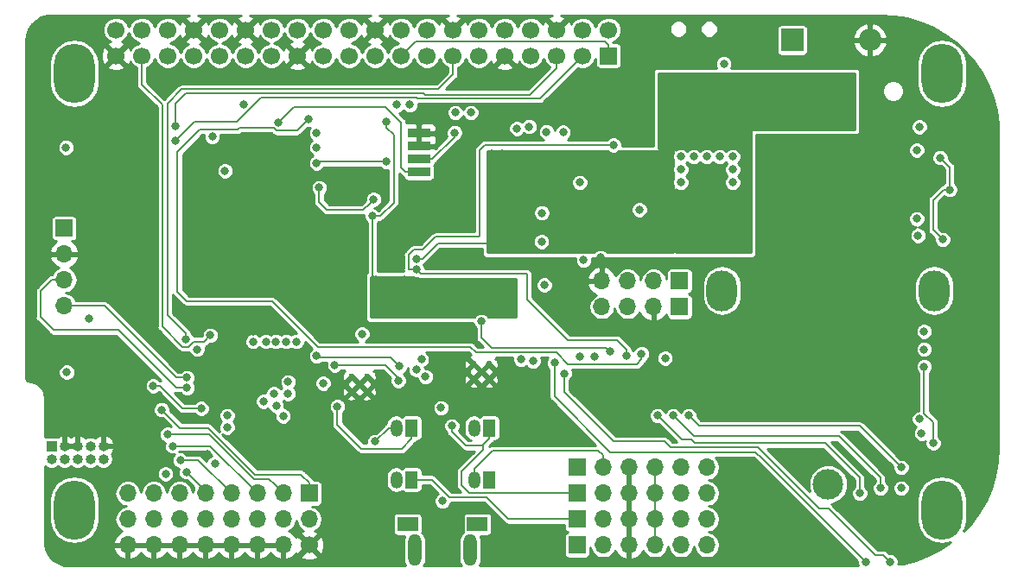
<source format=gbr>
G04 #@! TF.GenerationSoftware,KiCad,Pcbnew,(5.0.0)*
G04 #@! TF.CreationDate,2020-03-19T18:32:55-04:00*
G04 #@! TF.ProjectId,Temple_RPi_HAT,54656D706C655F5250695F4841542E6B,rev?*
G04 #@! TF.SameCoordinates,Original*
G04 #@! TF.FileFunction,Copper,L4,Bot,Signal*
G04 #@! TF.FilePolarity,Positive*
%FSLAX46Y46*%
G04 Gerber Fmt 4.6, Leading zero omitted, Abs format (unit mm)*
G04 Created by KiCad (PCBNEW (5.0.0)) date 03/19/20 18:32:55*
%MOMM*%
%LPD*%
G01*
G04 APERTURE LIST*
G04 #@! TA.AperFunction,ComponentPad*
%ADD10O,1.700000X1.700000*%
G04 #@! TD*
G04 #@! TA.AperFunction,ComponentPad*
%ADD11R,1.700000X1.700000*%
G04 #@! TD*
G04 #@! TA.AperFunction,ComponentPad*
%ADD12C,1.700000*%
G04 #@! TD*
G04 #@! TA.AperFunction,ComponentPad*
%ADD13C,0.600000*%
G04 #@! TD*
G04 #@! TA.AperFunction,ComponentPad*
%ADD14R,1.200000X1.700000*%
G04 #@! TD*
G04 #@! TA.AperFunction,ComponentPad*
%ADD15O,1.200000X1.700000*%
G04 #@! TD*
G04 #@! TA.AperFunction,WasherPad*
%ADD16O,4.000000X5.800000*%
G04 #@! TD*
G04 #@! TA.AperFunction,ComponentPad*
%ADD17R,2.200000X2.200000*%
G04 #@! TD*
G04 #@! TA.AperFunction,ComponentPad*
%ADD18O,2.200000X2.200000*%
G04 #@! TD*
G04 #@! TA.AperFunction,SMDPad,CuDef*
%ADD19R,2.209800X0.889000*%
G04 #@! TD*
G04 #@! TA.AperFunction,ComponentPad*
%ADD20C,3.000000*%
G04 #@! TD*
G04 #@! TA.AperFunction,ComponentPad*
%ADD21O,3.000000X4.000000*%
G04 #@! TD*
G04 #@! TA.AperFunction,ComponentPad*
%ADD22O,1.300000X3.150000*%
G04 #@! TD*
G04 #@! TA.AperFunction,ComponentPad*
%ADD23R,2.000000X1.400000*%
G04 #@! TD*
G04 #@! TA.AperFunction,ComponentPad*
%ADD24R,1.000000X1.000000*%
G04 #@! TD*
G04 #@! TA.AperFunction,ComponentPad*
%ADD25O,1.000000X1.000000*%
G04 #@! TD*
G04 #@! TA.AperFunction,ViaPad*
%ADD26C,0.800000*%
G04 #@! TD*
G04 #@! TA.AperFunction,Conductor*
%ADD27C,0.200000*%
G04 #@! TD*
G04 #@! TA.AperFunction,Conductor*
%ADD28C,0.254000*%
G04 #@! TD*
G04 APERTURE END LIST*
D10*
G04 #@! TO.P,J3,8*
G04 #@! TO.N,SERVO_8*
X80535000Y-172210000D03*
G04 #@! TO.P,J3,7*
G04 #@! TO.N,SERVO_7*
X83075000Y-172210000D03*
G04 #@! TO.P,J3,6*
G04 #@! TO.N,SERVO_6*
X85615000Y-172210000D03*
G04 #@! TO.P,J3,5*
G04 #@! TO.N,SERVO_5*
X88155000Y-172210000D03*
G04 #@! TO.P,J3,4*
G04 #@! TO.N,SERVO_4*
X90695000Y-172210000D03*
G04 #@! TO.P,J3,3*
G04 #@! TO.N,SERVO_3*
X93235000Y-172210000D03*
G04 #@! TO.P,J3,2*
G04 #@! TO.N,SERVO_2*
X95775000Y-172210000D03*
D11*
G04 #@! TO.P,J3,1*
G04 #@! TO.N,SERVO_1*
X98315000Y-172210000D03*
D10*
G04 #@! TO.P,J3,9*
G04 #@! TO.N,+5V*
X80535000Y-174750000D03*
X83075000Y-174750000D03*
X85615000Y-174750000D03*
X88155000Y-174750000D03*
X90695000Y-174750000D03*
X93235000Y-174750000D03*
X95775000Y-174750000D03*
X98315000Y-174750000D03*
D12*
G04 #@! TO.P,J3,10*
G04 #@! TO.N,GND*
X98315000Y-177290000D03*
D10*
X95775000Y-177290000D03*
X93235000Y-177290000D03*
X90695000Y-177290000D03*
X88155000Y-177290000D03*
X85615000Y-177290000D03*
X83075000Y-177290000D03*
X80535000Y-177290000D03*
G04 #@! TD*
D13*
G04 #@! TO.P,U10,17*
G04 #@! TO.N,GND*
X103229000Y-161490500D03*
X102479000Y-162240500D03*
X102479000Y-160740500D03*
X103979000Y-162240500D03*
X103979000Y-160740500D03*
G04 #@! TD*
D14*
G04 #@! TO.P,M1,1*
G04 #@! TO.N,MOTOR_OUT_POS1*
X108361000Y-165797000D03*
D15*
G04 #@! TO.P,M1,2*
G04 #@! TO.N,MOTOR_OUT_NEG1*
X106861000Y-165797000D03*
G04 #@! TD*
D14*
G04 #@! TO.P,M2,1*
G04 #@! TO.N,MOTOR_OUT_POS2*
X108361000Y-170877000D03*
D15*
G04 #@! TO.P,M2,2*
G04 #@! TO.N,MOTOR_OUT_NEG2*
X106861000Y-170877000D03*
G04 #@! TD*
D11*
G04 #@! TO.P,J1,1*
G04 #@! TO.N,+5V*
X134606000Y-151382000D03*
D10*
G04 #@! TO.P,J1,2*
G04 #@! TO.N,RX*
X132066000Y-151382000D03*
G04 #@! TO.P,J1,3*
G04 #@! TO.N,TX*
X129526000Y-151382000D03*
G04 #@! TO.P,J1,4*
G04 #@! TO.N,GND*
X126986000Y-151382000D03*
G04 #@! TD*
D16*
G04 #@! TO.P,MK1,*
G04 #@! TO.N,*
X75320000Y-173830000D03*
X75320000Y-131030000D03*
X160320000Y-173830000D03*
X160320000Y-131030000D03*
G04 #@! TD*
D14*
G04 #@! TO.P,M3,1*
G04 #@! TO.N,MOTOR_OUT_POS3*
X115981000Y-165797000D03*
D15*
G04 #@! TO.P,M3,2*
G04 #@! TO.N,MOTOR_OUT_NEG3*
X114481000Y-165797000D03*
G04 #@! TD*
D17*
G04 #@! TO.P,SW1,1*
G04 #@! TO.N,Net-(F1-Pad1)*
X145647000Y-127760000D03*
D18*
G04 #@! TO.P,SW1,2*
G04 #@! TO.N,GND*
X153267000Y-127760000D03*
G04 #@! TD*
D14*
G04 #@! TO.P,M4,1*
G04 #@! TO.N,MOTOR_OUT_POS4*
X115981000Y-170877000D03*
D15*
G04 #@! TO.P,M4,2*
G04 #@! TO.N,MOTOR_OUT_NEG4*
X114481000Y-170877000D03*
G04 #@! TD*
D19*
G04 #@! TO.P,IR1,4*
G04 #@! TO.N,IR*
X109071000Y-140714000D03*
G04 #@! TO.P,IR1,3*
G04 #@! TO.N,+3V3*
X109071000Y-139444000D03*
G04 #@! TO.P,IR1,2*
G04 #@! TO.N,GND*
X109071000Y-138174000D03*
G04 #@! TO.P,IR1,1*
X109071000Y-136904000D03*
G04 #@! TD*
D11*
G04 #@! TO.P,J2,1*
G04 #@! TO.N,+3V3*
X134606000Y-153922000D03*
D10*
G04 #@! TO.P,J2,2*
G04 #@! TO.N,GND*
X132066000Y-153922000D03*
G04 #@! TO.P,J2,3*
G04 #@! TO.N,SCL*
X129526000Y-153922000D03*
G04 #@! TO.P,J2,4*
G04 #@! TO.N,SDA*
X126986000Y-153922000D03*
G04 #@! TD*
D11*
G04 #@! TO.P,J4,1*
G04 #@! TO.N,MOTOR_OUT_POS1*
X124565000Y-177290000D03*
D10*
G04 #@! TO.P,J4,2*
G04 #@! TO.N,MOTOR_OUT_NEG1*
X127105000Y-177290000D03*
G04 #@! TO.P,J4,3*
G04 #@! TO.N,GND*
X129645000Y-177290000D03*
G04 #@! TO.P,J4,4*
G04 #@! TO.N,ENC_PWR*
X132185000Y-177290000D03*
G04 #@! TO.P,J4,5*
G04 #@! TO.N,QEP_1A*
X134725000Y-177290000D03*
G04 #@! TO.P,J4,6*
G04 #@! TO.N,QEP_1B*
X137265000Y-177290000D03*
G04 #@! TD*
D11*
G04 #@! TO.P,J5,1*
G04 #@! TO.N,MOTOR_OUT_POS2*
X124565000Y-174750000D03*
D10*
G04 #@! TO.P,J5,2*
G04 #@! TO.N,MOTOR_OUT_NEG2*
X127105000Y-174750000D03*
G04 #@! TO.P,J5,3*
G04 #@! TO.N,GND*
X129645000Y-174750000D03*
G04 #@! TO.P,J5,4*
G04 #@! TO.N,ENC_PWR*
X132185000Y-174750000D03*
G04 #@! TO.P,J5,5*
G04 #@! TO.N,QEP_2A*
X134725000Y-174750000D03*
G04 #@! TO.P,J5,6*
G04 #@! TO.N,QEP_2B*
X137265000Y-174750000D03*
G04 #@! TD*
D11*
G04 #@! TO.P,J6,1*
G04 #@! TO.N,MOTOR_OUT_POS3*
X124565000Y-172210000D03*
D10*
G04 #@! TO.P,J6,2*
G04 #@! TO.N,MOTOR_OUT_NEG3*
X127105000Y-172210000D03*
G04 #@! TO.P,J6,3*
G04 #@! TO.N,GND*
X129645000Y-172210000D03*
G04 #@! TO.P,J6,4*
G04 #@! TO.N,ENC_PWR*
X132185000Y-172210000D03*
G04 #@! TO.P,J6,5*
G04 #@! TO.N,QEP_3A*
X134725000Y-172210000D03*
G04 #@! TO.P,J6,6*
G04 #@! TO.N,QEP_3B*
X137265000Y-172210000D03*
G04 #@! TD*
D11*
G04 #@! TO.P,J7,1*
G04 #@! TO.N,MOTOR_OUT_POS4*
X124565000Y-169670000D03*
D10*
G04 #@! TO.P,J7,2*
G04 #@! TO.N,MOTOR_OUT_NEG4*
X127105000Y-169670000D03*
G04 #@! TO.P,J7,3*
G04 #@! TO.N,GND*
X129645000Y-169670000D03*
G04 #@! TO.P,J7,4*
G04 #@! TO.N,ENC_PWR*
X132185000Y-169670000D03*
G04 #@! TO.P,J7,5*
G04 #@! TO.N,QEP_4A*
X134725000Y-169670000D03*
G04 #@! TO.P,J7,6*
G04 #@! TO.N,QEP_4B*
X137265000Y-169670000D03*
G04 #@! TD*
D11*
G04 #@! TO.P,LCD1,1*
G04 #@! TO.N,+3V3*
X74315000Y-146210000D03*
D10*
G04 #@! TO.P,LCD1,2*
G04 #@! TO.N,GND*
X74315000Y-148750000D03*
G04 #@! TO.P,LCD1,3*
G04 #@! TO.N,SCL*
X74315000Y-151290000D03*
G04 #@! TO.P,LCD1,4*
G04 #@! TO.N,SDA*
X74315000Y-153830000D03*
G04 #@! TD*
D12*
G04 #@! TO.P,rpi_Header1,20*
G04 #@! TO.N,GND*
X104790000Y-126760000D03*
G04 #@! TO.P,rpi_Header1,18*
G04 #@! TO.N,N/C*
X107330000Y-126760000D03*
G04 #@! TO.P,rpi_Header1,16*
G04 #@! TO.N,QEP_1B*
X109870000Y-126760000D03*
G04 #@! TO.P,rpi_Header1,14*
G04 #@! TO.N,GND*
X112410000Y-126760000D03*
G04 #@! TO.P,rpi_Header1,12*
G04 #@! TO.N,QEP_2B*
X114950000Y-126760000D03*
G04 #@! TO.P,rpi_Header1,10*
G04 #@! TO.N,TX*
X117490000Y-126760000D03*
G04 #@! TO.P,rpi_Header1,8*
G04 #@! TO.N,RX*
X120030000Y-126760000D03*
G04 #@! TO.P,rpi_Header1,6*
G04 #@! TO.N,GND*
X122570000Y-126760000D03*
G04 #@! TO.P,rpi_Header1,4*
G04 #@! TO.N,+5V*
X125110000Y-126760000D03*
G04 #@! TO.P,rpi_Header1,2*
X127650000Y-126760000D03*
D11*
G04 #@! TO.P,rpi_Header1,1*
G04 #@! TO.N,PI_3.3V*
X127650000Y-129300000D03*
D12*
G04 #@! TO.P,rpi_Header1,3*
G04 #@! TO.N,SDA*
X125110000Y-129300000D03*
G04 #@! TO.P,rpi_Header1,5*
G04 #@! TO.N,SCL*
X122570000Y-129300000D03*
G04 #@! TO.P,rpi_Header1,7*
G04 #@! TO.N,N/C*
X120030000Y-129300000D03*
G04 #@! TO.P,rpi_Header1,9*
G04 #@! TO.N,GND*
X117490000Y-129300000D03*
G04 #@! TO.P,rpi_Header1,11*
G04 #@! TO.N,QEP_2A*
X114950000Y-129300000D03*
G04 #@! TO.P,rpi_Header1,13*
G04 #@! TO.N,QEP_3B*
X112410000Y-129300000D03*
G04 #@! TO.P,rpi_Header1,15*
G04 #@! TO.N,QEP_1A*
X109870000Y-129300000D03*
G04 #@! TO.P,rpi_Header1,17*
G04 #@! TO.N,PI_3.3V*
X107330000Y-129300000D03*
G04 #@! TO.P,rpi_Header1,19*
G04 #@! TO.N,N/C*
X104790000Y-129300000D03*
G04 #@! TO.P,rpi_Header1,21*
X102250000Y-129300000D03*
G04 #@! TO.P,rpi_Header1,22*
G04 #@! TO.N,Prog_LED0*
X102250000Y-126760000D03*
G04 #@! TO.P,rpi_Header1,23*
G04 #@! TO.N,N/C*
X99710000Y-129300000D03*
G04 #@! TO.P,rpi_Header1,24*
X99710000Y-126760000D03*
G04 #@! TO.P,rpi_Header1,25*
G04 #@! TO.N,GND*
X97170000Y-129300000D03*
G04 #@! TO.P,rpi_Header1,26*
G04 #@! TO.N,IR*
X97170000Y-126760000D03*
G04 #@! TO.P,rpi_Header1,27*
G04 #@! TO.N,N/C*
X94630000Y-129300000D03*
G04 #@! TO.P,rpi_Header1,28*
X94630000Y-126760000D03*
G04 #@! TO.P,rpi_Header1,29*
G04 #@! TO.N,QEP_4A*
X92090000Y-129300000D03*
G04 #@! TO.P,rpi_Header1,30*
G04 #@! TO.N,GND*
X92090000Y-126760000D03*
G04 #@! TO.P,rpi_Header1,31*
G04 #@! TO.N,QEP_4B*
X89550000Y-129300000D03*
G04 #@! TO.P,rpi_Header1,32*
G04 #@! TO.N,MOTOR_EN*
X89550000Y-126760000D03*
G04 #@! TO.P,rpi_Header1,33*
G04 #@! TO.N,N/C*
X87010000Y-129300000D03*
G04 #@! TO.P,rpi_Header1,34*
G04 #@! TO.N,GND*
X87010000Y-126760000D03*
G04 #@! TO.P,rpi_Header1,35*
G04 #@! TO.N,N/C*
X84470000Y-129300000D03*
G04 #@! TO.P,rpi_Header1,36*
X84470000Y-126760000D03*
G04 #@! TO.P,rpi_Header1,37*
G04 #@! TO.N,QEP_3A*
X81930000Y-129300000D03*
G04 #@! TO.P,rpi_Header1,38*
G04 #@! TO.N,N/C*
X81930000Y-126760000D03*
G04 #@! TO.P,rpi_Header1,39*
G04 #@! TO.N,GND*
X79390000Y-129300000D03*
G04 #@! TO.P,rpi_Header1,40*
G04 #@! TO.N,N/C*
X79390000Y-126760000D03*
G04 #@! TD*
D13*
G04 #@! TO.P,U9,17*
G04 #@! TO.N,GND*
X115167000Y-160272000D03*
X114417000Y-161022000D03*
X114417000Y-159522000D03*
X115917000Y-161022000D03*
X115917000Y-159522000D03*
G04 #@! TD*
D20*
G04 #@! TO.P,BH1,2*
G04 #@! TO.N,Net-(BH1-Pad2)*
X149165000Y-171315000D03*
G04 #@! TO.P,BH1,1*
G04 #@! TO.N,+BATT*
X149165000Y-133345000D03*
D21*
G04 #@! TO.P,BH1,*
G04 #@! TO.N,*
X159565000Y-152330000D03*
X138765000Y-152330000D03*
G04 #@! TD*
D22*
G04 #@! TO.P,J8,SH*
G04 #@! TO.N,N/C*
X114101000Y-177802000D03*
D23*
X114801000Y-175252000D03*
X107951000Y-175252000D03*
D22*
X108651000Y-177802000D03*
G04 #@! TD*
D24*
G04 #@! TO.P,J9,1*
G04 #@! TO.N,+3V3*
X73065000Y-167580000D03*
D25*
G04 #@! TO.P,J9,2*
G04 #@! TO.N,SERVO_8*
X73065000Y-168850000D03*
G04 #@! TO.P,J9,3*
G04 #@! TO.N,GND*
X74335000Y-167580000D03*
G04 #@! TO.P,J9,4*
G04 #@! TO.N,SERVO_7*
X74335000Y-168850000D03*
G04 #@! TO.P,J9,5*
G04 #@! TO.N,GND*
X75605000Y-167580000D03*
G04 #@! TO.P,J9,6*
G04 #@! TO.N,N/C*
X75605000Y-168850000D03*
G04 #@! TO.P,J9,7*
X76875000Y-167580000D03*
G04 #@! TO.P,J9,8*
X76875000Y-168850000D03*
G04 #@! TO.P,J9,9*
G04 #@! TO.N,GND*
X78145000Y-167580000D03*
G04 #@! TO.P,J9,10*
G04 #@! TO.N,ARM_RST*
X78145000Y-168850000D03*
G04 #@! TD*
D26*
G04 #@! TO.N,GND*
X101890000Y-142730000D03*
X90265000Y-160805000D03*
X111565000Y-149780000D03*
X126851000Y-149096000D03*
X121085200Y-147521200D03*
X121110600Y-144701800D03*
X123617580Y-153474960D03*
X134725000Y-141730000D03*
X134725000Y-140460000D03*
X134725000Y-139190000D03*
X135995000Y-139190000D03*
X137265000Y-139190000D03*
X138535000Y-139190000D03*
X139805000Y-139190000D03*
X139805000Y-140460000D03*
X139805000Y-141730000D03*
X114865000Y-149930000D03*
X114865000Y-149030000D03*
X130661000Y-137793000D03*
X112976000Y-173557000D03*
X88370000Y-168400000D03*
X101959000Y-164844000D03*
X105261000Y-163574000D03*
X92815000Y-156330000D03*
X113516000Y-163701000D03*
X117072000Y-163193000D03*
X154676700Y-142098300D03*
X164290600Y-162354800D03*
X163935000Y-171460700D03*
X164900200Y-161046700D03*
X164544600Y-151356600D03*
X164709700Y-141818900D03*
X78171900Y-159773100D03*
X92065000Y-166055000D03*
X83515000Y-156880000D03*
X75565000Y-143555000D03*
X120165000Y-176730000D03*
X140740000Y-178805000D03*
X73003000Y-165606000D03*
X81131000Y-169670000D03*
G04 #@! TO.N,+5V*
X117165000Y-153430000D03*
X117715000Y-152580000D03*
X117115000Y-151530000D03*
X112415000Y-154680000D03*
X104880000Y-151255000D03*
X107674000Y-151255000D03*
X107801000Y-154684000D03*
X104753000Y-154557000D03*
X104753000Y-152906000D03*
X107801000Y-152906000D03*
X104499000Y-145032000D03*
X105896000Y-135761000D03*
X130661000Y-144397000D03*
X126315000Y-158830000D03*
X74565000Y-160330000D03*
G04 #@! TO.N,+3V3*
X89068500Y-169289000D03*
X92815000Y-157330000D03*
X111230000Y-163828000D03*
X156315000Y-171702000D03*
X138938400Y-130071400D03*
X76774900Y-155077700D03*
X124815000Y-158830000D03*
X112565000Y-136830000D03*
X87340000Y-158080000D03*
G04 #@! TO.N,QEP_1A*
X158315000Y-166316810D03*
X93831000Y-163193000D03*
X106912000Y-134110000D03*
G04 #@! TO.N,QEP_1B*
X158115000Y-164930000D03*
X94847000Y-162431000D03*
X108182000Y-134110000D03*
G04 #@! TO.N,SCL*
X86352491Y-161868797D03*
X74488900Y-138288300D03*
X85190000Y-136205000D03*
X121565000Y-136755000D03*
G04 #@! TO.N,SDA*
X86338000Y-160868900D03*
X85215000Y-137605000D03*
X123190000Y-136805000D03*
G04 #@! TO.N,Prog_LED0*
X130890000Y-158505000D03*
X98265000Y-135510001D03*
G04 #@! TO.N,QEP_3A*
X157966000Y-146937000D03*
X88624000Y-156716000D03*
G04 #@! TO.N,QEP_3B*
X157839000Y-145286000D03*
X86211000Y-157097000D03*
G04 #@! TO.N,SERVO_1*
X83860000Y-164018500D03*
G04 #@! TO.N,QEP_2A*
X158565000Y-158080000D03*
X96244000Y-162431000D03*
X114151000Y-134872000D03*
G04 #@! TO.N,QEP_2B*
X158565000Y-156330000D03*
X96244000Y-161288000D03*
X112627000Y-134872000D03*
G04 #@! TO.N,SERVO_5*
X86273000Y-170114500D03*
G04 #@! TO.N,SERVO_4*
X85701500Y-168971500D03*
G04 #@! TO.N,SERVO_3*
X84937999Y-167574500D03*
G04 #@! TO.N,SERVO_2*
X84431500Y-166431500D03*
G04 #@! TO.N,TX*
X118665000Y-136430000D03*
G04 #@! TO.N,RX*
X119865000Y-136245011D03*
G04 #@! TO.N,SERVO_7*
X90275000Y-164590000D03*
G04 #@! TO.N,+BATT*
X126851000Y-143254000D03*
X121821800Y-143000000D03*
X121821800Y-140663200D03*
X135995000Y-147445000D03*
X137265000Y-147445000D03*
X138535000Y-147445000D03*
X139805000Y-147445000D03*
X139805000Y-146175000D03*
X139805000Y-144905000D03*
X134725000Y-147445000D03*
X134725000Y-146175000D03*
X134725000Y-144905000D03*
X120755000Y-139190000D03*
X122025000Y-139190000D03*
X123295000Y-139190000D03*
X116183000Y-138936000D03*
X116183000Y-139952000D03*
X117199000Y-138936000D03*
X108825000Y-149231000D03*
X133190000Y-158955000D03*
G04 #@! TO.N,CHG*
X124819000Y-141730000D03*
X152860600Y-178979100D03*
X122340000Y-159430000D03*
G04 #@! TO.N,PG*
X125200000Y-149350000D03*
X155222800Y-178928300D03*
X123315000Y-160455000D03*
G04 #@! TO.N,+10V*
X105896000Y-139698000D03*
X99038000Y-139825000D03*
X99038000Y-138301000D03*
X99038000Y-136904000D03*
X103483000Y-156589000D03*
X115183000Y-155361049D03*
X127815000Y-158330000D03*
G04 #@! TO.N,Net-(D2-Pad2)*
X152251000Y-172210000D03*
X132439000Y-164590000D03*
G04 #@! TO.N,Net-(D3-Pad2)*
X154283000Y-171702000D03*
X133963000Y-164590000D03*
G04 #@! TO.N,BATTERY_ENABLE*
X108817000Y-150239000D03*
X128121000Y-138047000D03*
X129390000Y-158680000D03*
G04 #@! TO.N,MOTOR2_POS*
X100816000Y-159637000D03*
X107039000Y-161161000D03*
G04 #@! TO.N,MOTOR2_NEG*
X107166000Y-159764000D03*
X99038000Y-158748000D03*
G04 #@! TO.N,MOTOR3_POS*
X94065000Y-157330000D03*
X108815000Y-160080000D03*
G04 #@! TO.N,MOTOR3_NEG*
X95065000Y-157330000D03*
X109315000Y-159080000D03*
G04 #@! TO.N,MOTOR_OUT_POS1*
X101070000Y-163701000D03*
G04 #@! TO.N,MOTOR_OUT_NEG1*
X104753000Y-167130000D03*
G04 #@! TO.N,MOTOR4_POS*
X96065000Y-157330000D03*
X120247000Y-159256000D03*
G04 #@! TO.N,MOTOR4_NEG*
X97065000Y-157330000D03*
X119065000Y-159080000D03*
G04 #@! TO.N,MOTOR_OUT_POS3*
X112290000Y-165605000D03*
G04 #@! TO.N,ENC_PWR*
X160391700Y-147318000D03*
X161076000Y-142415800D03*
X160137700Y-139291600D03*
X159477300Y-167282400D03*
X158575600Y-159776700D03*
G04 #@! TO.N,Net-(D1-Pad1)*
X156315000Y-169670000D03*
X135487000Y-164590000D03*
G04 #@! TO.N,QEP_4B*
X158093000Y-136269000D03*
X95090000Y-163605000D03*
X88815000Y-137230000D03*
G04 #@! TO.N,QEP_4A*
X157839000Y-138555000D03*
X95765000Y-164630000D03*
X91865000Y-134080000D03*
G04 #@! TO.N,Net-(R30-Pad1)*
X99292000Y-142238000D03*
X104626000Y-143381000D03*
G04 #@! TO.N,MOTOR_EN*
X99673000Y-161415000D03*
X109706000Y-160780000D03*
X90065000Y-140580000D03*
G04 #@! TO.N,SERVO_8*
X90275000Y-165733000D03*
X84242500Y-170305000D03*
G04 #@! TO.N,V_CHARGE*
X121356980Y-151785860D03*
X111376000Y-172957000D03*
G04 #@! TO.N,IR*
X95315000Y-135830000D03*
G04 #@! TO.N,ARM_RST*
X87735000Y-163891500D03*
X83036000Y-161669000D03*
G04 #@! TD*
D27*
G04 #@! TO.N,GND*
X129645000Y-169670000D02*
X129645000Y-177290000D01*
X129645000Y-178492081D02*
X129257081Y-178880000D01*
X129645000Y-177290000D02*
X129645000Y-178492081D01*
X129257081Y-178880000D02*
X120815000Y-178880000D01*
X120815000Y-178880000D02*
X120165000Y-178230000D01*
X120165000Y-178230000D02*
X120165000Y-176730000D01*
G04 #@! TO.N,+5V*
X112980685Y-154680000D02*
X113080685Y-154580000D01*
X112415000Y-154680000D02*
X112980685Y-154680000D01*
X116015000Y-154580000D02*
X117165000Y-153430000D01*
X113080685Y-154580000D02*
X116015000Y-154580000D01*
X104499000Y-150874000D02*
X104880000Y-151255000D01*
X104499000Y-145032000D02*
X104499000Y-150874000D01*
X106596001Y-137026686D02*
X106596001Y-143696999D01*
X105896000Y-135761000D02*
X105896000Y-136326685D01*
X105896000Y-136326685D02*
X106596001Y-137026686D01*
X105261000Y-145032000D02*
X104499000Y-145032000D01*
X106596001Y-143696999D02*
X105261000Y-145032000D01*
G04 #@! TO.N,+3V3*
X110375900Y-139444000D02*
X112565000Y-137254900D01*
X109071000Y-139444000D02*
X110375900Y-139444000D01*
X112565000Y-137254900D02*
X112565000Y-136830000D01*
G04 #@! TO.N,SCL*
X74315000Y-151290000D02*
X73095000Y-151290000D01*
X73095000Y-151290000D02*
X71987000Y-152398000D01*
X71987000Y-152398000D02*
X71987000Y-154938000D01*
X71987000Y-154938000D02*
X73257000Y-156208000D01*
X73257000Y-156208000D02*
X79607000Y-156208000D01*
X85786806Y-161868797D02*
X86352491Y-161868797D01*
X85267797Y-161868797D02*
X85786806Y-161868797D01*
X79607000Y-156208000D02*
X85267797Y-161868797D01*
X122570000Y-130502081D02*
X119967081Y-133105000D01*
X122570000Y-129300000D02*
X122570000Y-130502081D01*
X109640000Y-133105000D02*
X109521010Y-132986010D01*
X119967081Y-133105000D02*
X109640000Y-133105000D01*
X109521010Y-132986010D02*
X86208990Y-132986010D01*
X86208990Y-132986010D02*
X85190000Y-134005000D01*
X85190000Y-134005000D02*
X85190000Y-136205000D01*
G04 #@! TO.N,SDA*
X86338000Y-160868900D02*
X85283900Y-160868900D01*
X78245000Y-153830000D02*
X74315000Y-153830000D01*
X85283900Y-160868900D02*
X78245000Y-153830000D01*
X85215000Y-137605000D02*
X87090000Y-135730000D01*
X87090000Y-135730000D02*
X91251002Y-135730000D01*
X91251002Y-135730000D02*
X93594982Y-133386020D01*
X93594982Y-133386020D02*
X108821020Y-133386020D01*
X120904990Y-133505010D02*
X125110000Y-129300000D01*
X108821020Y-133386020D02*
X108940010Y-133505010D01*
X108940010Y-133505010D02*
X120904990Y-133505010D01*
G04 #@! TO.N,Prog_LED0*
X130430684Y-159530001D02*
X123665001Y-159530001D01*
X130890000Y-158505000D02*
X130890000Y-159070685D01*
X130890000Y-159070685D02*
X130430684Y-159530001D01*
X122514999Y-158379999D02*
X114639999Y-158379999D01*
X123665001Y-159530001D02*
X122514999Y-158379999D01*
X114639999Y-158379999D02*
X114115000Y-157855000D01*
X114115000Y-157855000D02*
X99165000Y-157855000D01*
X99165000Y-157855000D02*
X94690000Y-153380000D01*
X94690000Y-153380000D02*
X86340000Y-153380000D01*
X86340000Y-153380000D02*
X85415000Y-152455000D01*
X85415000Y-152455000D02*
X85415000Y-138755000D01*
X85415000Y-138755000D02*
X87615000Y-136555000D01*
X87640001Y-136529999D02*
X91314999Y-136529999D01*
X87615000Y-136555000D02*
X87640001Y-136529999D01*
X91314999Y-136529999D02*
X91464998Y-136380000D01*
X94828998Y-136380000D02*
X95103998Y-136655000D01*
X91464998Y-136380000D02*
X94828998Y-136380000D01*
X95103998Y-136655000D02*
X97115000Y-136655000D01*
X97115000Y-136655000D02*
X98259999Y-135510001D01*
X98259999Y-135510001D02*
X98265000Y-135510001D01*
G04 #@! TO.N,QEP_3A*
X81930000Y-129300000D02*
X81930000Y-132115000D01*
X81930000Y-132115000D02*
X83925000Y-134110000D01*
X83925000Y-134110000D02*
X83925000Y-155847002D01*
X86507000Y-157837002D02*
X85915000Y-157837002D01*
X88015000Y-157325000D02*
X87019002Y-157325000D01*
X88015000Y-157325000D02*
X88624000Y-156716000D01*
X87019002Y-157325000D02*
X86507000Y-157837002D01*
X83925000Y-155847002D02*
X85915000Y-157837002D01*
G04 #@! TO.N,QEP_3B*
X86211000Y-156531315D02*
X84433000Y-154753315D01*
X86211000Y-157097000D02*
X86211000Y-156531315D01*
X84433000Y-154753315D02*
X84433000Y-133983000D01*
X84433000Y-133983000D02*
X85830000Y-132586000D01*
X112410000Y-131152000D02*
X110976000Y-132586000D01*
X112410000Y-129300000D02*
X112410000Y-131152000D01*
X85830000Y-132586000D02*
X110976000Y-132586000D01*
G04 #@! TO.N,SERVO_1*
X83860000Y-164018500D02*
X85638000Y-165796500D01*
X88427698Y-165796500D02*
X92999698Y-170368500D01*
X85638000Y-165796500D02*
X88427698Y-165796500D01*
X98315000Y-171160000D02*
X98315000Y-172210000D01*
X97523500Y-170368500D02*
X98315000Y-171160000D01*
X92999698Y-170368500D02*
X97523500Y-170368500D01*
G04 #@! TO.N,PI_3.3V*
X127650000Y-128250000D02*
X127650000Y-129300000D01*
X127310001Y-127910001D02*
X127650000Y-128250000D01*
X108719999Y-127910001D02*
X127310001Y-127910001D01*
X107330000Y-129300000D02*
X108719999Y-127910001D01*
G04 #@! TO.N,SERVO_5*
X88155000Y-171996500D02*
X88155000Y-172210000D01*
X86273000Y-170114500D02*
X88155000Y-171996500D01*
G04 #@! TO.N,SERVO_4*
X87456500Y-168971500D02*
X90695000Y-172210000D01*
X85701500Y-168971500D02*
X87456500Y-168971500D01*
G04 #@! TO.N,SERVO_3*
X88599500Y-167574500D02*
X93235000Y-172210000D01*
X84937999Y-167574500D02*
X88599500Y-167574500D01*
G04 #@! TO.N,SERVO_2*
X84431500Y-166431500D02*
X88497000Y-166431500D01*
X88497000Y-166431500D02*
X92878500Y-170813000D01*
X94925001Y-171360001D02*
X95775000Y-172210000D01*
X94378000Y-170813000D02*
X94925001Y-171360001D01*
X92878500Y-170813000D02*
X94378000Y-170813000D01*
G04 #@! TO.N,+BATT*
X116183000Y-147318000D02*
X116183000Y-139952000D01*
X116564000Y-147699000D02*
X116183000Y-147318000D01*
X110922685Y-147699000D02*
X116564000Y-147699000D01*
X108825000Y-149231000D02*
X109390685Y-149231000D01*
X109390685Y-149231000D02*
X110922685Y-147699000D01*
G04 #@! TO.N,CHG*
X152860600Y-178979100D02*
X142711500Y-168830000D01*
X142061500Y-168180000D02*
X127815000Y-168180000D01*
X142711500Y-168830000D02*
X142061500Y-168180000D01*
X127815000Y-168180000D02*
X122340000Y-162705000D01*
X122340000Y-162705000D02*
X122340000Y-159430000D01*
G04 #@! TO.N,PG*
X154573599Y-178279099D02*
X153789099Y-178279099D01*
X155222800Y-178928300D02*
X154573599Y-178279099D01*
X153789099Y-178279099D02*
X149190000Y-173680000D01*
X149190000Y-173680000D02*
X148290000Y-173680000D01*
X142315010Y-167705010D02*
X133715010Y-167705010D01*
X148290000Y-173680000D02*
X142315010Y-167705010D01*
X133715010Y-167705010D02*
X133115000Y-167105000D01*
X133115000Y-167105000D02*
X128140000Y-167105000D01*
X128140000Y-167105000D02*
X123315000Y-162280000D01*
X123315000Y-162280000D02*
X123315000Y-160455000D01*
G04 #@! TO.N,+10V*
X99165000Y-139698000D02*
X99038000Y-139825000D01*
X105896000Y-139698000D02*
X99165000Y-139698000D01*
X127415001Y-157930001D02*
X116165001Y-157930001D01*
X127815000Y-158330000D02*
X127415001Y-157930001D01*
X115183000Y-155926734D02*
X115183000Y-155361049D01*
X115183000Y-156948000D02*
X115183000Y-155926734D01*
X116165001Y-157930001D02*
X115183000Y-156948000D01*
G04 #@! TO.N,Net-(D2-Pad2)*
X152251000Y-171644315D02*
X152251000Y-172210000D01*
X134804000Y-166955000D02*
X135762301Y-166955000D01*
X132439000Y-164590000D02*
X134804000Y-166955000D01*
X135762301Y-166955000D02*
X136112301Y-167305000D01*
X136112301Y-167305000D02*
X148870000Y-167305000D01*
X148870000Y-167305000D02*
X152251000Y-170686000D01*
X152251000Y-170686000D02*
X152251000Y-171644315D01*
G04 #@! TO.N,Net-(D3-Pad2)*
X154283000Y-170686000D02*
X154283000Y-171702000D01*
X150219000Y-166622000D02*
X154283000Y-170686000D01*
X133963000Y-164590000D02*
X135995000Y-166622000D01*
X135995000Y-166622000D02*
X150219000Y-166622000D01*
G04 #@! TO.N,BATTERY_ENABLE*
X108817000Y-150239000D02*
X108055000Y-150239000D01*
X108055000Y-150239000D02*
X108055000Y-148842000D01*
X108055000Y-148842000D02*
X108563000Y-148334000D01*
X108563000Y-148334000D02*
X109452000Y-148334000D01*
X109452000Y-148334000D02*
X110722000Y-147064000D01*
X110722000Y-147064000D02*
X114913000Y-147064000D01*
X114913000Y-147064000D02*
X115040000Y-146937000D01*
X115040000Y-146937000D02*
X115040000Y-138555000D01*
X115040000Y-138555000D02*
X115548000Y-138047000D01*
X115548000Y-138047000D02*
X128121000Y-138047000D01*
X129390000Y-158114315D02*
X128480685Y-157205000D01*
X129390000Y-158680000D02*
X129390000Y-158114315D01*
X128480685Y-157205000D02*
X123690000Y-157205000D01*
X123690000Y-157205000D02*
X119665000Y-153180000D01*
X119665000Y-153180000D02*
X119665000Y-150680000D01*
X109258000Y-150680000D02*
X108817000Y-150239000D01*
X119665000Y-150680000D02*
X109258000Y-150680000D01*
G04 #@! TO.N,MOTOR2_POS*
X100816000Y-159637000D02*
X105769000Y-159637000D01*
X105769000Y-159637000D02*
X107039000Y-160907000D01*
X107039000Y-160907000D02*
X107039000Y-161161000D01*
G04 #@! TO.N,MOTOR2_NEG*
X107166000Y-159764000D02*
X106277000Y-158875000D01*
X106277000Y-158875000D02*
X99165000Y-158875000D01*
X99165000Y-158875000D02*
X99038000Y-158748000D01*
G04 #@! TO.N,MOTOR_OUT_POS1*
X107377999Y-167830001D02*
X103421001Y-167830001D01*
X108361000Y-165797000D02*
X108361000Y-166847000D01*
X108361000Y-166847000D02*
X107377999Y-167830001D01*
X103421001Y-167830001D02*
X101070000Y-165479000D01*
X101070000Y-165479000D02*
X101070000Y-163701000D01*
G04 #@! TO.N,MOTOR_OUT_POS2*
X124565000Y-174750000D02*
X117834000Y-174750000D01*
X109161000Y-170877000D02*
X108361000Y-170877000D01*
X110332002Y-170877000D02*
X109161000Y-170877000D01*
X112065012Y-172610010D02*
X110332002Y-170877000D01*
X115694010Y-172610010D02*
X112065012Y-172610010D01*
X117834000Y-174750000D02*
X115694010Y-172610010D01*
G04 #@! TO.N,MOTOR_OUT_NEG1*
X106086000Y-165797000D02*
X106861000Y-165797000D01*
X104753000Y-167130000D02*
X106086000Y-165797000D01*
G04 #@! TO.N,MOTOR_OUT_NEG4*
X127105000Y-168467919D02*
X126656081Y-168019000D01*
X127105000Y-169670000D02*
X127105000Y-168467919D01*
X114481000Y-169827000D02*
X114481000Y-170877000D01*
X116289000Y-168019000D02*
X114481000Y-169827000D01*
X126656081Y-168019000D02*
X116289000Y-168019000D01*
G04 #@! TO.N,MOTOR_OUT_POS3*
X115381010Y-167931990D02*
X113262000Y-170051000D01*
X113262000Y-170051000D02*
X113262000Y-171448000D01*
X114024000Y-172210000D02*
X124565000Y-172210000D01*
X113262000Y-171448000D02*
X114024000Y-172210000D01*
X113674315Y-167555000D02*
X115381010Y-167555000D01*
X112290000Y-166170685D02*
X113674315Y-167555000D01*
X112290000Y-165605000D02*
X112290000Y-166170685D01*
X115381010Y-167555000D02*
X115381010Y-167931990D01*
X115381010Y-167446990D02*
X115381010Y-167555000D01*
X115981000Y-166847000D02*
X115381010Y-167446990D01*
X115981000Y-165797000D02*
X115981000Y-166847000D01*
G04 #@! TO.N,ENC_PWR*
X132185000Y-177290000D02*
X132185000Y-169670000D01*
X159464600Y-146390900D02*
X160391700Y-147318000D01*
X159464600Y-143461515D02*
X159464600Y-146390900D01*
X160510315Y-142415800D02*
X159464600Y-143461515D01*
X161076000Y-142415800D02*
X160510315Y-142415800D01*
X161076000Y-140229900D02*
X161076000Y-142415800D01*
X160137700Y-139291600D02*
X161076000Y-140229900D01*
X159477300Y-165256298D02*
X158575600Y-164354598D01*
X159477300Y-167282400D02*
X159477300Y-165256298D01*
X158575600Y-164354598D02*
X158575600Y-159776700D01*
G04 #@! TO.N,Net-(D1-Pad1)*
X156315000Y-169670000D02*
X152251000Y-165606000D01*
X152251000Y-165606000D02*
X136503000Y-165606000D01*
X136503000Y-165606000D02*
X135487000Y-164590000D01*
G04 #@! TO.N,Net-(R30-Pad1)*
X104226001Y-143780999D02*
X104626000Y-143381000D01*
X103610000Y-144397000D02*
X104226001Y-143780999D01*
X100054000Y-144397000D02*
X103610000Y-144397000D01*
X99292000Y-143635000D02*
X100054000Y-144397000D01*
X99292000Y-142238000D02*
X99292000Y-143635000D01*
G04 #@! TO.N,IR*
X107766100Y-140714000D02*
X107315000Y-140262900D01*
X109071000Y-140714000D02*
X107766100Y-140714000D01*
X107315000Y-140262900D02*
X107315000Y-135830000D01*
X107315000Y-135830000D02*
X105815000Y-134330000D01*
X105815000Y-134330000D02*
X96815000Y-134330000D01*
X96815000Y-134330000D02*
X95315000Y-135830000D01*
G04 #@! TO.N,ARM_RST*
X83036000Y-161669000D02*
X83671000Y-161669000D01*
X87169315Y-163891500D02*
X87735000Y-163891500D01*
X85893500Y-163891500D02*
X87169315Y-163891500D01*
X83671000Y-161669000D02*
X85893500Y-163891500D01*
G04 #@! TD*
D28*
G04 #@! TO.N,+BATT*
G36*
X151743000Y-136523000D02*
X141710000Y-136523000D01*
X141661399Y-136532667D01*
X141620197Y-136560197D01*
X141592667Y-136601399D01*
X141583000Y-136650000D01*
X141583000Y-148588000D01*
X134217000Y-148588000D01*
X134217000Y-142391555D01*
X134256542Y-142431097D01*
X134560499Y-142557000D01*
X134889501Y-142557000D01*
X135193458Y-142431097D01*
X135426097Y-142198458D01*
X135552000Y-141894501D01*
X135552000Y-141565499D01*
X135426097Y-141261542D01*
X135259555Y-141095000D01*
X135426097Y-140928458D01*
X135552000Y-140624501D01*
X135552000Y-140295499D01*
X135426097Y-139991542D01*
X135259555Y-139825000D01*
X135360000Y-139724555D01*
X135526542Y-139891097D01*
X135830499Y-140017000D01*
X136159501Y-140017000D01*
X136463458Y-139891097D01*
X136630000Y-139724555D01*
X136796542Y-139891097D01*
X137100499Y-140017000D01*
X137429501Y-140017000D01*
X137733458Y-139891097D01*
X137900000Y-139724555D01*
X138066542Y-139891097D01*
X138370499Y-140017000D01*
X138699501Y-140017000D01*
X139003458Y-139891097D01*
X139170000Y-139724555D01*
X139270445Y-139825000D01*
X139103903Y-139991542D01*
X138978000Y-140295499D01*
X138978000Y-140624501D01*
X139103903Y-140928458D01*
X139270445Y-141095000D01*
X139103903Y-141261542D01*
X138978000Y-141565499D01*
X138978000Y-141894501D01*
X139103903Y-142198458D01*
X139336542Y-142431097D01*
X139640499Y-142557000D01*
X139969501Y-142557000D01*
X140273458Y-142431097D01*
X140506097Y-142198458D01*
X140632000Y-141894501D01*
X140632000Y-141565499D01*
X140506097Y-141261542D01*
X140339555Y-141095000D01*
X140506097Y-140928458D01*
X140632000Y-140624501D01*
X140632000Y-140295499D01*
X140506097Y-139991542D01*
X140339555Y-139825000D01*
X140506097Y-139658458D01*
X140632000Y-139354501D01*
X140632000Y-139025499D01*
X140506097Y-138721542D01*
X140273458Y-138488903D01*
X139969501Y-138363000D01*
X139640499Y-138363000D01*
X139336542Y-138488903D01*
X139170000Y-138655445D01*
X139003458Y-138488903D01*
X138699501Y-138363000D01*
X138370499Y-138363000D01*
X138066542Y-138488903D01*
X137900000Y-138655445D01*
X137733458Y-138488903D01*
X137429501Y-138363000D01*
X137100499Y-138363000D01*
X136796542Y-138488903D01*
X136630000Y-138655445D01*
X136463458Y-138488903D01*
X136159501Y-138363000D01*
X135830499Y-138363000D01*
X135526542Y-138488903D01*
X135360000Y-138655445D01*
X135193458Y-138488903D01*
X134889501Y-138363000D01*
X134560499Y-138363000D01*
X134256542Y-138488903D01*
X134212594Y-138532851D01*
X134207333Y-138506399D01*
X134179803Y-138465197D01*
X134138601Y-138437667D01*
X134090000Y-138428000D01*
X132566000Y-138428000D01*
X132566000Y-131062000D01*
X151743000Y-131062000D01*
X151743000Y-136523000D01*
X151743000Y-136523000D01*
G37*
X151743000Y-136523000D02*
X141710000Y-136523000D01*
X141661399Y-136532667D01*
X141620197Y-136560197D01*
X141592667Y-136601399D01*
X141583000Y-136650000D01*
X141583000Y-148588000D01*
X134217000Y-148588000D01*
X134217000Y-142391555D01*
X134256542Y-142431097D01*
X134560499Y-142557000D01*
X134889501Y-142557000D01*
X135193458Y-142431097D01*
X135426097Y-142198458D01*
X135552000Y-141894501D01*
X135552000Y-141565499D01*
X135426097Y-141261542D01*
X135259555Y-141095000D01*
X135426097Y-140928458D01*
X135552000Y-140624501D01*
X135552000Y-140295499D01*
X135426097Y-139991542D01*
X135259555Y-139825000D01*
X135360000Y-139724555D01*
X135526542Y-139891097D01*
X135830499Y-140017000D01*
X136159501Y-140017000D01*
X136463458Y-139891097D01*
X136630000Y-139724555D01*
X136796542Y-139891097D01*
X137100499Y-140017000D01*
X137429501Y-140017000D01*
X137733458Y-139891097D01*
X137900000Y-139724555D01*
X138066542Y-139891097D01*
X138370499Y-140017000D01*
X138699501Y-140017000D01*
X139003458Y-139891097D01*
X139170000Y-139724555D01*
X139270445Y-139825000D01*
X139103903Y-139991542D01*
X138978000Y-140295499D01*
X138978000Y-140624501D01*
X139103903Y-140928458D01*
X139270445Y-141095000D01*
X139103903Y-141261542D01*
X138978000Y-141565499D01*
X138978000Y-141894501D01*
X139103903Y-142198458D01*
X139336542Y-142431097D01*
X139640499Y-142557000D01*
X139969501Y-142557000D01*
X140273458Y-142431097D01*
X140506097Y-142198458D01*
X140632000Y-141894501D01*
X140632000Y-141565499D01*
X140506097Y-141261542D01*
X140339555Y-141095000D01*
X140506097Y-140928458D01*
X140632000Y-140624501D01*
X140632000Y-140295499D01*
X140506097Y-139991542D01*
X140339555Y-139825000D01*
X140506097Y-139658458D01*
X140632000Y-139354501D01*
X140632000Y-139025499D01*
X140506097Y-138721542D01*
X140273458Y-138488903D01*
X139969501Y-138363000D01*
X139640499Y-138363000D01*
X139336542Y-138488903D01*
X139170000Y-138655445D01*
X139003458Y-138488903D01*
X138699501Y-138363000D01*
X138370499Y-138363000D01*
X138066542Y-138488903D01*
X137900000Y-138655445D01*
X137733458Y-138488903D01*
X137429501Y-138363000D01*
X137100499Y-138363000D01*
X136796542Y-138488903D01*
X136630000Y-138655445D01*
X136463458Y-138488903D01*
X136159501Y-138363000D01*
X135830499Y-138363000D01*
X135526542Y-138488903D01*
X135360000Y-138655445D01*
X135193458Y-138488903D01*
X134889501Y-138363000D01*
X134560499Y-138363000D01*
X134256542Y-138488903D01*
X134212594Y-138532851D01*
X134207333Y-138506399D01*
X134179803Y-138465197D01*
X134138601Y-138437667D01*
X134090000Y-138428000D01*
X132566000Y-138428000D01*
X132566000Y-131062000D01*
X151743000Y-131062000D01*
X151743000Y-136523000D01*
G36*
X127652542Y-138748097D02*
X127956499Y-138874000D01*
X128285501Y-138874000D01*
X128589458Y-138748097D01*
X128655555Y-138682000D01*
X133963000Y-138682000D01*
X133963000Y-138868575D01*
X133898000Y-139025499D01*
X133898000Y-139354501D01*
X133963000Y-139511425D01*
X133963000Y-140138575D01*
X133898000Y-140295499D01*
X133898000Y-140624501D01*
X133963000Y-140781425D01*
X133963000Y-141408575D01*
X133898000Y-141565499D01*
X133898000Y-141894501D01*
X133963000Y-142051425D01*
X133963000Y-148588000D01*
X127512555Y-148588000D01*
X127319458Y-148394903D01*
X127015501Y-148269000D01*
X126686499Y-148269000D01*
X126382542Y-148394903D01*
X126189445Y-148588000D01*
X125521425Y-148588000D01*
X125364501Y-148523000D01*
X125035499Y-148523000D01*
X124878575Y-148588000D01*
X115802000Y-148588000D01*
X115802000Y-147356699D01*
X120258200Y-147356699D01*
X120258200Y-147685701D01*
X120384103Y-147989658D01*
X120616742Y-148222297D01*
X120920699Y-148348200D01*
X121249701Y-148348200D01*
X121553658Y-148222297D01*
X121786297Y-147989658D01*
X121912200Y-147685701D01*
X121912200Y-147356699D01*
X121786297Y-147052742D01*
X121553658Y-146820103D01*
X121249701Y-146694200D01*
X120920699Y-146694200D01*
X120616742Y-146820103D01*
X120384103Y-147052742D01*
X120258200Y-147356699D01*
X115802000Y-147356699D01*
X115802000Y-144537299D01*
X120283600Y-144537299D01*
X120283600Y-144866301D01*
X120409503Y-145170258D01*
X120642142Y-145402897D01*
X120946099Y-145528800D01*
X121275101Y-145528800D01*
X121579058Y-145402897D01*
X121811697Y-145170258D01*
X121937600Y-144866301D01*
X121937600Y-144537299D01*
X121811697Y-144233342D01*
X121810854Y-144232499D01*
X129834000Y-144232499D01*
X129834000Y-144561501D01*
X129959903Y-144865458D01*
X130192542Y-145098097D01*
X130496499Y-145224000D01*
X130825501Y-145224000D01*
X131129458Y-145098097D01*
X131362097Y-144865458D01*
X131488000Y-144561501D01*
X131488000Y-144232499D01*
X131362097Y-143928542D01*
X131129458Y-143695903D01*
X130825501Y-143570000D01*
X130496499Y-143570000D01*
X130192542Y-143695903D01*
X129959903Y-143928542D01*
X129834000Y-144232499D01*
X121810854Y-144232499D01*
X121579058Y-144000703D01*
X121275101Y-143874800D01*
X120946099Y-143874800D01*
X120642142Y-144000703D01*
X120409503Y-144233342D01*
X120283600Y-144537299D01*
X115802000Y-144537299D01*
X115802000Y-141565499D01*
X123992000Y-141565499D01*
X123992000Y-141894501D01*
X124117903Y-142198458D01*
X124350542Y-142431097D01*
X124654499Y-142557000D01*
X124983501Y-142557000D01*
X125287458Y-142431097D01*
X125520097Y-142198458D01*
X125646000Y-141894501D01*
X125646000Y-141565499D01*
X125520097Y-141261542D01*
X125287458Y-141028903D01*
X124983501Y-140903000D01*
X124654499Y-140903000D01*
X124350542Y-141028903D01*
X124117903Y-141261542D01*
X123992000Y-141565499D01*
X115802000Y-141565499D01*
X115802000Y-138682000D01*
X127586445Y-138682000D01*
X127652542Y-138748097D01*
X127652542Y-138748097D01*
G37*
X127652542Y-138748097D02*
X127956499Y-138874000D01*
X128285501Y-138874000D01*
X128589458Y-138748097D01*
X128655555Y-138682000D01*
X133963000Y-138682000D01*
X133963000Y-138868575D01*
X133898000Y-139025499D01*
X133898000Y-139354501D01*
X133963000Y-139511425D01*
X133963000Y-140138575D01*
X133898000Y-140295499D01*
X133898000Y-140624501D01*
X133963000Y-140781425D01*
X133963000Y-141408575D01*
X133898000Y-141565499D01*
X133898000Y-141894501D01*
X133963000Y-142051425D01*
X133963000Y-148588000D01*
X127512555Y-148588000D01*
X127319458Y-148394903D01*
X127015501Y-148269000D01*
X126686499Y-148269000D01*
X126382542Y-148394903D01*
X126189445Y-148588000D01*
X125521425Y-148588000D01*
X125364501Y-148523000D01*
X125035499Y-148523000D01*
X124878575Y-148588000D01*
X115802000Y-148588000D01*
X115802000Y-147356699D01*
X120258200Y-147356699D01*
X120258200Y-147685701D01*
X120384103Y-147989658D01*
X120616742Y-148222297D01*
X120920699Y-148348200D01*
X121249701Y-148348200D01*
X121553658Y-148222297D01*
X121786297Y-147989658D01*
X121912200Y-147685701D01*
X121912200Y-147356699D01*
X121786297Y-147052742D01*
X121553658Y-146820103D01*
X121249701Y-146694200D01*
X120920699Y-146694200D01*
X120616742Y-146820103D01*
X120384103Y-147052742D01*
X120258200Y-147356699D01*
X115802000Y-147356699D01*
X115802000Y-144537299D01*
X120283600Y-144537299D01*
X120283600Y-144866301D01*
X120409503Y-145170258D01*
X120642142Y-145402897D01*
X120946099Y-145528800D01*
X121275101Y-145528800D01*
X121579058Y-145402897D01*
X121811697Y-145170258D01*
X121937600Y-144866301D01*
X121937600Y-144537299D01*
X121811697Y-144233342D01*
X121810854Y-144232499D01*
X129834000Y-144232499D01*
X129834000Y-144561501D01*
X129959903Y-144865458D01*
X130192542Y-145098097D01*
X130496499Y-145224000D01*
X130825501Y-145224000D01*
X131129458Y-145098097D01*
X131362097Y-144865458D01*
X131488000Y-144561501D01*
X131488000Y-144232499D01*
X131362097Y-143928542D01*
X131129458Y-143695903D01*
X130825501Y-143570000D01*
X130496499Y-143570000D01*
X130192542Y-143695903D01*
X129959903Y-143928542D01*
X129834000Y-144232499D01*
X121810854Y-144232499D01*
X121579058Y-144000703D01*
X121275101Y-143874800D01*
X120946099Y-143874800D01*
X120642142Y-144000703D01*
X120409503Y-144233342D01*
X120283600Y-144537299D01*
X115802000Y-144537299D01*
X115802000Y-141565499D01*
X123992000Y-141565499D01*
X123992000Y-141894501D01*
X124117903Y-142198458D01*
X124350542Y-142431097D01*
X124654499Y-142557000D01*
X124983501Y-142557000D01*
X125287458Y-142431097D01*
X125520097Y-142198458D01*
X125646000Y-141894501D01*
X125646000Y-141565499D01*
X125520097Y-141261542D01*
X125287458Y-141028903D01*
X124983501Y-140903000D01*
X124654499Y-140903000D01*
X124350542Y-141028903D01*
X124117903Y-141261542D01*
X123992000Y-141565499D01*
X115802000Y-141565499D01*
X115802000Y-138682000D01*
X127586445Y-138682000D01*
X127652542Y-138748097D01*
G04 #@! TO.N,+5V*
G36*
X108652499Y-151066000D02*
X108887117Y-151066000D01*
X108922052Y-151089343D01*
X108922055Y-151089346D01*
X109016162Y-151152226D01*
X109052375Y-151176423D01*
X109206097Y-151207000D01*
X109206101Y-151207000D01*
X109257999Y-151217323D01*
X109309897Y-151207000D01*
X118596000Y-151207000D01*
X118596000Y-154938000D01*
X115902906Y-154938000D01*
X115884097Y-154892591D01*
X115651458Y-154659952D01*
X115347501Y-154534049D01*
X115018499Y-154534049D01*
X114714542Y-154659952D01*
X114481903Y-154892591D01*
X114463094Y-154938000D01*
X104372000Y-154938000D01*
X104372000Y-151001000D01*
X108495575Y-151001000D01*
X108652499Y-151066000D01*
X108652499Y-151066000D01*
G37*
X108652499Y-151066000D02*
X108887117Y-151066000D01*
X108922052Y-151089343D01*
X108922055Y-151089346D01*
X109016162Y-151152226D01*
X109052375Y-151176423D01*
X109206097Y-151207000D01*
X109206101Y-151207000D01*
X109257999Y-151217323D01*
X109309897Y-151207000D01*
X118596000Y-151207000D01*
X118596000Y-154938000D01*
X115902906Y-154938000D01*
X115884097Y-154892591D01*
X115651458Y-154659952D01*
X115347501Y-154534049D01*
X115018499Y-154534049D01*
X114714542Y-154659952D01*
X114481903Y-154892591D01*
X114463094Y-154938000D01*
X104372000Y-154938000D01*
X104372000Y-151001000D01*
X108495575Y-151001000D01*
X108652499Y-151066000D01*
G04 #@! TO.N,GND*
G36*
X86225920Y-125464741D02*
X86145647Y-125716042D01*
X87010000Y-126580395D01*
X87874353Y-125716042D01*
X87794080Y-125464741D01*
X87428155Y-125332000D01*
X91626385Y-125332000D01*
X91305920Y-125464741D01*
X91225647Y-125716042D01*
X92090000Y-126580395D01*
X92954353Y-125716042D01*
X92874080Y-125464741D01*
X92508155Y-125332000D01*
X104326385Y-125332000D01*
X104005920Y-125464741D01*
X103925647Y-125716042D01*
X104790000Y-126580395D01*
X105654353Y-125716042D01*
X105574080Y-125464741D01*
X105208155Y-125332000D01*
X111946385Y-125332000D01*
X111625920Y-125464741D01*
X111545647Y-125716042D01*
X112410000Y-126580395D01*
X113274353Y-125716042D01*
X113194080Y-125464741D01*
X112828155Y-125332000D01*
X122106385Y-125332000D01*
X121785920Y-125464741D01*
X121705647Y-125716042D01*
X122570000Y-126580395D01*
X123434353Y-125716042D01*
X123354080Y-125464741D01*
X122988155Y-125332000D01*
X154305532Y-125332000D01*
X155641455Y-125409029D01*
X156945391Y-125636602D01*
X158214526Y-126012537D01*
X159432049Y-126531856D01*
X160581802Y-127187663D01*
X161648568Y-127971280D01*
X162618199Y-128872317D01*
X163477839Y-129878826D01*
X164216093Y-130977464D01*
X164823183Y-132153679D01*
X165291059Y-133391878D01*
X165613521Y-134675651D01*
X165786978Y-135993190D01*
X165818000Y-136839204D01*
X165818001Y-167670690D01*
X165803949Y-167723131D01*
X165795086Y-167783153D01*
X165793874Y-167799664D01*
X165716096Y-169148568D01*
X165489018Y-170449673D01*
X165113902Y-171716042D01*
X164595715Y-172930913D01*
X163941331Y-174078170D01*
X163159425Y-175142607D01*
X162461115Y-175894077D01*
X162606183Y-175676968D01*
X162747000Y-174969033D01*
X162747000Y-172690966D01*
X162606183Y-171983032D01*
X162069769Y-171180231D01*
X161266967Y-170643817D01*
X160320000Y-170455453D01*
X159373032Y-170643817D01*
X158570231Y-171180231D01*
X158033817Y-171983033D01*
X157893000Y-172690967D01*
X157893000Y-174969034D01*
X158033817Y-175676968D01*
X158570232Y-176479769D01*
X159373033Y-177016183D01*
X160320000Y-177204547D01*
X161149354Y-177039578D01*
X160159789Y-177704538D01*
X158986136Y-178310306D01*
X157750638Y-178777163D01*
X156469656Y-179098923D01*
X156022902Y-179157739D01*
X156049800Y-179092801D01*
X156049800Y-178763799D01*
X155923897Y-178459842D01*
X155691258Y-178227203D01*
X155387301Y-178101300D01*
X155141090Y-178101300D01*
X154982944Y-177943154D01*
X154953544Y-177899154D01*
X154779224Y-177782676D01*
X154625502Y-177752099D01*
X154625497Y-177752099D01*
X154573599Y-177741776D01*
X154521701Y-177752099D01*
X154007390Y-177752099D01*
X149599345Y-173344055D01*
X149569945Y-173300055D01*
X149483060Y-173242000D01*
X149548304Y-173242000D01*
X150256558Y-172948632D01*
X150798632Y-172406558D01*
X151092000Y-171698304D01*
X151092000Y-170931696D01*
X150798632Y-170223442D01*
X150256558Y-169681368D01*
X149548304Y-169388000D01*
X148781696Y-169388000D01*
X148073442Y-169681368D01*
X147531368Y-170223442D01*
X147238000Y-170931696D01*
X147238000Y-171698304D01*
X147368394Y-172013103D01*
X143187290Y-167832000D01*
X148651710Y-167832000D01*
X151724000Y-170904291D01*
X151724001Y-171567444D01*
X151549903Y-171741542D01*
X151424000Y-172045499D01*
X151424000Y-172374501D01*
X151549903Y-172678458D01*
X151782542Y-172911097D01*
X152086499Y-173037000D01*
X152415501Y-173037000D01*
X152719458Y-172911097D01*
X152952097Y-172678458D01*
X153078000Y-172374501D01*
X153078000Y-172045499D01*
X152952097Y-171741542D01*
X152778000Y-171567445D01*
X152778000Y-170737897D01*
X152788323Y-170685999D01*
X152778000Y-170634101D01*
X152778000Y-170634097D01*
X152747423Y-170480375D01*
X152723226Y-170444162D01*
X152660346Y-170350055D01*
X152660343Y-170350052D01*
X152630945Y-170306055D01*
X152586948Y-170276657D01*
X149459290Y-167149000D01*
X150000710Y-167149000D01*
X153756000Y-170904291D01*
X153756000Y-171059445D01*
X153581903Y-171233542D01*
X153456000Y-171537499D01*
X153456000Y-171866501D01*
X153581903Y-172170458D01*
X153814542Y-172403097D01*
X154118499Y-172529000D01*
X154447501Y-172529000D01*
X154751458Y-172403097D01*
X154984097Y-172170458D01*
X155110000Y-171866501D01*
X155110000Y-171537499D01*
X155488000Y-171537499D01*
X155488000Y-171866501D01*
X155613903Y-172170458D01*
X155846542Y-172403097D01*
X156150499Y-172529000D01*
X156479501Y-172529000D01*
X156783458Y-172403097D01*
X157016097Y-172170458D01*
X157142000Y-171866501D01*
X157142000Y-171537499D01*
X157016097Y-171233542D01*
X156783458Y-171000903D01*
X156479501Y-170875000D01*
X156150499Y-170875000D01*
X155846542Y-171000903D01*
X155613903Y-171233542D01*
X155488000Y-171537499D01*
X155110000Y-171537499D01*
X154984097Y-171233542D01*
X154810000Y-171059445D01*
X154810000Y-170737898D01*
X154820323Y-170686000D01*
X154810000Y-170634102D01*
X154810000Y-170634097D01*
X154779423Y-170480375D01*
X154755226Y-170444162D01*
X154692346Y-170350055D01*
X154692343Y-170350052D01*
X154662945Y-170306055D01*
X154618948Y-170276657D01*
X150628345Y-166286055D01*
X150598945Y-166242055D01*
X150435734Y-166133000D01*
X152032710Y-166133000D01*
X155488000Y-169588291D01*
X155488000Y-169834501D01*
X155613903Y-170138458D01*
X155846542Y-170371097D01*
X156150499Y-170497000D01*
X156479501Y-170497000D01*
X156783458Y-170371097D01*
X157016097Y-170138458D01*
X157142000Y-169834501D01*
X157142000Y-169505499D01*
X157016097Y-169201542D01*
X156783458Y-168968903D01*
X156479501Y-168843000D01*
X156233291Y-168843000D01*
X152660345Y-165270055D01*
X152630945Y-165226055D01*
X152456625Y-165109577D01*
X152302903Y-165079000D01*
X152302898Y-165079000D01*
X152251000Y-165068677D01*
X152199102Y-165079000D01*
X136721291Y-165079000D01*
X136407790Y-164765499D01*
X157288000Y-164765499D01*
X157288000Y-165094501D01*
X157413903Y-165398458D01*
X157646542Y-165631097D01*
X157777085Y-165685170D01*
X157613903Y-165848352D01*
X157488000Y-166152309D01*
X157488000Y-166481311D01*
X157613903Y-166785268D01*
X157846542Y-167017907D01*
X158150499Y-167143810D01*
X158479501Y-167143810D01*
X158672718Y-167063777D01*
X158650300Y-167117899D01*
X158650300Y-167446901D01*
X158776203Y-167750858D01*
X159008842Y-167983497D01*
X159312799Y-168109400D01*
X159641801Y-168109400D01*
X159945758Y-167983497D01*
X160178397Y-167750858D01*
X160304300Y-167446901D01*
X160304300Y-167117899D01*
X160178397Y-166813942D01*
X160004300Y-166639845D01*
X160004300Y-165308195D01*
X160014623Y-165256297D01*
X160004300Y-165204399D01*
X160004300Y-165204395D01*
X159973723Y-165050673D01*
X159857245Y-164876353D01*
X159813245Y-164846953D01*
X159102600Y-164136308D01*
X159102600Y-160419255D01*
X159276697Y-160245158D01*
X159402600Y-159941201D01*
X159402600Y-159612199D01*
X159276697Y-159308242D01*
X159044058Y-159075603D01*
X158740101Y-158949700D01*
X158411099Y-158949700D01*
X158107142Y-159075603D01*
X157874503Y-159308242D01*
X157748600Y-159612199D01*
X157748600Y-159941201D01*
X157874503Y-160245158D01*
X158048601Y-160419256D01*
X158048600Y-164103000D01*
X157950499Y-164103000D01*
X157646542Y-164228903D01*
X157413903Y-164461542D01*
X157288000Y-164765499D01*
X136407790Y-164765499D01*
X136314000Y-164671710D01*
X136314000Y-164425499D01*
X136188097Y-164121542D01*
X135955458Y-163888903D01*
X135651501Y-163763000D01*
X135322499Y-163763000D01*
X135018542Y-163888903D01*
X134785903Y-164121542D01*
X134725000Y-164268575D01*
X134664097Y-164121542D01*
X134431458Y-163888903D01*
X134127501Y-163763000D01*
X133798499Y-163763000D01*
X133494542Y-163888903D01*
X133261903Y-164121542D01*
X133201000Y-164268575D01*
X133140097Y-164121542D01*
X132907458Y-163888903D01*
X132603501Y-163763000D01*
X132274499Y-163763000D01*
X131970542Y-163888903D01*
X131737903Y-164121542D01*
X131612000Y-164425499D01*
X131612000Y-164754501D01*
X131737903Y-165058458D01*
X131970542Y-165291097D01*
X132274499Y-165417000D01*
X132520710Y-165417000D01*
X134281719Y-167178010D01*
X133933301Y-167178010D01*
X133524345Y-166769055D01*
X133494945Y-166725055D01*
X133320625Y-166608577D01*
X133166903Y-166578000D01*
X133166898Y-166578000D01*
X133115000Y-166567677D01*
X133063102Y-166578000D01*
X128358290Y-166578000D01*
X123842000Y-162061710D01*
X123842000Y-161097555D01*
X124016097Y-160923458D01*
X124142000Y-160619501D01*
X124142000Y-160290499D01*
X124045282Y-160057001D01*
X130378786Y-160057001D01*
X130430684Y-160067324D01*
X130482582Y-160057001D01*
X130482587Y-160057001D01*
X130636309Y-160026424D01*
X130810629Y-159909946D01*
X130840029Y-159865946D01*
X131225947Y-159480029D01*
X131269945Y-159450630D01*
X131299343Y-159406633D01*
X131299346Y-159406630D01*
X131362226Y-159312523D01*
X131386423Y-159276310D01*
X131410801Y-159153754D01*
X131591097Y-158973458D01*
X131666881Y-158790499D01*
X132363000Y-158790499D01*
X132363000Y-159119501D01*
X132488903Y-159423458D01*
X132721542Y-159656097D01*
X133025499Y-159782000D01*
X133354501Y-159782000D01*
X133658458Y-159656097D01*
X133891097Y-159423458D01*
X134017000Y-159119501D01*
X134017000Y-158790499D01*
X133891097Y-158486542D01*
X133658458Y-158253903D01*
X133354501Y-158128000D01*
X133025499Y-158128000D01*
X132721542Y-158253903D01*
X132488903Y-158486542D01*
X132363000Y-158790499D01*
X131666881Y-158790499D01*
X131717000Y-158669501D01*
X131717000Y-158340499D01*
X131591097Y-158036542D01*
X131470054Y-157915499D01*
X157738000Y-157915499D01*
X157738000Y-158244501D01*
X157863903Y-158548458D01*
X158096542Y-158781097D01*
X158400499Y-158907000D01*
X158729501Y-158907000D01*
X159033458Y-158781097D01*
X159266097Y-158548458D01*
X159392000Y-158244501D01*
X159392000Y-157915499D01*
X159266097Y-157611542D01*
X159033458Y-157378903D01*
X158729501Y-157253000D01*
X158400499Y-157253000D01*
X158096542Y-157378903D01*
X157863903Y-157611542D01*
X157738000Y-157915499D01*
X131470054Y-157915499D01*
X131358458Y-157803903D01*
X131054501Y-157678000D01*
X130725499Y-157678000D01*
X130421542Y-157803903D01*
X130188903Y-158036542D01*
X130103756Y-158242104D01*
X130091097Y-158211542D01*
X129910801Y-158031246D01*
X129886423Y-157908690D01*
X129869642Y-157883576D01*
X129799346Y-157778370D01*
X129799343Y-157778367D01*
X129769945Y-157734370D01*
X129725947Y-157704971D01*
X128890030Y-156869055D01*
X128860630Y-156825055D01*
X128804691Y-156787677D01*
X128795442Y-156781498D01*
X128686310Y-156708577D01*
X128532588Y-156678000D01*
X128532583Y-156678000D01*
X128480685Y-156667677D01*
X128428787Y-156678000D01*
X123908291Y-156678000D01*
X123395790Y-156165499D01*
X157738000Y-156165499D01*
X157738000Y-156494501D01*
X157863903Y-156798458D01*
X158096542Y-157031097D01*
X158400499Y-157157000D01*
X158729501Y-157157000D01*
X159033458Y-157031097D01*
X159266097Y-156798458D01*
X159392000Y-156494501D01*
X159392000Y-156165499D01*
X159266097Y-155861542D01*
X159033458Y-155628903D01*
X158729501Y-155503000D01*
X158400499Y-155503000D01*
X158096542Y-155628903D01*
X157863903Y-155861542D01*
X157738000Y-156165499D01*
X123395790Y-156165499D01*
X120192000Y-152961710D01*
X120192000Y-151621359D01*
X120529980Y-151621359D01*
X120529980Y-151950361D01*
X120655883Y-152254318D01*
X120888522Y-152486957D01*
X121192479Y-152612860D01*
X121521481Y-152612860D01*
X121825438Y-152486957D01*
X122058077Y-152254318D01*
X122183980Y-151950361D01*
X122183980Y-151738892D01*
X125544514Y-151738892D01*
X125790817Y-152263358D01*
X126219076Y-152653645D01*
X126445398Y-152747385D01*
X126065335Y-153001335D01*
X125783093Y-153423740D01*
X125683983Y-153922000D01*
X125783093Y-154420260D01*
X126065335Y-154842665D01*
X126487740Y-155124907D01*
X126860231Y-155199000D01*
X127111769Y-155199000D01*
X127484260Y-155124907D01*
X127906665Y-154842665D01*
X128188907Y-154420260D01*
X128256000Y-154082960D01*
X128323093Y-154420260D01*
X128605335Y-154842665D01*
X129027740Y-155124907D01*
X129400231Y-155199000D01*
X129651769Y-155199000D01*
X130024260Y-155124907D01*
X130446665Y-154842665D01*
X130706590Y-154453660D01*
X130870817Y-154803358D01*
X131299076Y-155193645D01*
X131709110Y-155363476D01*
X131939000Y-155242155D01*
X131939000Y-154049000D01*
X131919000Y-154049000D01*
X131919000Y-153795000D01*
X131939000Y-153795000D01*
X131939000Y-153775000D01*
X132193000Y-153775000D01*
X132193000Y-153795000D01*
X132213000Y-153795000D01*
X132213000Y-154049000D01*
X132193000Y-154049000D01*
X132193000Y-155242155D01*
X132422890Y-155363476D01*
X132832924Y-155193645D01*
X133261183Y-154803358D01*
X133320635Y-154676764D01*
X133320635Y-154772000D01*
X133353775Y-154938607D01*
X133448150Y-155079850D01*
X133589393Y-155174225D01*
X133756000Y-155207365D01*
X135456000Y-155207365D01*
X135622607Y-155174225D01*
X135763850Y-155079850D01*
X135858225Y-154938607D01*
X135891365Y-154772000D01*
X135891365Y-153072000D01*
X135858225Y-152905393D01*
X135763850Y-152764150D01*
X135622607Y-152669775D01*
X135533246Y-152652000D01*
X135622607Y-152634225D01*
X135763850Y-152539850D01*
X135858225Y-152398607D01*
X135891365Y-152232000D01*
X135891365Y-151640209D01*
X136838000Y-151640209D01*
X136838000Y-153019792D01*
X136949806Y-153581878D01*
X137375712Y-154219289D01*
X138013123Y-154645194D01*
X138765000Y-154794752D01*
X139516878Y-154645194D01*
X140154289Y-154219289D01*
X140580194Y-153581878D01*
X140692000Y-153019791D01*
X140692000Y-151640209D01*
X157638000Y-151640209D01*
X157638000Y-153019792D01*
X157749806Y-153581878D01*
X158175712Y-154219289D01*
X158813123Y-154645194D01*
X159565000Y-154794752D01*
X160316878Y-154645194D01*
X160954289Y-154219289D01*
X161380194Y-153581878D01*
X161492000Y-153019791D01*
X161492000Y-151640208D01*
X161380194Y-151078122D01*
X160954289Y-150440711D01*
X160316877Y-150014806D01*
X159565000Y-149865248D01*
X158813122Y-150014806D01*
X158175711Y-150440711D01*
X157749806Y-151078123D01*
X157638000Y-151640209D01*
X140692000Y-151640209D01*
X140692000Y-151640208D01*
X140580194Y-151078122D01*
X140154289Y-150440711D01*
X139516877Y-150014806D01*
X138765000Y-149865248D01*
X138013122Y-150014806D01*
X137375711Y-150440711D01*
X136949806Y-151078123D01*
X136838000Y-151640209D01*
X135891365Y-151640209D01*
X135891365Y-150532000D01*
X135858225Y-150365393D01*
X135763850Y-150224150D01*
X135622607Y-150129775D01*
X135456000Y-150096635D01*
X133756000Y-150096635D01*
X133589393Y-150129775D01*
X133448150Y-150224150D01*
X133353775Y-150365393D01*
X133320635Y-150532000D01*
X133320635Y-151143794D01*
X133268907Y-150883740D01*
X132986665Y-150461335D01*
X132564260Y-150179093D01*
X132191769Y-150105000D01*
X131940231Y-150105000D01*
X131567740Y-150179093D01*
X131145335Y-150461335D01*
X130863093Y-150883740D01*
X130796000Y-151221040D01*
X130728907Y-150883740D01*
X130446665Y-150461335D01*
X130024260Y-150179093D01*
X129651769Y-150105000D01*
X129400231Y-150105000D01*
X129027740Y-150179093D01*
X128605335Y-150461335D01*
X128345410Y-150850340D01*
X128181183Y-150500642D01*
X127752924Y-150110355D01*
X127342890Y-149940524D01*
X127113000Y-150061845D01*
X127113000Y-151255000D01*
X127133000Y-151255000D01*
X127133000Y-151509000D01*
X127113000Y-151509000D01*
X127113000Y-151529000D01*
X126859000Y-151529000D01*
X126859000Y-151509000D01*
X125665181Y-151509000D01*
X125544514Y-151738892D01*
X122183980Y-151738892D01*
X122183980Y-151621359D01*
X122058077Y-151317402D01*
X121825438Y-151084763D01*
X121681418Y-151025108D01*
X125544514Y-151025108D01*
X125665181Y-151255000D01*
X126859000Y-151255000D01*
X126859000Y-150061845D01*
X126629110Y-149940524D01*
X126219076Y-150110355D01*
X125790817Y-150500642D01*
X125544514Y-151025108D01*
X121681418Y-151025108D01*
X121521481Y-150958860D01*
X121192479Y-150958860D01*
X120888522Y-151084763D01*
X120655883Y-151317402D01*
X120529980Y-151621359D01*
X120192000Y-151621359D01*
X120192000Y-150731903D01*
X120202324Y-150680000D01*
X120161423Y-150474375D01*
X120044945Y-150300055D01*
X119870625Y-150183577D01*
X119716903Y-150153000D01*
X119665000Y-150142676D01*
X119613098Y-150153000D01*
X109644000Y-150153000D01*
X109644000Y-150074499D01*
X109518097Y-149770542D01*
X109495108Y-149747553D01*
X109596310Y-149727423D01*
X109770630Y-149610945D01*
X109800030Y-149566945D01*
X111140976Y-148226000D01*
X115248000Y-148226000D01*
X115248000Y-148715000D01*
X115280503Y-148878406D01*
X115373065Y-149016935D01*
X115511594Y-149109497D01*
X115675000Y-149142000D01*
X124391018Y-149142000D01*
X124373000Y-149185499D01*
X124373000Y-149514501D01*
X124498903Y-149818458D01*
X124731542Y-150051097D01*
X125035499Y-150177000D01*
X125364501Y-150177000D01*
X125668458Y-150051097D01*
X125901097Y-149818458D01*
X126027000Y-149514501D01*
X126027000Y-149185499D01*
X126008982Y-149142000D01*
X141710000Y-149142000D01*
X141873406Y-149109497D01*
X142011935Y-149016935D01*
X142104497Y-148878406D01*
X142137000Y-148715000D01*
X142137000Y-145121499D01*
X157012000Y-145121499D01*
X157012000Y-145450501D01*
X157137903Y-145754458D01*
X157370542Y-145987097D01*
X157674499Y-146113000D01*
X157794256Y-146113000D01*
X157497542Y-146235903D01*
X157264903Y-146468542D01*
X157139000Y-146772499D01*
X157139000Y-147101501D01*
X157264903Y-147405458D01*
X157497542Y-147638097D01*
X157801499Y-147764000D01*
X158130501Y-147764000D01*
X158434458Y-147638097D01*
X158667097Y-147405458D01*
X158793000Y-147101501D01*
X158793000Y-146772499D01*
X158667097Y-146468542D01*
X158434458Y-146235903D01*
X158130501Y-146110000D01*
X158010744Y-146110000D01*
X158307458Y-145987097D01*
X158540097Y-145754458D01*
X158666000Y-145450501D01*
X158666000Y-145121499D01*
X158540097Y-144817542D01*
X158307458Y-144584903D01*
X158003501Y-144459000D01*
X157674499Y-144459000D01*
X157370542Y-144584903D01*
X157137903Y-144817542D01*
X157012000Y-145121499D01*
X142137000Y-145121499D01*
X142137000Y-143461515D01*
X158927277Y-143461515D01*
X158937600Y-143513413D01*
X158937601Y-146338997D01*
X158927277Y-146390900D01*
X158968178Y-146596525D01*
X159055254Y-146726844D01*
X159055258Y-146726848D01*
X159084656Y-146770845D01*
X159128653Y-146800243D01*
X159564700Y-147236290D01*
X159564700Y-147482501D01*
X159690603Y-147786458D01*
X159923242Y-148019097D01*
X160227199Y-148145000D01*
X160556201Y-148145000D01*
X160860158Y-148019097D01*
X161092797Y-147786458D01*
X161218700Y-147482501D01*
X161218700Y-147153499D01*
X161092797Y-146849542D01*
X160860158Y-146616903D01*
X160556201Y-146491000D01*
X160309990Y-146491000D01*
X159991600Y-146172610D01*
X159991600Y-143679805D01*
X160581025Y-143090380D01*
X160607542Y-143116897D01*
X160911499Y-143242800D01*
X161240501Y-143242800D01*
X161544458Y-143116897D01*
X161777097Y-142884258D01*
X161903000Y-142580301D01*
X161903000Y-142251299D01*
X161777097Y-141947342D01*
X161603000Y-141773245D01*
X161603000Y-140281799D01*
X161613323Y-140229900D01*
X161603000Y-140178001D01*
X161603000Y-140177997D01*
X161572423Y-140024275D01*
X161543723Y-139981323D01*
X161485346Y-139893955D01*
X161485343Y-139893952D01*
X161455945Y-139849955D01*
X161411948Y-139820557D01*
X160964700Y-139373310D01*
X160964700Y-139127099D01*
X160838797Y-138823142D01*
X160606158Y-138590503D01*
X160302201Y-138464600D01*
X159973199Y-138464600D01*
X159669242Y-138590503D01*
X159436603Y-138823142D01*
X159310700Y-139127099D01*
X159310700Y-139456101D01*
X159436603Y-139760058D01*
X159669242Y-139992697D01*
X159973199Y-140118600D01*
X160219410Y-140118600D01*
X160549000Y-140448191D01*
X160549001Y-141773244D01*
X160427246Y-141894999D01*
X160304690Y-141919377D01*
X160130370Y-142035855D01*
X160100970Y-142079855D01*
X159128655Y-143052170D01*
X159084655Y-143081570D01*
X158968177Y-143255891D01*
X158937600Y-143409613D01*
X158937600Y-143409617D01*
X158927277Y-143461515D01*
X142137000Y-143461515D01*
X142137000Y-138390499D01*
X157012000Y-138390499D01*
X157012000Y-138719501D01*
X157137903Y-139023458D01*
X157370542Y-139256097D01*
X157674499Y-139382000D01*
X158003501Y-139382000D01*
X158307458Y-139256097D01*
X158540097Y-139023458D01*
X158666000Y-138719501D01*
X158666000Y-138390499D01*
X158540097Y-138086542D01*
X158307458Y-137853903D01*
X158003501Y-137728000D01*
X157674499Y-137728000D01*
X157370542Y-137853903D01*
X157137903Y-138086542D01*
X157012000Y-138390499D01*
X142137000Y-138390499D01*
X142137000Y-137077000D01*
X151870000Y-137077000D01*
X152033406Y-137044497D01*
X152171935Y-136951935D01*
X152264497Y-136813406D01*
X152297000Y-136650000D01*
X152297000Y-136104499D01*
X157266000Y-136104499D01*
X157266000Y-136433501D01*
X157391903Y-136737458D01*
X157624542Y-136970097D01*
X157928499Y-137096000D01*
X158257501Y-137096000D01*
X158561458Y-136970097D01*
X158794097Y-136737458D01*
X158920000Y-136433501D01*
X158920000Y-136104499D01*
X158794097Y-135800542D01*
X158561458Y-135567903D01*
X158257501Y-135442000D01*
X157928499Y-135442000D01*
X157624542Y-135567903D01*
X157391903Y-135800542D01*
X157266000Y-136104499D01*
X152297000Y-136104499D01*
X152297000Y-132538755D01*
X154473000Y-132538755D01*
X154473000Y-132961245D01*
X154634680Y-133351575D01*
X154933425Y-133650320D01*
X155323755Y-133812000D01*
X155746245Y-133812000D01*
X156136575Y-133650320D01*
X156435320Y-133351575D01*
X156597000Y-132961245D01*
X156597000Y-132538755D01*
X156435320Y-132148425D01*
X156136575Y-131849680D01*
X155746245Y-131688000D01*
X155323755Y-131688000D01*
X154933425Y-131849680D01*
X154634680Y-132148425D01*
X154473000Y-132538755D01*
X152297000Y-132538755D01*
X152297000Y-130935000D01*
X152264497Y-130771594D01*
X152171935Y-130633065D01*
X152033406Y-130540503D01*
X151870000Y-130508000D01*
X139652693Y-130508000D01*
X139765400Y-130235901D01*
X139765400Y-129906899D01*
X139758801Y-129890967D01*
X157893000Y-129890967D01*
X157893000Y-132169034D01*
X158033817Y-132876968D01*
X158570232Y-133679769D01*
X159373033Y-134216183D01*
X160320000Y-134404547D01*
X161266968Y-134216183D01*
X162069769Y-133679769D01*
X162606183Y-132876968D01*
X162747000Y-132169033D01*
X162747000Y-129890966D01*
X162606183Y-129183032D01*
X162069769Y-128380231D01*
X161266967Y-127843817D01*
X160320000Y-127655453D01*
X159373032Y-127843817D01*
X158570231Y-128380231D01*
X158033817Y-129183033D01*
X157893000Y-129890967D01*
X139758801Y-129890967D01*
X139639497Y-129602942D01*
X139406858Y-129370303D01*
X139102901Y-129244400D01*
X138773899Y-129244400D01*
X138469942Y-129370303D01*
X138237303Y-129602942D01*
X138111400Y-129906899D01*
X138111400Y-130235901D01*
X138224107Y-130508000D01*
X132439000Y-130508000D01*
X132275594Y-130540503D01*
X132137065Y-130633065D01*
X132044503Y-130771594D01*
X132012000Y-130935000D01*
X132012000Y-138128000D01*
X128948000Y-138128000D01*
X128948000Y-137882499D01*
X128822097Y-137578542D01*
X128589458Y-137345903D01*
X128285501Y-137220000D01*
X127956499Y-137220000D01*
X127652542Y-137345903D01*
X127478445Y-137520000D01*
X123624893Y-137520000D01*
X123658458Y-137506097D01*
X123891097Y-137273458D01*
X124017000Y-136969501D01*
X124017000Y-136640499D01*
X123891097Y-136336542D01*
X123658458Y-136103903D01*
X123354501Y-135978000D01*
X123025499Y-135978000D01*
X122721542Y-136103903D01*
X122488903Y-136336542D01*
X122387855Y-136580493D01*
X122266097Y-136286542D01*
X122033458Y-136053903D01*
X121729501Y-135928000D01*
X121400499Y-135928000D01*
X121096542Y-136053903D01*
X120863903Y-136286542D01*
X120738000Y-136590499D01*
X120738000Y-136919501D01*
X120863903Y-137223458D01*
X121096542Y-137456097D01*
X121250818Y-137520000D01*
X115599897Y-137520000D01*
X115547999Y-137509677D01*
X115496101Y-137520000D01*
X115496097Y-137520000D01*
X115342375Y-137550577D01*
X115168055Y-137667055D01*
X115138655Y-137711055D01*
X114704053Y-138145657D01*
X114660056Y-138175055D01*
X114630658Y-138219052D01*
X114630654Y-138219056D01*
X114543578Y-138349375D01*
X114520659Y-138464600D01*
X114502677Y-138555000D01*
X114513001Y-138606903D01*
X114513000Y-146537000D01*
X110773897Y-146537000D01*
X110721999Y-146526677D01*
X110670101Y-146537000D01*
X110670097Y-146537000D01*
X110516375Y-146567577D01*
X110516373Y-146567578D01*
X110516374Y-146567578D01*
X110386055Y-146654654D01*
X110386052Y-146654657D01*
X110342055Y-146684055D01*
X110312656Y-146728053D01*
X109233710Y-147807000D01*
X108614897Y-147807000D01*
X108562999Y-147796677D01*
X108511101Y-147807000D01*
X108511097Y-147807000D01*
X108357375Y-147837577D01*
X108183055Y-147954055D01*
X108153655Y-147998055D01*
X107719053Y-148432657D01*
X107675056Y-148462055D01*
X107645658Y-148506052D01*
X107645654Y-148506056D01*
X107567515Y-148623000D01*
X107558578Y-148636375D01*
X107543149Y-148713945D01*
X107517677Y-148842000D01*
X107528001Y-148893902D01*
X107528000Y-150187097D01*
X107517676Y-150239000D01*
X107555270Y-150428000D01*
X107509499Y-150428000D01*
X107463629Y-150447000D01*
X105090371Y-150447000D01*
X105044501Y-150428000D01*
X105026000Y-150428000D01*
X105026000Y-145674555D01*
X105141555Y-145559000D01*
X105209102Y-145559000D01*
X105261000Y-145569323D01*
X105312898Y-145559000D01*
X105312903Y-145559000D01*
X105466625Y-145528423D01*
X105575757Y-145455502D01*
X105596944Y-145441346D01*
X105596945Y-145441345D01*
X105640945Y-145411945D01*
X105670345Y-145367945D01*
X106931946Y-144106344D01*
X106975946Y-144076944D01*
X107036297Y-143986624D01*
X107092424Y-143902624D01*
X107107466Y-143827000D01*
X107123001Y-143748902D01*
X107123001Y-143748898D01*
X107133324Y-143696999D01*
X107123001Y-143645100D01*
X107123001Y-140816191D01*
X107356756Y-141049947D01*
X107386155Y-141093945D01*
X107430152Y-141123343D01*
X107430155Y-141123346D01*
X107538088Y-141195465D01*
X107563875Y-141325107D01*
X107658250Y-141466350D01*
X107799493Y-141560725D01*
X107966100Y-141593865D01*
X110175900Y-141593865D01*
X110342507Y-141560725D01*
X110483750Y-141466350D01*
X110578125Y-141325107D01*
X110611265Y-141158500D01*
X110611265Y-140269500D01*
X110578125Y-140102893D01*
X110562160Y-140079000D01*
X110578125Y-140055107D01*
X110603912Y-139925464D01*
X110690998Y-139867275D01*
X110711844Y-139853346D01*
X110711845Y-139853345D01*
X110755845Y-139823945D01*
X110785245Y-139779945D01*
X112900948Y-137664243D01*
X112944945Y-137634845D01*
X112974343Y-137590848D01*
X112974346Y-137590845D01*
X113006925Y-137542087D01*
X113033458Y-137531097D01*
X113266097Y-137298458D01*
X113392000Y-136994501D01*
X113392000Y-136665499D01*
X113266097Y-136361542D01*
X113170054Y-136265499D01*
X117838000Y-136265499D01*
X117838000Y-136594501D01*
X117963903Y-136898458D01*
X118196542Y-137131097D01*
X118500499Y-137257000D01*
X118829501Y-137257000D01*
X119133458Y-137131097D01*
X119357495Y-136907061D01*
X119396542Y-136946108D01*
X119700499Y-137072011D01*
X120029501Y-137072011D01*
X120333458Y-136946108D01*
X120566097Y-136713469D01*
X120692000Y-136409512D01*
X120692000Y-136080510D01*
X120566097Y-135776553D01*
X120333458Y-135543914D01*
X120029501Y-135418011D01*
X119700499Y-135418011D01*
X119396542Y-135543914D01*
X119172506Y-135767951D01*
X119133458Y-135728903D01*
X118829501Y-135603000D01*
X118500499Y-135603000D01*
X118196542Y-135728903D01*
X117963903Y-135961542D01*
X117838000Y-136265499D01*
X113170054Y-136265499D01*
X113033458Y-136128903D01*
X112729501Y-136003000D01*
X112400499Y-136003000D01*
X112096542Y-136128903D01*
X111863903Y-136361542D01*
X111738000Y-136665499D01*
X111738000Y-136994501D01*
X111838201Y-137236408D01*
X110712880Y-138361730D01*
X110652150Y-138301000D01*
X109198000Y-138301000D01*
X109198000Y-138321000D01*
X108944000Y-138321000D01*
X108944000Y-138301000D01*
X108924000Y-138301000D01*
X108924000Y-138047000D01*
X108944000Y-138047000D01*
X108944000Y-137031000D01*
X109198000Y-137031000D01*
X109198000Y-138047000D01*
X110652150Y-138047000D01*
X110810900Y-137888250D01*
X110810900Y-137603190D01*
X110784312Y-137539000D01*
X110810900Y-137474810D01*
X110810900Y-137189750D01*
X110652150Y-137031000D01*
X109198000Y-137031000D01*
X108944000Y-137031000D01*
X108924000Y-137031000D01*
X108924000Y-136777000D01*
X108944000Y-136777000D01*
X108944000Y-135983250D01*
X109198000Y-135983250D01*
X109198000Y-136777000D01*
X110652150Y-136777000D01*
X110810900Y-136618250D01*
X110810900Y-136333190D01*
X110714227Y-136099801D01*
X110535598Y-135921173D01*
X110302209Y-135824500D01*
X109356750Y-135824500D01*
X109198000Y-135983250D01*
X108944000Y-135983250D01*
X108785250Y-135824500D01*
X107851229Y-135824500D01*
X107842000Y-135778101D01*
X107842000Y-135778097D01*
X107811423Y-135624375D01*
X107694945Y-135450055D01*
X107650945Y-135420655D01*
X107140699Y-134910409D01*
X107380458Y-134811097D01*
X107547000Y-134644555D01*
X107713542Y-134811097D01*
X108017499Y-134937000D01*
X108346501Y-134937000D01*
X108650458Y-134811097D01*
X108754056Y-134707499D01*
X111800000Y-134707499D01*
X111800000Y-135036501D01*
X111925903Y-135340458D01*
X112158542Y-135573097D01*
X112462499Y-135699000D01*
X112791501Y-135699000D01*
X113095458Y-135573097D01*
X113328097Y-135340458D01*
X113389000Y-135193425D01*
X113449903Y-135340458D01*
X113682542Y-135573097D01*
X113986499Y-135699000D01*
X114315501Y-135699000D01*
X114619458Y-135573097D01*
X114852097Y-135340458D01*
X114978000Y-135036501D01*
X114978000Y-134707499D01*
X114852097Y-134403542D01*
X114619458Y-134170903D01*
X114315501Y-134045000D01*
X113986499Y-134045000D01*
X113682542Y-134170903D01*
X113449903Y-134403542D01*
X113389000Y-134550575D01*
X113328097Y-134403542D01*
X113095458Y-134170903D01*
X112791501Y-134045000D01*
X112462499Y-134045000D01*
X112158542Y-134170903D01*
X111925903Y-134403542D01*
X111800000Y-134707499D01*
X108754056Y-134707499D01*
X108883097Y-134578458D01*
X109009000Y-134274501D01*
X109009000Y-134032010D01*
X120853092Y-134032010D01*
X120904990Y-134042333D01*
X120956888Y-134032010D01*
X120956893Y-134032010D01*
X121110615Y-134001433D01*
X121284935Y-133884955D01*
X121314335Y-133840955D01*
X124659627Y-130495664D01*
X124855989Y-130577000D01*
X125364011Y-130577000D01*
X125833362Y-130382588D01*
X126192588Y-130023362D01*
X126364635Y-129608005D01*
X126364635Y-130150000D01*
X126397775Y-130316607D01*
X126492150Y-130457850D01*
X126633393Y-130552225D01*
X126800000Y-130585365D01*
X128500000Y-130585365D01*
X128666607Y-130552225D01*
X128807850Y-130457850D01*
X128902225Y-130316607D01*
X128935365Y-130150000D01*
X128935365Y-128450000D01*
X128902225Y-128283393D01*
X128807850Y-128142150D01*
X128666607Y-128047775D01*
X128500000Y-128014635D01*
X128126551Y-128014635D01*
X128109033Y-127988417D01*
X128090015Y-127959954D01*
X128373362Y-127842588D01*
X128732588Y-127483362D01*
X128927000Y-127014011D01*
X128927000Y-126505989D01*
X128921850Y-126493554D01*
X133618000Y-126493554D01*
X133618000Y-126842446D01*
X133751516Y-127164780D01*
X133998220Y-127411484D01*
X134320554Y-127545000D01*
X134669446Y-127545000D01*
X134991780Y-127411484D01*
X135238484Y-127164780D01*
X135372000Y-126842446D01*
X135372000Y-126493554D01*
X136618000Y-126493554D01*
X136618000Y-126842446D01*
X136751516Y-127164780D01*
X136998220Y-127411484D01*
X137320554Y-127545000D01*
X137669446Y-127545000D01*
X137991780Y-127411484D01*
X138238484Y-127164780D01*
X138372000Y-126842446D01*
X138372000Y-126660000D01*
X144111635Y-126660000D01*
X144111635Y-128860000D01*
X144144775Y-129026607D01*
X144239150Y-129167850D01*
X144380393Y-129262225D01*
X144547000Y-129295365D01*
X146747000Y-129295365D01*
X146913607Y-129262225D01*
X147054850Y-129167850D01*
X147149225Y-129026607D01*
X147182365Y-128860000D01*
X147182365Y-128156123D01*
X151577817Y-128156123D01*
X151857988Y-128772392D01*
X152352668Y-129234534D01*
X152870878Y-129449175D01*
X153140000Y-129331125D01*
X153140000Y-127887000D01*
X153394000Y-127887000D01*
X153394000Y-129331125D01*
X153663122Y-129449175D01*
X154181332Y-129234534D01*
X154676012Y-128772392D01*
X154956183Y-128156123D01*
X154838604Y-127887000D01*
X153394000Y-127887000D01*
X153140000Y-127887000D01*
X151695396Y-127887000D01*
X151577817Y-128156123D01*
X147182365Y-128156123D01*
X147182365Y-127363877D01*
X151577817Y-127363877D01*
X151695396Y-127633000D01*
X153140000Y-127633000D01*
X153140000Y-126188875D01*
X153394000Y-126188875D01*
X153394000Y-127633000D01*
X154838604Y-127633000D01*
X154956183Y-127363877D01*
X154676012Y-126747608D01*
X154181332Y-126285466D01*
X153663122Y-126070825D01*
X153394000Y-126188875D01*
X153140000Y-126188875D01*
X152870878Y-126070825D01*
X152352668Y-126285466D01*
X151857988Y-126747608D01*
X151577817Y-127363877D01*
X147182365Y-127363877D01*
X147182365Y-126660000D01*
X147149225Y-126493393D01*
X147054850Y-126352150D01*
X146913607Y-126257775D01*
X146747000Y-126224635D01*
X144547000Y-126224635D01*
X144380393Y-126257775D01*
X144239150Y-126352150D01*
X144144775Y-126493393D01*
X144111635Y-126660000D01*
X138372000Y-126660000D01*
X138372000Y-126493554D01*
X138238484Y-126171220D01*
X137991780Y-125924516D01*
X137669446Y-125791000D01*
X137320554Y-125791000D01*
X136998220Y-125924516D01*
X136751516Y-126171220D01*
X136618000Y-126493554D01*
X135372000Y-126493554D01*
X135238484Y-126171220D01*
X134991780Y-125924516D01*
X134669446Y-125791000D01*
X134320554Y-125791000D01*
X133998220Y-125924516D01*
X133751516Y-126171220D01*
X133618000Y-126493554D01*
X128921850Y-126493554D01*
X128732588Y-126036638D01*
X128373362Y-125677412D01*
X127904011Y-125483000D01*
X127395989Y-125483000D01*
X126926638Y-125677412D01*
X126567412Y-126036638D01*
X126380000Y-126489090D01*
X126192588Y-126036638D01*
X125833362Y-125677412D01*
X125364011Y-125483000D01*
X124855989Y-125483000D01*
X124386638Y-125677412D01*
X124027412Y-126036638D01*
X123958911Y-126202015D01*
X123865259Y-125975920D01*
X123613958Y-125895647D01*
X122749605Y-126760000D01*
X122763748Y-126774143D01*
X122584143Y-126953748D01*
X122570000Y-126939605D01*
X122555858Y-126953748D01*
X122376253Y-126774143D01*
X122390395Y-126760000D01*
X121526042Y-125895647D01*
X121274741Y-125975920D01*
X121187292Y-126216989D01*
X121112588Y-126036638D01*
X120753362Y-125677412D01*
X120284011Y-125483000D01*
X119775989Y-125483000D01*
X119306638Y-125677412D01*
X118947412Y-126036638D01*
X118760000Y-126489090D01*
X118572588Y-126036638D01*
X118213362Y-125677412D01*
X117744011Y-125483000D01*
X117235989Y-125483000D01*
X116766638Y-125677412D01*
X116407412Y-126036638D01*
X116220000Y-126489090D01*
X116032588Y-126036638D01*
X115673362Y-125677412D01*
X115204011Y-125483000D01*
X114695989Y-125483000D01*
X114226638Y-125677412D01*
X113867412Y-126036638D01*
X113798911Y-126202015D01*
X113705259Y-125975920D01*
X113453958Y-125895647D01*
X112589605Y-126760000D01*
X112603748Y-126774143D01*
X112424143Y-126953748D01*
X112410000Y-126939605D01*
X112395858Y-126953748D01*
X112216253Y-126774143D01*
X112230395Y-126760000D01*
X111366042Y-125895647D01*
X111114741Y-125975920D01*
X111027292Y-126216989D01*
X110952588Y-126036638D01*
X110593362Y-125677412D01*
X110124011Y-125483000D01*
X109615989Y-125483000D01*
X109146638Y-125677412D01*
X108787412Y-126036638D01*
X108600000Y-126489090D01*
X108412588Y-126036638D01*
X108053362Y-125677412D01*
X107584011Y-125483000D01*
X107075989Y-125483000D01*
X106606638Y-125677412D01*
X106247412Y-126036638D01*
X106178911Y-126202015D01*
X106085259Y-125975920D01*
X105833958Y-125895647D01*
X104969605Y-126760000D01*
X105833958Y-127624353D01*
X106085259Y-127544080D01*
X106172708Y-127303011D01*
X106247412Y-127483362D01*
X106606638Y-127842588D01*
X107059090Y-128030000D01*
X106606638Y-128217412D01*
X106247412Y-128576638D01*
X106060000Y-129029090D01*
X105872588Y-128576638D01*
X105513362Y-128217412D01*
X105347985Y-128148911D01*
X105574080Y-128055259D01*
X105654353Y-127803958D01*
X104790000Y-126939605D01*
X103925647Y-127803958D01*
X104005920Y-128055259D01*
X104246989Y-128142708D01*
X104066638Y-128217412D01*
X103707412Y-128576638D01*
X103520000Y-129029090D01*
X103332588Y-128576638D01*
X102973362Y-128217412D01*
X102520910Y-128030000D01*
X102973362Y-127842588D01*
X103332588Y-127483362D01*
X103401089Y-127317985D01*
X103494741Y-127544080D01*
X103746042Y-127624353D01*
X104610395Y-126760000D01*
X103746042Y-125895647D01*
X103494741Y-125975920D01*
X103407292Y-126216989D01*
X103332588Y-126036638D01*
X102973362Y-125677412D01*
X102504011Y-125483000D01*
X101995989Y-125483000D01*
X101526638Y-125677412D01*
X101167412Y-126036638D01*
X100980000Y-126489090D01*
X100792588Y-126036638D01*
X100433362Y-125677412D01*
X99964011Y-125483000D01*
X99455989Y-125483000D01*
X98986638Y-125677412D01*
X98627412Y-126036638D01*
X98440000Y-126489090D01*
X98252588Y-126036638D01*
X97893362Y-125677412D01*
X97424011Y-125483000D01*
X96915989Y-125483000D01*
X96446638Y-125677412D01*
X96087412Y-126036638D01*
X95900000Y-126489090D01*
X95712588Y-126036638D01*
X95353362Y-125677412D01*
X94884011Y-125483000D01*
X94375989Y-125483000D01*
X93906638Y-125677412D01*
X93547412Y-126036638D01*
X93478911Y-126202015D01*
X93385259Y-125975920D01*
X93133958Y-125895647D01*
X92269605Y-126760000D01*
X93133958Y-127624353D01*
X93385259Y-127544080D01*
X93472708Y-127303011D01*
X93547412Y-127483362D01*
X93906638Y-127842588D01*
X94359090Y-128030000D01*
X93906638Y-128217412D01*
X93547412Y-128576638D01*
X93360000Y-129029090D01*
X93172588Y-128576638D01*
X92813362Y-128217412D01*
X92647985Y-128148911D01*
X92874080Y-128055259D01*
X92954353Y-127803958D01*
X92090000Y-126939605D01*
X91225647Y-127803958D01*
X91305920Y-128055259D01*
X91546989Y-128142708D01*
X91366638Y-128217412D01*
X91007412Y-128576638D01*
X90820000Y-129029090D01*
X90632588Y-128576638D01*
X90273362Y-128217412D01*
X89820910Y-128030000D01*
X90273362Y-127842588D01*
X90632588Y-127483362D01*
X90701089Y-127317985D01*
X90794741Y-127544080D01*
X91046042Y-127624353D01*
X91910395Y-126760000D01*
X91046042Y-125895647D01*
X90794741Y-125975920D01*
X90707292Y-126216989D01*
X90632588Y-126036638D01*
X90273362Y-125677412D01*
X89804011Y-125483000D01*
X89295989Y-125483000D01*
X88826638Y-125677412D01*
X88467412Y-126036638D01*
X88398911Y-126202015D01*
X88305259Y-125975920D01*
X88053958Y-125895647D01*
X87189605Y-126760000D01*
X88053958Y-127624353D01*
X88305259Y-127544080D01*
X88392708Y-127303011D01*
X88467412Y-127483362D01*
X88826638Y-127842588D01*
X89279090Y-128030000D01*
X88826638Y-128217412D01*
X88467412Y-128576638D01*
X88280000Y-129029090D01*
X88092588Y-128576638D01*
X87733362Y-128217412D01*
X87567985Y-128148911D01*
X87794080Y-128055259D01*
X87874353Y-127803958D01*
X87010000Y-126939605D01*
X86145647Y-127803958D01*
X86225920Y-128055259D01*
X86466989Y-128142708D01*
X86286638Y-128217412D01*
X85927412Y-128576638D01*
X85740000Y-129029090D01*
X85552588Y-128576638D01*
X85193362Y-128217412D01*
X84740910Y-128030000D01*
X85193362Y-127842588D01*
X85552588Y-127483362D01*
X85621089Y-127317985D01*
X85714741Y-127544080D01*
X85966042Y-127624353D01*
X86830395Y-126760000D01*
X85966042Y-125895647D01*
X85714741Y-125975920D01*
X85627292Y-126216989D01*
X85552588Y-126036638D01*
X85193362Y-125677412D01*
X84724011Y-125483000D01*
X84215989Y-125483000D01*
X83746638Y-125677412D01*
X83387412Y-126036638D01*
X83200000Y-126489090D01*
X83012588Y-126036638D01*
X82653362Y-125677412D01*
X82184011Y-125483000D01*
X81675989Y-125483000D01*
X81206638Y-125677412D01*
X80847412Y-126036638D01*
X80660000Y-126489090D01*
X80472588Y-126036638D01*
X80113362Y-125677412D01*
X79644011Y-125483000D01*
X79135989Y-125483000D01*
X78666638Y-125677412D01*
X78307412Y-126036638D01*
X78113000Y-126505989D01*
X78113000Y-127014011D01*
X78307412Y-127483362D01*
X78666638Y-127842588D01*
X78832015Y-127911089D01*
X78605920Y-128004741D01*
X78525647Y-128256042D01*
X79390000Y-129120395D01*
X80254353Y-128256042D01*
X80174080Y-128004741D01*
X79933011Y-127917292D01*
X80113362Y-127842588D01*
X80472588Y-127483362D01*
X80660000Y-127030910D01*
X80847412Y-127483362D01*
X81206638Y-127842588D01*
X81659090Y-128030000D01*
X81206638Y-128217412D01*
X80847412Y-128576638D01*
X80778911Y-128742015D01*
X80685259Y-128515920D01*
X80433958Y-128435647D01*
X79569605Y-129300000D01*
X80433958Y-130164353D01*
X80685259Y-130084080D01*
X80772708Y-129843011D01*
X80847412Y-130023362D01*
X81206638Y-130382588D01*
X81403000Y-130463924D01*
X81403001Y-132063097D01*
X81392677Y-132115000D01*
X81433578Y-132320625D01*
X81520654Y-132450944D01*
X81520658Y-132450948D01*
X81550056Y-132494945D01*
X81594053Y-132524343D01*
X83398000Y-134328291D01*
X83398001Y-155795099D01*
X83387677Y-155847002D01*
X83428578Y-156052627D01*
X83515654Y-156182946D01*
X83515658Y-156182950D01*
X83545056Y-156226947D01*
X83589053Y-156256345D01*
X85505657Y-158172949D01*
X85535055Y-158216947D01*
X85579052Y-158246345D01*
X85579055Y-158246348D01*
X85673162Y-158309228D01*
X85709375Y-158333425D01*
X85863097Y-158364002D01*
X85863102Y-158364002D01*
X85915000Y-158374325D01*
X85966898Y-158364002D01*
X86455102Y-158364002D01*
X86507000Y-158374325D01*
X86558898Y-158364002D01*
X86558903Y-158364002D01*
X86562225Y-158363341D01*
X86638903Y-158548458D01*
X86871542Y-158781097D01*
X87175499Y-158907000D01*
X87504501Y-158907000D01*
X87808458Y-158781097D01*
X88041097Y-158548458D01*
X88167000Y-158244501D01*
X88167000Y-157915499D01*
X88135081Y-157838439D01*
X88220625Y-157821423D01*
X88329757Y-157748502D01*
X88350944Y-157734346D01*
X88350945Y-157734345D01*
X88394945Y-157704945D01*
X88424345Y-157660945D01*
X88542290Y-157543000D01*
X88788501Y-157543000D01*
X89092458Y-157417097D01*
X89325097Y-157184458D01*
X89451000Y-156880501D01*
X89451000Y-156551499D01*
X89325097Y-156247542D01*
X89092458Y-156014903D01*
X88788501Y-155889000D01*
X88459499Y-155889000D01*
X88155542Y-156014903D01*
X87922903Y-156247542D01*
X87797000Y-156551499D01*
X87797000Y-156797710D01*
X87796710Y-156798000D01*
X87070899Y-156798000D01*
X87019001Y-156787677D01*
X86981133Y-156795209D01*
X86912097Y-156628542D01*
X86731801Y-156448246D01*
X86707423Y-156325690D01*
X86707423Y-156325689D01*
X86620346Y-156195370D01*
X86620343Y-156195367D01*
X86590945Y-156151370D01*
X86546947Y-156121972D01*
X84960000Y-154535025D01*
X84960000Y-152722618D01*
X84996969Y-152777945D01*
X85035055Y-152834945D01*
X85079055Y-152864345D01*
X85930654Y-153715944D01*
X85960055Y-153759945D01*
X86134375Y-153876423D01*
X86288097Y-153907000D01*
X86288101Y-153907000D01*
X86340000Y-153917323D01*
X86391899Y-153907000D01*
X94471710Y-153907000D01*
X97067709Y-156503000D01*
X96900499Y-156503000D01*
X96596542Y-156628903D01*
X96565000Y-156660445D01*
X96533458Y-156628903D01*
X96229501Y-156503000D01*
X95900499Y-156503000D01*
X95596542Y-156628903D01*
X95565000Y-156660445D01*
X95533458Y-156628903D01*
X95229501Y-156503000D01*
X94900499Y-156503000D01*
X94596542Y-156628903D01*
X94565000Y-156660445D01*
X94533458Y-156628903D01*
X94229501Y-156503000D01*
X93900499Y-156503000D01*
X93596542Y-156628903D01*
X93440000Y-156785445D01*
X93283458Y-156628903D01*
X92979501Y-156503000D01*
X92650499Y-156503000D01*
X92346542Y-156628903D01*
X92113903Y-156861542D01*
X91988000Y-157165499D01*
X91988000Y-157494501D01*
X92113903Y-157798458D01*
X92346542Y-158031097D01*
X92650499Y-158157000D01*
X92979501Y-158157000D01*
X93283458Y-158031097D01*
X93440000Y-157874555D01*
X93596542Y-158031097D01*
X93900499Y-158157000D01*
X94229501Y-158157000D01*
X94533458Y-158031097D01*
X94565000Y-157999555D01*
X94596542Y-158031097D01*
X94900499Y-158157000D01*
X95229501Y-158157000D01*
X95533458Y-158031097D01*
X95565000Y-157999555D01*
X95596542Y-158031097D01*
X95900499Y-158157000D01*
X96229501Y-158157000D01*
X96533458Y-158031097D01*
X96565000Y-157999555D01*
X96596542Y-158031097D01*
X96900499Y-158157000D01*
X97229501Y-158157000D01*
X97533458Y-158031097D01*
X97766097Y-157798458D01*
X97892000Y-157494501D01*
X97892000Y-157327291D01*
X98599290Y-158034581D01*
X98569542Y-158046903D01*
X98336903Y-158279542D01*
X98211000Y-158583499D01*
X98211000Y-158912501D01*
X98336903Y-159216458D01*
X98569542Y-159449097D01*
X98873499Y-159575000D01*
X99202501Y-159575000D01*
X99506458Y-159449097D01*
X99553555Y-159402000D01*
X100018202Y-159402000D01*
X99989000Y-159472499D01*
X99989000Y-159801501D01*
X100114903Y-160105458D01*
X100347542Y-160338097D01*
X100651499Y-160464000D01*
X100980501Y-160464000D01*
X101284458Y-160338097D01*
X101458555Y-160164000D01*
X101722892Y-160164000D01*
X101834573Y-160275681D01*
X101639975Y-160287893D01*
X101530637Y-160643427D01*
X101565678Y-161013739D01*
X101639975Y-161193107D01*
X101834576Y-161205319D01*
X102299395Y-160740500D01*
X102285253Y-160726358D01*
X102464858Y-160546753D01*
X102479000Y-160560895D01*
X102493143Y-160546753D01*
X102672748Y-160726358D01*
X102658605Y-160740500D01*
X103229000Y-161310895D01*
X103799395Y-160740500D01*
X103785253Y-160726358D01*
X103964858Y-160546753D01*
X103979000Y-160560895D01*
X103993143Y-160546753D01*
X104172748Y-160726358D01*
X104158605Y-160740500D01*
X104623424Y-161205319D01*
X104818025Y-161193107D01*
X104927363Y-160837573D01*
X104892322Y-160467261D01*
X104818025Y-160287893D01*
X104623427Y-160275681D01*
X104735108Y-160164000D01*
X105550710Y-160164000D01*
X106262146Y-160875436D01*
X106212000Y-160996499D01*
X106212000Y-161325501D01*
X106337903Y-161629458D01*
X106570542Y-161862097D01*
X106874499Y-161988000D01*
X107203501Y-161988000D01*
X107507458Y-161862097D01*
X107703131Y-161666424D01*
X113952181Y-161666424D01*
X113964393Y-161861025D01*
X114319927Y-161970363D01*
X114690239Y-161935322D01*
X114869607Y-161861025D01*
X114881819Y-161666424D01*
X115452181Y-161666424D01*
X115464393Y-161861025D01*
X115819927Y-161970363D01*
X116190239Y-161935322D01*
X116369607Y-161861025D01*
X116381819Y-161666424D01*
X115917000Y-161201605D01*
X115452181Y-161666424D01*
X114881819Y-161666424D01*
X114417000Y-161201605D01*
X113952181Y-161666424D01*
X107703131Y-161666424D01*
X107740097Y-161629458D01*
X107866000Y-161325501D01*
X107866000Y-160996499D01*
X107740097Y-160692542D01*
X107548328Y-160500773D01*
X107634458Y-160465097D01*
X107867097Y-160232458D01*
X107988000Y-159940572D01*
X107988000Y-160244501D01*
X108113903Y-160548458D01*
X108346542Y-160781097D01*
X108650499Y-160907000D01*
X108879000Y-160907000D01*
X108879000Y-160944501D01*
X109004903Y-161248458D01*
X109237542Y-161481097D01*
X109541499Y-161607000D01*
X109870501Y-161607000D01*
X110174458Y-161481097D01*
X110407097Y-161248458D01*
X110533000Y-160944501D01*
X110533000Y-160924927D01*
X113468637Y-160924927D01*
X113503678Y-161295239D01*
X113577975Y-161474607D01*
X113772576Y-161486819D01*
X114237395Y-161022000D01*
X114596605Y-161022000D01*
X115061424Y-161486819D01*
X115167000Y-161480194D01*
X115272576Y-161486819D01*
X115737395Y-161022000D01*
X116096605Y-161022000D01*
X116561424Y-161486819D01*
X116756025Y-161474607D01*
X116865363Y-161119073D01*
X116830322Y-160748761D01*
X116756025Y-160569393D01*
X116561424Y-160557181D01*
X116096605Y-161022000D01*
X115737395Y-161022000D01*
X115167000Y-160451605D01*
X114596605Y-161022000D01*
X114237395Y-161022000D01*
X113772576Y-160557181D01*
X113577975Y-160569393D01*
X113468637Y-160924927D01*
X110533000Y-160924927D01*
X110533000Y-160615499D01*
X110407097Y-160311542D01*
X110261979Y-160166424D01*
X113952181Y-160166424D01*
X113958806Y-160272000D01*
X113952181Y-160377576D01*
X114417000Y-160842395D01*
X114987395Y-160272000D01*
X115346605Y-160272000D01*
X115917000Y-160842395D01*
X116381819Y-160377576D01*
X116375194Y-160272000D01*
X116381819Y-160166424D01*
X115917000Y-159701605D01*
X115346605Y-160272000D01*
X114987395Y-160272000D01*
X114417000Y-159701605D01*
X113952181Y-160166424D01*
X110261979Y-160166424D01*
X110174458Y-160078903D01*
X109870501Y-159953000D01*
X109642000Y-159953000D01*
X109642000Y-159915499D01*
X109615198Y-159850793D01*
X109783458Y-159781097D01*
X110016097Y-159548458D01*
X110067265Y-159424927D01*
X113468637Y-159424927D01*
X113503678Y-159795239D01*
X113577975Y-159974607D01*
X113772576Y-159986819D01*
X114237395Y-159522000D01*
X113772576Y-159057181D01*
X113577975Y-159069393D01*
X113468637Y-159424927D01*
X110067265Y-159424927D01*
X110142000Y-159244501D01*
X110142000Y-158915499D01*
X110016097Y-158611542D01*
X109786555Y-158382000D01*
X113896710Y-158382000D01*
X114129355Y-158614645D01*
X113964393Y-158682975D01*
X113952181Y-158877576D01*
X114417000Y-159342395D01*
X114431143Y-159328253D01*
X114610748Y-159507858D01*
X114596605Y-159522000D01*
X115167000Y-160092395D01*
X115737395Y-159522000D01*
X115723253Y-159507858D01*
X115902858Y-159328253D01*
X115917000Y-159342395D01*
X115931143Y-159328253D01*
X116110748Y-159507858D01*
X116096605Y-159522000D01*
X116561424Y-159986819D01*
X116756025Y-159974607D01*
X116865363Y-159619073D01*
X116830322Y-159248761D01*
X116756025Y-159069393D01*
X116561427Y-159057181D01*
X116679142Y-158939466D01*
X116646675Y-158906999D01*
X118241521Y-158906999D01*
X118238000Y-158915499D01*
X118238000Y-159244501D01*
X118363903Y-159548458D01*
X118596542Y-159781097D01*
X118900499Y-159907000D01*
X119229501Y-159907000D01*
X119533458Y-159781097D01*
X119568000Y-159746555D01*
X119778542Y-159957097D01*
X120082499Y-160083000D01*
X120411501Y-160083000D01*
X120715458Y-159957097D01*
X120948097Y-159724458D01*
X121074000Y-159420501D01*
X121074000Y-159091499D01*
X120997578Y-158906999D01*
X121693446Y-158906999D01*
X121638903Y-158961542D01*
X121513000Y-159265499D01*
X121513000Y-159594501D01*
X121638903Y-159898458D01*
X121813001Y-160072556D01*
X121813000Y-162653102D01*
X121802677Y-162705000D01*
X121813000Y-162756898D01*
X121813000Y-162756902D01*
X121843577Y-162910624D01*
X121843578Y-162910625D01*
X121903965Y-163001000D01*
X121960055Y-163084945D01*
X122004055Y-163114345D01*
X126381709Y-167492000D01*
X116340897Y-167492000D01*
X116288999Y-167481677D01*
X116237101Y-167492000D01*
X116237097Y-167492000D01*
X116083375Y-167522577D01*
X116083373Y-167522578D01*
X116083374Y-167522578D01*
X115984944Y-167588347D01*
X116316947Y-167256344D01*
X116360945Y-167226945D01*
X116390343Y-167182948D01*
X116390346Y-167182945D01*
X116457551Y-167082365D01*
X116581000Y-167082365D01*
X116747607Y-167049225D01*
X116888850Y-166954850D01*
X116983225Y-166813607D01*
X117016365Y-166647000D01*
X117016365Y-164947000D01*
X116983225Y-164780393D01*
X116888850Y-164639150D01*
X116747607Y-164544775D01*
X116581000Y-164511635D01*
X115381000Y-164511635D01*
X115214393Y-164544775D01*
X115073150Y-164639150D01*
X115041577Y-164686403D01*
X114881715Y-164579587D01*
X114481000Y-164499880D01*
X114080286Y-164579587D01*
X113740575Y-164806574D01*
X113513587Y-165146285D01*
X113454000Y-165445850D01*
X113454000Y-166148149D01*
X113513587Y-166447714D01*
X113740574Y-166787426D01*
X114080285Y-167014413D01*
X114148592Y-167028000D01*
X113892606Y-167028000D01*
X112964580Y-166099975D01*
X112991097Y-166073458D01*
X113117000Y-165769501D01*
X113117000Y-165440499D01*
X112991097Y-165136542D01*
X112758458Y-164903903D01*
X112454501Y-164778000D01*
X112125499Y-164778000D01*
X111821542Y-164903903D01*
X111588903Y-165136542D01*
X111463000Y-165440499D01*
X111463000Y-165769501D01*
X111588903Y-166073458D01*
X111769200Y-166253755D01*
X111793578Y-166376310D01*
X111880654Y-166506629D01*
X111880658Y-166506633D01*
X111910056Y-166550630D01*
X111954053Y-166580028D01*
X113264971Y-167890947D01*
X113294370Y-167934945D01*
X113338367Y-167964343D01*
X113338370Y-167964346D01*
X113430448Y-168025870D01*
X113468690Y-168051423D01*
X113622412Y-168082000D01*
X113622416Y-168082000D01*
X113674314Y-168092323D01*
X113726212Y-168082000D01*
X114485709Y-168082000D01*
X112926055Y-169641655D01*
X112882055Y-169671055D01*
X112852655Y-169715055D01*
X112852654Y-169715056D01*
X112840236Y-169733641D01*
X112765577Y-169845376D01*
X112735000Y-169999098D01*
X112735000Y-169999102D01*
X112724677Y-170051000D01*
X112735000Y-170102898D01*
X112735001Y-171396098D01*
X112724677Y-171448000D01*
X112765578Y-171653625D01*
X112852654Y-171783944D01*
X112852658Y-171783948D01*
X112882056Y-171827945D01*
X112926053Y-171857343D01*
X113151720Y-172083010D01*
X112283303Y-172083010D01*
X110741347Y-170541055D01*
X110711947Y-170497055D01*
X110537627Y-170380577D01*
X110383905Y-170350000D01*
X110383900Y-170350000D01*
X110332002Y-170339677D01*
X110280104Y-170350000D01*
X109396365Y-170350000D01*
X109396365Y-170027000D01*
X109363225Y-169860393D01*
X109268850Y-169719150D01*
X109127607Y-169624775D01*
X108961000Y-169591635D01*
X107761000Y-169591635D01*
X107594393Y-169624775D01*
X107453150Y-169719150D01*
X107421577Y-169766403D01*
X107261715Y-169659587D01*
X106861000Y-169579880D01*
X106460286Y-169659587D01*
X106120575Y-169886574D01*
X105893587Y-170226285D01*
X105834000Y-170525850D01*
X105834000Y-171228149D01*
X105893587Y-171527714D01*
X106120574Y-171867426D01*
X106460285Y-172094413D01*
X106861000Y-172174120D01*
X107261714Y-172094413D01*
X107421577Y-171987597D01*
X107453150Y-172034850D01*
X107594393Y-172129225D01*
X107761000Y-172162365D01*
X108961000Y-172162365D01*
X109127607Y-172129225D01*
X109268850Y-172034850D01*
X109363225Y-171893607D01*
X109396365Y-171727000D01*
X109396365Y-171404000D01*
X110113712Y-171404000D01*
X110948605Y-172238894D01*
X110907542Y-172255903D01*
X110674903Y-172488542D01*
X110549000Y-172792499D01*
X110549000Y-173121501D01*
X110674903Y-173425458D01*
X110907542Y-173658097D01*
X111211499Y-173784000D01*
X111540501Y-173784000D01*
X111844458Y-173658097D01*
X112077097Y-173425458D01*
X112196576Y-173137010D01*
X115475720Y-173137010D01*
X117424657Y-175085947D01*
X117454055Y-175129945D01*
X117498052Y-175159343D01*
X117498055Y-175159346D01*
X117585809Y-175217981D01*
X117628375Y-175246423D01*
X117782097Y-175277000D01*
X117782102Y-175277000D01*
X117834000Y-175287323D01*
X117885898Y-175277000D01*
X123279635Y-175277000D01*
X123279635Y-175600000D01*
X123312775Y-175766607D01*
X123407150Y-175907850D01*
X123548393Y-176002225D01*
X123637754Y-176020000D01*
X123548393Y-176037775D01*
X123407150Y-176132150D01*
X123312775Y-176273393D01*
X123279635Y-176440000D01*
X123279635Y-178140000D01*
X123312775Y-178306607D01*
X123407150Y-178447850D01*
X123548393Y-178542225D01*
X123715000Y-178575365D01*
X125415000Y-178575365D01*
X125581607Y-178542225D01*
X125722850Y-178447850D01*
X125817225Y-178306607D01*
X125850365Y-178140000D01*
X125850365Y-177528206D01*
X125902093Y-177788260D01*
X126184335Y-178210665D01*
X126606740Y-178492907D01*
X126979231Y-178567000D01*
X127230769Y-178567000D01*
X127603260Y-178492907D01*
X128025665Y-178210665D01*
X128285590Y-177821660D01*
X128449817Y-178171358D01*
X128878076Y-178561645D01*
X129288110Y-178731476D01*
X129518000Y-178610155D01*
X129518000Y-177417000D01*
X129498000Y-177417000D01*
X129498000Y-177163000D01*
X129518000Y-177163000D01*
X129518000Y-174877000D01*
X129498000Y-174877000D01*
X129498000Y-174623000D01*
X129518000Y-174623000D01*
X129518000Y-172337000D01*
X129498000Y-172337000D01*
X129498000Y-172083000D01*
X129518000Y-172083000D01*
X129518000Y-169797000D01*
X129498000Y-169797000D01*
X129498000Y-169543000D01*
X129518000Y-169543000D01*
X129518000Y-169523000D01*
X129772000Y-169523000D01*
X129772000Y-169543000D01*
X129792000Y-169543000D01*
X129792000Y-169797000D01*
X129772000Y-169797000D01*
X129772000Y-172083000D01*
X129792000Y-172083000D01*
X129792000Y-172337000D01*
X129772000Y-172337000D01*
X129772000Y-174623000D01*
X129792000Y-174623000D01*
X129792000Y-174877000D01*
X129772000Y-174877000D01*
X129772000Y-177163000D01*
X129792000Y-177163000D01*
X129792000Y-177417000D01*
X129772000Y-177417000D01*
X129772000Y-178610155D01*
X130001890Y-178731476D01*
X130411924Y-178561645D01*
X130840183Y-178171358D01*
X131004410Y-177821660D01*
X131264335Y-178210665D01*
X131686740Y-178492907D01*
X132059231Y-178567000D01*
X132310769Y-178567000D01*
X132683260Y-178492907D01*
X133105665Y-178210665D01*
X133387907Y-177788260D01*
X133455000Y-177450960D01*
X133522093Y-177788260D01*
X133804335Y-178210665D01*
X134226740Y-178492907D01*
X134599231Y-178567000D01*
X134850769Y-178567000D01*
X135223260Y-178492907D01*
X135645665Y-178210665D01*
X135927907Y-177788260D01*
X135995000Y-177450960D01*
X136062093Y-177788260D01*
X136344335Y-178210665D01*
X136766740Y-178492907D01*
X137139231Y-178567000D01*
X137390769Y-178567000D01*
X137763260Y-178492907D01*
X138185665Y-178210665D01*
X138467907Y-177788260D01*
X138567017Y-177290000D01*
X138467907Y-176791740D01*
X138185665Y-176369335D01*
X137763260Y-176087093D01*
X137425960Y-176020000D01*
X137763260Y-175952907D01*
X138185665Y-175670665D01*
X138467907Y-175248260D01*
X138567017Y-174750000D01*
X138467907Y-174251740D01*
X138185665Y-173829335D01*
X137763260Y-173547093D01*
X137425960Y-173480000D01*
X137763260Y-173412907D01*
X138185665Y-173130665D01*
X138467907Y-172708260D01*
X138567017Y-172210000D01*
X138467907Y-171711740D01*
X138185665Y-171289335D01*
X137763260Y-171007093D01*
X137425960Y-170940000D01*
X137763260Y-170872907D01*
X138185665Y-170590665D01*
X138467907Y-170168260D01*
X138567017Y-169670000D01*
X138467907Y-169171740D01*
X138185665Y-168749335D01*
X138122306Y-168707000D01*
X141843210Y-168707000D01*
X142375555Y-169239346D01*
X142375558Y-169239348D01*
X152033600Y-178897391D01*
X152033600Y-179143601D01*
X152109980Y-179328000D01*
X114994720Y-179328000D01*
X115115511Y-179147224D01*
X115178000Y-178833072D01*
X115178000Y-176770928D01*
X115115511Y-176456776D01*
X115069132Y-176387365D01*
X115801000Y-176387365D01*
X115967607Y-176354225D01*
X116108850Y-176259850D01*
X116203225Y-176118607D01*
X116236365Y-175952000D01*
X116236365Y-174552000D01*
X116203225Y-174385393D01*
X116108850Y-174244150D01*
X115967607Y-174149775D01*
X115801000Y-174116635D01*
X113801000Y-174116635D01*
X113634393Y-174149775D01*
X113493150Y-174244150D01*
X113398775Y-174385393D01*
X113365635Y-174552000D01*
X113365635Y-175952000D01*
X113386890Y-176058857D01*
X113324527Y-176100527D01*
X113086489Y-176456777D01*
X113024000Y-176770929D01*
X113024001Y-178833072D01*
X113086490Y-179147224D01*
X113207281Y-179328000D01*
X109544720Y-179328000D01*
X109665511Y-179147224D01*
X109728000Y-178833072D01*
X109728000Y-176770928D01*
X109665511Y-176456776D01*
X109427473Y-176100527D01*
X109365110Y-176058857D01*
X109386365Y-175952000D01*
X109386365Y-174552000D01*
X109353225Y-174385393D01*
X109258850Y-174244150D01*
X109117607Y-174149775D01*
X108951000Y-174116635D01*
X106951000Y-174116635D01*
X106784393Y-174149775D01*
X106643150Y-174244150D01*
X106548775Y-174385393D01*
X106515635Y-174552000D01*
X106515635Y-175952000D01*
X106548775Y-176118607D01*
X106643150Y-176259850D01*
X106784393Y-176354225D01*
X106951000Y-176387365D01*
X107682868Y-176387365D01*
X107636489Y-176456777D01*
X107574000Y-176770929D01*
X107574001Y-178833072D01*
X107636490Y-179147224D01*
X107757281Y-179328000D01*
X74919169Y-179328000D01*
X74316116Y-179257691D01*
X73773022Y-179060558D01*
X73289841Y-178743771D01*
X72892496Y-178324325D01*
X72602302Y-177824719D01*
X72548444Y-177646892D01*
X79093514Y-177646892D01*
X79339817Y-178171358D01*
X79768076Y-178561645D01*
X80178110Y-178731476D01*
X80408000Y-178610155D01*
X80408000Y-177417000D01*
X80662000Y-177417000D01*
X80662000Y-178610155D01*
X80891890Y-178731476D01*
X81301924Y-178561645D01*
X81730183Y-178171358D01*
X81805000Y-178012046D01*
X81879817Y-178171358D01*
X82308076Y-178561645D01*
X82718110Y-178731476D01*
X82948000Y-178610155D01*
X82948000Y-177417000D01*
X83202000Y-177417000D01*
X83202000Y-178610155D01*
X83431890Y-178731476D01*
X83841924Y-178561645D01*
X84270183Y-178171358D01*
X84345000Y-178012046D01*
X84419817Y-178171358D01*
X84848076Y-178561645D01*
X85258110Y-178731476D01*
X85488000Y-178610155D01*
X85488000Y-177417000D01*
X85742000Y-177417000D01*
X85742000Y-178610155D01*
X85971890Y-178731476D01*
X86381924Y-178561645D01*
X86810183Y-178171358D01*
X86885000Y-178012046D01*
X86959817Y-178171358D01*
X87388076Y-178561645D01*
X87798110Y-178731476D01*
X88028000Y-178610155D01*
X88028000Y-177417000D01*
X88282000Y-177417000D01*
X88282000Y-178610155D01*
X88511890Y-178731476D01*
X88921924Y-178561645D01*
X89350183Y-178171358D01*
X89425000Y-178012046D01*
X89499817Y-178171358D01*
X89928076Y-178561645D01*
X90338110Y-178731476D01*
X90568000Y-178610155D01*
X90568000Y-177417000D01*
X90822000Y-177417000D01*
X90822000Y-178610155D01*
X91051890Y-178731476D01*
X91461924Y-178561645D01*
X91890183Y-178171358D01*
X91965000Y-178012046D01*
X92039817Y-178171358D01*
X92468076Y-178561645D01*
X92878110Y-178731476D01*
X93108000Y-178610155D01*
X93108000Y-177417000D01*
X93362000Y-177417000D01*
X93362000Y-178610155D01*
X93591890Y-178731476D01*
X94001924Y-178561645D01*
X94430183Y-178171358D01*
X94505000Y-178012046D01*
X94579817Y-178171358D01*
X95008076Y-178561645D01*
X95418110Y-178731476D01*
X95648000Y-178610155D01*
X95648000Y-177417000D01*
X93362000Y-177417000D01*
X93108000Y-177417000D01*
X90822000Y-177417000D01*
X90568000Y-177417000D01*
X88282000Y-177417000D01*
X88028000Y-177417000D01*
X85742000Y-177417000D01*
X85488000Y-177417000D01*
X83202000Y-177417000D01*
X82948000Y-177417000D01*
X80662000Y-177417000D01*
X80408000Y-177417000D01*
X79214181Y-177417000D01*
X79093514Y-177646892D01*
X72548444Y-177646892D01*
X72432834Y-177265177D01*
X72392000Y-176807639D01*
X72392000Y-172690967D01*
X72893000Y-172690967D01*
X72893000Y-174969034D01*
X73033817Y-175676968D01*
X73570232Y-176479769D01*
X74373033Y-177016183D01*
X75320000Y-177204547D01*
X76266968Y-177016183D01*
X76391298Y-176933108D01*
X79093514Y-176933108D01*
X79214181Y-177163000D01*
X80408000Y-177163000D01*
X80408000Y-177143000D01*
X80662000Y-177143000D01*
X80662000Y-177163000D01*
X82948000Y-177163000D01*
X82948000Y-177143000D01*
X83202000Y-177143000D01*
X83202000Y-177163000D01*
X85488000Y-177163000D01*
X85488000Y-177143000D01*
X85742000Y-177143000D01*
X85742000Y-177163000D01*
X88028000Y-177163000D01*
X88028000Y-177143000D01*
X88282000Y-177143000D01*
X88282000Y-177163000D01*
X90568000Y-177163000D01*
X90568000Y-177143000D01*
X90822000Y-177143000D01*
X90822000Y-177163000D01*
X93108000Y-177163000D01*
X93108000Y-177143000D01*
X93362000Y-177143000D01*
X93362000Y-177163000D01*
X95648000Y-177163000D01*
X95648000Y-177143000D01*
X95902000Y-177143000D01*
X95902000Y-177163000D01*
X95922000Y-177163000D01*
X95922000Y-177417000D01*
X95902000Y-177417000D01*
X95902000Y-178610155D01*
X96131890Y-178731476D01*
X96541924Y-178561645D01*
X96791763Y-178333958D01*
X97450647Y-178333958D01*
X97530920Y-178585259D01*
X98086279Y-178786718D01*
X98676458Y-178760315D01*
X99099080Y-178585259D01*
X99179353Y-178333958D01*
X98315000Y-177469605D01*
X97450647Y-178333958D01*
X96791763Y-178333958D01*
X96970183Y-178171358D01*
X97017926Y-178069697D01*
X97019741Y-178074080D01*
X97271042Y-178154353D01*
X98135395Y-177290000D01*
X98494605Y-177290000D01*
X99358958Y-178154353D01*
X99610259Y-178074080D01*
X99811718Y-177518721D01*
X99785315Y-176928542D01*
X99610259Y-176505920D01*
X99358958Y-176425647D01*
X98494605Y-177290000D01*
X98135395Y-177290000D01*
X97271042Y-176425647D01*
X97019741Y-176505920D01*
X97018053Y-176510574D01*
X96970183Y-176408642D01*
X96541924Y-176018355D01*
X96315602Y-175924615D01*
X96695665Y-175670665D01*
X96977907Y-175248260D01*
X97045000Y-174910960D01*
X97112093Y-175248260D01*
X97394335Y-175670665D01*
X97746011Y-175905647D01*
X97530920Y-175994741D01*
X97450647Y-176246042D01*
X98315000Y-177110395D01*
X99179353Y-176246042D01*
X99099080Y-175994741D01*
X98873253Y-175912821D01*
X99235665Y-175670665D01*
X99517907Y-175248260D01*
X99617017Y-174750000D01*
X99517907Y-174251740D01*
X99235665Y-173829335D01*
X98813260Y-173547093D01*
X98553206Y-173495365D01*
X99165000Y-173495365D01*
X99331607Y-173462225D01*
X99472850Y-173367850D01*
X99567225Y-173226607D01*
X99600365Y-173060000D01*
X99600365Y-171360000D01*
X99567225Y-171193393D01*
X99472850Y-171052150D01*
X99331607Y-170957775D01*
X99165000Y-170924635D01*
X98791551Y-170924635D01*
X98772009Y-170895388D01*
X98724346Y-170824055D01*
X98724343Y-170824052D01*
X98694945Y-170780055D01*
X98650948Y-170750657D01*
X97932845Y-170032555D01*
X97903445Y-169988555D01*
X97845743Y-169949999D01*
X97838257Y-169944998D01*
X97729125Y-169872077D01*
X97575403Y-169841500D01*
X97575398Y-169841500D01*
X97523500Y-169831177D01*
X97471602Y-169841500D01*
X93217988Y-169841500D01*
X89813444Y-166436956D01*
X90110499Y-166560000D01*
X90439501Y-166560000D01*
X90743458Y-166434097D01*
X90976097Y-166201458D01*
X91102000Y-165897501D01*
X91102000Y-165568499D01*
X90976097Y-165264542D01*
X90873055Y-165161500D01*
X90976097Y-165058458D01*
X91102000Y-164754501D01*
X91102000Y-164425499D01*
X90976097Y-164121542D01*
X90743458Y-163888903D01*
X90439501Y-163763000D01*
X90110499Y-163763000D01*
X89806542Y-163888903D01*
X89573903Y-164121542D01*
X89448000Y-164425499D01*
X89448000Y-164754501D01*
X89573903Y-165058458D01*
X89676945Y-165161500D01*
X89573903Y-165264542D01*
X89448000Y-165568499D01*
X89448000Y-165897501D01*
X89571044Y-166194556D01*
X88837043Y-165460555D01*
X88807643Y-165416555D01*
X88633323Y-165300077D01*
X88479601Y-165269500D01*
X88479596Y-165269500D01*
X88427698Y-165259177D01*
X88375800Y-165269500D01*
X85856291Y-165269500D01*
X84687000Y-164100210D01*
X84687000Y-163853999D01*
X84561097Y-163550042D01*
X84328458Y-163317403D01*
X84024501Y-163191500D01*
X83695499Y-163191500D01*
X83391542Y-163317403D01*
X83158903Y-163550042D01*
X83033000Y-163853999D01*
X83033000Y-164183001D01*
X83158903Y-164486958D01*
X83391542Y-164719597D01*
X83695499Y-164845500D01*
X83941710Y-164845500D01*
X84774749Y-165678540D01*
X84596001Y-165604500D01*
X84266999Y-165604500D01*
X83963042Y-165730403D01*
X83730403Y-165963042D01*
X83604500Y-166266999D01*
X83604500Y-166596001D01*
X83730403Y-166899958D01*
X83963042Y-167132597D01*
X84187408Y-167225532D01*
X84110999Y-167409999D01*
X84110999Y-167739001D01*
X84236902Y-168042958D01*
X84469541Y-168275597D01*
X84773498Y-168401500D01*
X85101945Y-168401500D01*
X85000403Y-168503042D01*
X84874500Y-168806999D01*
X84874500Y-169136001D01*
X85000403Y-169439958D01*
X85233042Y-169672597D01*
X85512889Y-169788513D01*
X85446000Y-169949999D01*
X85446000Y-170279001D01*
X85571903Y-170582958D01*
X85804542Y-170815597D01*
X86108499Y-170941500D01*
X86354710Y-170941500D01*
X87021330Y-171608120D01*
X86952093Y-171711740D01*
X86885000Y-172049040D01*
X86817907Y-171711740D01*
X86535665Y-171289335D01*
X86113260Y-171007093D01*
X85740769Y-170933000D01*
X85489231Y-170933000D01*
X85116740Y-171007093D01*
X84694335Y-171289335D01*
X84412093Y-171711740D01*
X84345000Y-172049040D01*
X84277907Y-171711740D01*
X83995665Y-171289335D01*
X83573260Y-171007093D01*
X83200769Y-170933000D01*
X82949231Y-170933000D01*
X82576740Y-171007093D01*
X82154335Y-171289335D01*
X81872093Y-171711740D01*
X81805000Y-172049040D01*
X81737907Y-171711740D01*
X81455665Y-171289335D01*
X81033260Y-171007093D01*
X80660769Y-170933000D01*
X80409231Y-170933000D01*
X80036740Y-171007093D01*
X79614335Y-171289335D01*
X79332093Y-171711740D01*
X79232983Y-172210000D01*
X79332093Y-172708260D01*
X79614335Y-173130665D01*
X80036740Y-173412907D01*
X80374040Y-173480000D01*
X80036740Y-173547093D01*
X79614335Y-173829335D01*
X79332093Y-174251740D01*
X79232983Y-174750000D01*
X79332093Y-175248260D01*
X79614335Y-175670665D01*
X79994398Y-175924615D01*
X79768076Y-176018355D01*
X79339817Y-176408642D01*
X79093514Y-176933108D01*
X76391298Y-176933108D01*
X77069769Y-176479769D01*
X77606183Y-175676968D01*
X77747000Y-174969033D01*
X77747000Y-172690966D01*
X77606183Y-171983032D01*
X77069769Y-171180231D01*
X76266967Y-170643817D01*
X75320000Y-170455453D01*
X74373032Y-170643817D01*
X73570231Y-171180231D01*
X73033817Y-171983033D01*
X72893000Y-172690967D01*
X72392000Y-172690967D01*
X72392000Y-170140499D01*
X83415500Y-170140499D01*
X83415500Y-170469501D01*
X83541403Y-170773458D01*
X83774042Y-171006097D01*
X84077999Y-171132000D01*
X84407001Y-171132000D01*
X84710958Y-171006097D01*
X84943597Y-170773458D01*
X85069500Y-170469501D01*
X85069500Y-170140499D01*
X84943597Y-169836542D01*
X84710958Y-169603903D01*
X84407001Y-169478000D01*
X84077999Y-169478000D01*
X83774042Y-169603903D01*
X83541403Y-169836542D01*
X83415500Y-170140499D01*
X72392000Y-170140499D01*
X72392000Y-169511341D01*
X72396670Y-169518330D01*
X72703303Y-169723215D01*
X72973698Y-169777000D01*
X73156302Y-169777000D01*
X73426697Y-169723215D01*
X73700000Y-169540600D01*
X73973303Y-169723215D01*
X74243698Y-169777000D01*
X74426302Y-169777000D01*
X74696697Y-169723215D01*
X74970000Y-169540600D01*
X75243303Y-169723215D01*
X75513698Y-169777000D01*
X75696302Y-169777000D01*
X75966697Y-169723215D01*
X76240000Y-169540600D01*
X76513303Y-169723215D01*
X76783698Y-169777000D01*
X76966302Y-169777000D01*
X77236697Y-169723215D01*
X77510000Y-169540600D01*
X77783303Y-169723215D01*
X78053698Y-169777000D01*
X78236302Y-169777000D01*
X78506697Y-169723215D01*
X78813330Y-169518330D01*
X79018215Y-169211697D01*
X79090161Y-168850000D01*
X79018215Y-168488303D01*
X78937049Y-168366828D01*
X79040323Y-168277604D01*
X79239132Y-167881877D01*
X79114135Y-167707000D01*
X78272000Y-167707000D01*
X78272000Y-167727000D01*
X78018000Y-167727000D01*
X78018000Y-167707000D01*
X77998000Y-167707000D01*
X77998000Y-167453000D01*
X78018000Y-167453000D01*
X78018000Y-166612046D01*
X78272000Y-166612046D01*
X78272000Y-167453000D01*
X79114135Y-167453000D01*
X79239132Y-167278123D01*
X79040323Y-166882396D01*
X78705209Y-166592873D01*
X78446874Y-166485881D01*
X78272000Y-166612046D01*
X78018000Y-166612046D01*
X77843126Y-166485881D01*
X77584791Y-166592873D01*
X77358635Y-166788261D01*
X77236697Y-166706785D01*
X76966302Y-166653000D01*
X76783698Y-166653000D01*
X76513303Y-166706785D01*
X76391365Y-166788261D01*
X76165209Y-166592873D01*
X75906874Y-166485881D01*
X75732000Y-166612046D01*
X75732000Y-167453000D01*
X75752000Y-167453000D01*
X75752000Y-167707000D01*
X75732000Y-167707000D01*
X75732000Y-167727000D01*
X75478000Y-167727000D01*
X75478000Y-167707000D01*
X74462000Y-167707000D01*
X74462000Y-167727000D01*
X74208000Y-167727000D01*
X74208000Y-167707000D01*
X74188000Y-167707000D01*
X74188000Y-167453000D01*
X74208000Y-167453000D01*
X74208000Y-166612046D01*
X74462000Y-166612046D01*
X74462000Y-167453000D01*
X75478000Y-167453000D01*
X75478000Y-166612046D01*
X75303126Y-166485881D01*
X75044791Y-166592873D01*
X74970000Y-166657489D01*
X74895209Y-166592873D01*
X74636874Y-166485881D01*
X74462000Y-166612046D01*
X74208000Y-166612046D01*
X74033126Y-166485881D01*
X73774791Y-166592873D01*
X73686829Y-166668868D01*
X73565000Y-166644635D01*
X72565000Y-166644635D01*
X72398393Y-166677775D01*
X72392000Y-166682047D01*
X72392000Y-163378558D01*
X72392168Y-163377698D01*
X72392000Y-163329243D01*
X72392000Y-163280561D01*
X72391828Y-163279697D01*
X72389765Y-162684621D01*
X72382354Y-162648027D01*
X72382354Y-162632065D01*
X72306234Y-162249382D01*
X72303177Y-162242000D01*
X72231278Y-162068421D01*
X72014505Y-161743997D01*
X72014505Y-161743996D01*
X71945254Y-161674746D01*
X71876004Y-161605495D01*
X71876001Y-161605494D01*
X71551582Y-161388724D01*
X71551579Y-161388721D01*
X71461098Y-161351243D01*
X71370618Y-161313765D01*
X71370613Y-161313765D01*
X70987935Y-161237646D01*
X70760591Y-161192425D01*
X70650881Y-161119119D01*
X70577575Y-161009409D01*
X70542000Y-160830559D01*
X70542000Y-160165499D01*
X73738000Y-160165499D01*
X73738000Y-160494501D01*
X73863903Y-160798458D01*
X74096542Y-161031097D01*
X74400499Y-161157000D01*
X74729501Y-161157000D01*
X75033458Y-161031097D01*
X75266097Y-160798458D01*
X75392000Y-160494501D01*
X75392000Y-160165499D01*
X75266097Y-159861542D01*
X75033458Y-159628903D01*
X74729501Y-159503000D01*
X74400499Y-159503000D01*
X74096542Y-159628903D01*
X73863903Y-159861542D01*
X73738000Y-160165499D01*
X70542000Y-160165499D01*
X70542000Y-152398000D01*
X71449677Y-152398000D01*
X71460000Y-152449898D01*
X71460001Y-154886097D01*
X71449677Y-154938000D01*
X71490578Y-155143625D01*
X71577654Y-155273944D01*
X71577658Y-155273948D01*
X71607056Y-155317945D01*
X71651053Y-155347343D01*
X72847656Y-156543947D01*
X72877055Y-156587945D01*
X72921052Y-156617343D01*
X72921055Y-156617346D01*
X72996381Y-156667677D01*
X73051375Y-156704423D01*
X73205097Y-156735000D01*
X73205101Y-156735000D01*
X73256999Y-156745323D01*
X73308897Y-156735000D01*
X79388710Y-156735000D01*
X83813787Y-161160078D01*
X83722903Y-161142000D01*
X83722898Y-161142000D01*
X83671000Y-161131677D01*
X83668691Y-161132136D01*
X83504458Y-160967903D01*
X83200501Y-160842000D01*
X82871499Y-160842000D01*
X82567542Y-160967903D01*
X82334903Y-161200542D01*
X82209000Y-161504499D01*
X82209000Y-161833501D01*
X82334903Y-162137458D01*
X82567542Y-162370097D01*
X82871499Y-162496000D01*
X83200501Y-162496000D01*
X83504458Y-162370097D01*
X83565632Y-162308923D01*
X85484157Y-164227448D01*
X85513555Y-164271445D01*
X85557552Y-164300843D01*
X85557555Y-164300846D01*
X85682565Y-164384375D01*
X85687875Y-164387923D01*
X85841597Y-164418500D01*
X85841601Y-164418500D01*
X85893500Y-164428823D01*
X85945399Y-164418500D01*
X87092445Y-164418500D01*
X87266542Y-164592597D01*
X87570499Y-164718500D01*
X87899501Y-164718500D01*
X88203458Y-164592597D01*
X88436097Y-164359958D01*
X88562000Y-164056001D01*
X88562000Y-163726999D01*
X88436097Y-163423042D01*
X88203458Y-163190403D01*
X87899501Y-163064500D01*
X87570499Y-163064500D01*
X87266542Y-163190403D01*
X87092445Y-163364500D01*
X86111791Y-163364500D01*
X85775790Y-163028499D01*
X93004000Y-163028499D01*
X93004000Y-163357501D01*
X93129903Y-163661458D01*
X93362542Y-163894097D01*
X93666499Y-164020000D01*
X93995501Y-164020000D01*
X94299458Y-163894097D01*
X94310172Y-163883383D01*
X94388903Y-164073458D01*
X94621542Y-164306097D01*
X94925499Y-164432000D01*
X94951876Y-164432000D01*
X94938000Y-164465499D01*
X94938000Y-164794501D01*
X95063903Y-165098458D01*
X95296542Y-165331097D01*
X95600499Y-165457000D01*
X95929501Y-165457000D01*
X96233458Y-165331097D01*
X96466097Y-165098458D01*
X96592000Y-164794501D01*
X96592000Y-164465499D01*
X96466097Y-164161542D01*
X96233458Y-163928903D01*
X95929501Y-163803000D01*
X95903124Y-163803000D01*
X95917000Y-163769501D01*
X95917000Y-163536499D01*
X100243000Y-163536499D01*
X100243000Y-163865501D01*
X100368903Y-164169458D01*
X100543001Y-164343556D01*
X100543000Y-165427102D01*
X100532677Y-165479000D01*
X100543000Y-165530898D01*
X100543000Y-165530902D01*
X100573577Y-165684624D01*
X100573578Y-165684625D01*
X100658437Y-165811625D01*
X100690055Y-165858945D01*
X100734055Y-165888345D01*
X103011656Y-168165946D01*
X103041056Y-168209946D01*
X103215376Y-168326424D01*
X103369098Y-168357001D01*
X103369102Y-168357001D01*
X103421000Y-168367324D01*
X103472898Y-168357001D01*
X107326101Y-168357001D01*
X107377999Y-168367324D01*
X107429897Y-168357001D01*
X107429902Y-168357001D01*
X107583624Y-168326424D01*
X107700499Y-168248330D01*
X107713943Y-168239347D01*
X107713944Y-168239346D01*
X107757944Y-168209946D01*
X107787344Y-168165946D01*
X108696945Y-167256345D01*
X108740945Y-167226945D01*
X108837551Y-167082365D01*
X108961000Y-167082365D01*
X109127607Y-167049225D01*
X109268850Y-166954850D01*
X109363225Y-166813607D01*
X109396365Y-166647000D01*
X109396365Y-164947000D01*
X109363225Y-164780393D01*
X109268850Y-164639150D01*
X109127607Y-164544775D01*
X108961000Y-164511635D01*
X107761000Y-164511635D01*
X107594393Y-164544775D01*
X107453150Y-164639150D01*
X107421577Y-164686403D01*
X107261715Y-164579587D01*
X106861000Y-164499880D01*
X106460286Y-164579587D01*
X106120575Y-164806574D01*
X105893587Y-165146285D01*
X105860218Y-165314045D01*
X105750055Y-165387654D01*
X105750052Y-165387657D01*
X105706055Y-165417055D01*
X105676656Y-165461053D01*
X104834710Y-166303000D01*
X104588499Y-166303000D01*
X104284542Y-166428903D01*
X104051903Y-166661542D01*
X103926000Y-166965499D01*
X103926000Y-167294501D01*
X103929521Y-167303001D01*
X103639291Y-167303001D01*
X101597000Y-165260710D01*
X101597000Y-164343555D01*
X101771097Y-164169458D01*
X101897000Y-163865501D01*
X101897000Y-163663499D01*
X110403000Y-163663499D01*
X110403000Y-163992501D01*
X110528903Y-164296458D01*
X110761542Y-164529097D01*
X111065499Y-164655000D01*
X111394501Y-164655000D01*
X111698458Y-164529097D01*
X111931097Y-164296458D01*
X112057000Y-163992501D01*
X112057000Y-163663499D01*
X111931097Y-163359542D01*
X111698458Y-163126903D01*
X111394501Y-163001000D01*
X111065499Y-163001000D01*
X110761542Y-163126903D01*
X110528903Y-163359542D01*
X110403000Y-163663499D01*
X101897000Y-163663499D01*
X101897000Y-163536499D01*
X101771097Y-163232542D01*
X101538458Y-162999903D01*
X101260874Y-162884924D01*
X102014181Y-162884924D01*
X102026393Y-163079525D01*
X102381927Y-163188863D01*
X102752239Y-163153822D01*
X102931607Y-163079525D01*
X102943819Y-162884924D01*
X103514181Y-162884924D01*
X103526393Y-163079525D01*
X103881927Y-163188863D01*
X104252239Y-163153822D01*
X104431607Y-163079525D01*
X104443819Y-162884924D01*
X103979000Y-162420105D01*
X103514181Y-162884924D01*
X102943819Y-162884924D01*
X102479000Y-162420105D01*
X102014181Y-162884924D01*
X101260874Y-162884924D01*
X101234501Y-162874000D01*
X100905499Y-162874000D01*
X100601542Y-162999903D01*
X100368903Y-163232542D01*
X100243000Y-163536499D01*
X95917000Y-163536499D01*
X95917000Y-163440499D01*
X95792096Y-163138954D01*
X96079499Y-163258000D01*
X96408501Y-163258000D01*
X96712458Y-163132097D01*
X96945097Y-162899458D01*
X97071000Y-162595501D01*
X97071000Y-162266499D01*
X96945097Y-161962542D01*
X96842055Y-161859500D01*
X96945097Y-161756458D01*
X97071000Y-161452501D01*
X97071000Y-161250499D01*
X98846000Y-161250499D01*
X98846000Y-161579501D01*
X98971903Y-161883458D01*
X99204542Y-162116097D01*
X99508499Y-162242000D01*
X99837501Y-162242000D01*
X100075477Y-162143427D01*
X101530637Y-162143427D01*
X101565678Y-162513739D01*
X101639975Y-162693107D01*
X101834576Y-162705319D01*
X102299395Y-162240500D01*
X102658605Y-162240500D01*
X103123424Y-162705319D01*
X103229000Y-162698694D01*
X103334576Y-162705319D01*
X103799395Y-162240500D01*
X104158605Y-162240500D01*
X104623424Y-162705319D01*
X104818025Y-162693107D01*
X104927363Y-162337573D01*
X104892322Y-161967261D01*
X104818025Y-161787893D01*
X104623424Y-161775681D01*
X104158605Y-162240500D01*
X103799395Y-162240500D01*
X103229000Y-161670105D01*
X102658605Y-162240500D01*
X102299395Y-162240500D01*
X101834576Y-161775681D01*
X101639975Y-161787893D01*
X101530637Y-162143427D01*
X100075477Y-162143427D01*
X100141458Y-162116097D01*
X100374097Y-161883458D01*
X100500000Y-161579501D01*
X100500000Y-161384924D01*
X102014181Y-161384924D01*
X102020806Y-161490500D01*
X102014181Y-161596076D01*
X102479000Y-162060895D01*
X103049395Y-161490500D01*
X103408605Y-161490500D01*
X103979000Y-162060895D01*
X104443819Y-161596076D01*
X104437194Y-161490500D01*
X104443819Y-161384924D01*
X103979000Y-160920105D01*
X103408605Y-161490500D01*
X103049395Y-161490500D01*
X102479000Y-160920105D01*
X102014181Y-161384924D01*
X100500000Y-161384924D01*
X100500000Y-161250499D01*
X100374097Y-160946542D01*
X100141458Y-160713903D01*
X99837501Y-160588000D01*
X99508499Y-160588000D01*
X99204542Y-160713903D01*
X98971903Y-160946542D01*
X98846000Y-161250499D01*
X97071000Y-161250499D01*
X97071000Y-161123499D01*
X96945097Y-160819542D01*
X96712458Y-160586903D01*
X96408501Y-160461000D01*
X96079499Y-160461000D01*
X95775542Y-160586903D01*
X95542903Y-160819542D01*
X95417000Y-161123499D01*
X95417000Y-161452501D01*
X95542903Y-161756458D01*
X95645945Y-161859500D01*
X95545500Y-161959945D01*
X95315458Y-161729903D01*
X95011501Y-161604000D01*
X94682499Y-161604000D01*
X94378542Y-161729903D01*
X94145903Y-161962542D01*
X94020000Y-162266499D01*
X94020000Y-162376148D01*
X93995501Y-162366000D01*
X93666499Y-162366000D01*
X93362542Y-162491903D01*
X93129903Y-162724542D01*
X93004000Y-163028499D01*
X85775790Y-163028499D01*
X85125010Y-162377719D01*
X85215894Y-162395797D01*
X85215899Y-162395797D01*
X85267797Y-162406120D01*
X85319695Y-162395797D01*
X85709936Y-162395797D01*
X85884033Y-162569894D01*
X86187990Y-162695797D01*
X86516992Y-162695797D01*
X86820949Y-162569894D01*
X87053588Y-162337255D01*
X87179491Y-162033298D01*
X87179491Y-161704296D01*
X87053588Y-161400339D01*
X87014852Y-161361603D01*
X87039097Y-161337358D01*
X87165000Y-161033401D01*
X87165000Y-160704399D01*
X87039097Y-160400442D01*
X86806458Y-160167803D01*
X86502501Y-160041900D01*
X86173499Y-160041900D01*
X85869542Y-160167803D01*
X85695445Y-160341900D01*
X85502191Y-160341900D01*
X78654345Y-153494055D01*
X78624945Y-153450055D01*
X78450625Y-153333577D01*
X78296903Y-153303000D01*
X78296898Y-153303000D01*
X78245000Y-153292677D01*
X78193102Y-153303000D01*
X75498704Y-153303000D01*
X75235665Y-152909335D01*
X74813260Y-152627093D01*
X74475960Y-152560000D01*
X74813260Y-152492907D01*
X75235665Y-152210665D01*
X75517907Y-151788260D01*
X75617017Y-151290000D01*
X75517907Y-150791740D01*
X75235665Y-150369335D01*
X74846660Y-150109410D01*
X75196358Y-149945183D01*
X75586645Y-149516924D01*
X75756476Y-149106890D01*
X75635155Y-148877000D01*
X74442000Y-148877000D01*
X74442000Y-148897000D01*
X74188000Y-148897000D01*
X74188000Y-148877000D01*
X72994845Y-148877000D01*
X72873524Y-149106890D01*
X73043355Y-149516924D01*
X73433642Y-149945183D01*
X73783340Y-150109410D01*
X73394335Y-150369335D01*
X73133127Y-150760261D01*
X73095000Y-150752677D01*
X73043101Y-150763000D01*
X73043097Y-150763000D01*
X72889375Y-150793577D01*
X72759055Y-150880654D01*
X72759052Y-150880657D01*
X72715055Y-150910055D01*
X72685656Y-150954053D01*
X71651055Y-151988655D01*
X71607055Y-152018055D01*
X71577655Y-152062055D01*
X71577654Y-152062056D01*
X71564328Y-152082000D01*
X71490577Y-152192376D01*
X71460000Y-152346098D01*
X71460000Y-152346102D01*
X71449677Y-152398000D01*
X70542000Y-152398000D01*
X70542000Y-148393110D01*
X72873524Y-148393110D01*
X72994845Y-148623000D01*
X74188000Y-148623000D01*
X74188000Y-148603000D01*
X74442000Y-148603000D01*
X74442000Y-148623000D01*
X75635155Y-148623000D01*
X75756476Y-148393110D01*
X75586645Y-147983076D01*
X75196358Y-147554817D01*
X75069764Y-147495365D01*
X75165000Y-147495365D01*
X75331607Y-147462225D01*
X75472850Y-147367850D01*
X75567225Y-147226607D01*
X75600365Y-147060000D01*
X75600365Y-145360000D01*
X75567225Y-145193393D01*
X75472850Y-145052150D01*
X75331607Y-144957775D01*
X75165000Y-144924635D01*
X73465000Y-144924635D01*
X73298393Y-144957775D01*
X73157150Y-145052150D01*
X73062775Y-145193393D01*
X73029635Y-145360000D01*
X73029635Y-147060000D01*
X73062775Y-147226607D01*
X73157150Y-147367850D01*
X73298393Y-147462225D01*
X73465000Y-147495365D01*
X73560236Y-147495365D01*
X73433642Y-147554817D01*
X73043355Y-147983076D01*
X72873524Y-148393110D01*
X70542000Y-148393110D01*
X70542000Y-138123799D01*
X73661900Y-138123799D01*
X73661900Y-138452801D01*
X73787803Y-138756758D01*
X74020442Y-138989397D01*
X74324399Y-139115300D01*
X74653401Y-139115300D01*
X74957358Y-138989397D01*
X75189997Y-138756758D01*
X75315900Y-138452801D01*
X75315900Y-138123799D01*
X75189997Y-137819842D01*
X74957358Y-137587203D01*
X74653401Y-137461300D01*
X74324399Y-137461300D01*
X74020442Y-137587203D01*
X73787803Y-137819842D01*
X73661900Y-138123799D01*
X70542000Y-138123799D01*
X70542000Y-129890967D01*
X72893000Y-129890967D01*
X72893000Y-132169034D01*
X73033817Y-132876968D01*
X73570232Y-133679769D01*
X74373033Y-134216183D01*
X75320000Y-134404547D01*
X76266968Y-134216183D01*
X77069769Y-133679769D01*
X77606183Y-132876968D01*
X77747000Y-132169033D01*
X77747000Y-130343958D01*
X78525647Y-130343958D01*
X78605920Y-130595259D01*
X79161279Y-130796718D01*
X79751458Y-130770315D01*
X80174080Y-130595259D01*
X80254353Y-130343958D01*
X79390000Y-129479605D01*
X78525647Y-130343958D01*
X77747000Y-130343958D01*
X77747000Y-129890966D01*
X77606183Y-129183032D01*
X77531513Y-129071279D01*
X77893282Y-129071279D01*
X77919685Y-129661458D01*
X78094741Y-130084080D01*
X78346042Y-130164353D01*
X79210395Y-129300000D01*
X78346042Y-128435647D01*
X78094741Y-128515920D01*
X77893282Y-129071279D01*
X77531513Y-129071279D01*
X77069769Y-128380231D01*
X76266967Y-127843817D01*
X75320000Y-127655453D01*
X74373032Y-127843817D01*
X73570231Y-128380231D01*
X73033817Y-129183033D01*
X72893000Y-129890967D01*
X70542000Y-129890967D01*
X70542000Y-127859168D01*
X70612309Y-127256115D01*
X70809443Y-126713020D01*
X71126232Y-126229838D01*
X71545675Y-125832496D01*
X72045278Y-125542304D01*
X72604822Y-125372834D01*
X73062361Y-125332000D01*
X86546385Y-125332000D01*
X86225920Y-125464741D01*
X86225920Y-125464741D01*
G37*
X86225920Y-125464741D02*
X86145647Y-125716042D01*
X87010000Y-126580395D01*
X87874353Y-125716042D01*
X87794080Y-125464741D01*
X87428155Y-125332000D01*
X91626385Y-125332000D01*
X91305920Y-125464741D01*
X91225647Y-125716042D01*
X92090000Y-126580395D01*
X92954353Y-125716042D01*
X92874080Y-125464741D01*
X92508155Y-125332000D01*
X104326385Y-125332000D01*
X104005920Y-125464741D01*
X103925647Y-125716042D01*
X104790000Y-126580395D01*
X105654353Y-125716042D01*
X105574080Y-125464741D01*
X105208155Y-125332000D01*
X111946385Y-125332000D01*
X111625920Y-125464741D01*
X111545647Y-125716042D01*
X112410000Y-126580395D01*
X113274353Y-125716042D01*
X113194080Y-125464741D01*
X112828155Y-125332000D01*
X122106385Y-125332000D01*
X121785920Y-125464741D01*
X121705647Y-125716042D01*
X122570000Y-126580395D01*
X123434353Y-125716042D01*
X123354080Y-125464741D01*
X122988155Y-125332000D01*
X154305532Y-125332000D01*
X155641455Y-125409029D01*
X156945391Y-125636602D01*
X158214526Y-126012537D01*
X159432049Y-126531856D01*
X160581802Y-127187663D01*
X161648568Y-127971280D01*
X162618199Y-128872317D01*
X163477839Y-129878826D01*
X164216093Y-130977464D01*
X164823183Y-132153679D01*
X165291059Y-133391878D01*
X165613521Y-134675651D01*
X165786978Y-135993190D01*
X165818000Y-136839204D01*
X165818001Y-167670690D01*
X165803949Y-167723131D01*
X165795086Y-167783153D01*
X165793874Y-167799664D01*
X165716096Y-169148568D01*
X165489018Y-170449673D01*
X165113902Y-171716042D01*
X164595715Y-172930913D01*
X163941331Y-174078170D01*
X163159425Y-175142607D01*
X162461115Y-175894077D01*
X162606183Y-175676968D01*
X162747000Y-174969033D01*
X162747000Y-172690966D01*
X162606183Y-171983032D01*
X162069769Y-171180231D01*
X161266967Y-170643817D01*
X160320000Y-170455453D01*
X159373032Y-170643817D01*
X158570231Y-171180231D01*
X158033817Y-171983033D01*
X157893000Y-172690967D01*
X157893000Y-174969034D01*
X158033817Y-175676968D01*
X158570232Y-176479769D01*
X159373033Y-177016183D01*
X160320000Y-177204547D01*
X161149354Y-177039578D01*
X160159789Y-177704538D01*
X158986136Y-178310306D01*
X157750638Y-178777163D01*
X156469656Y-179098923D01*
X156022902Y-179157739D01*
X156049800Y-179092801D01*
X156049800Y-178763799D01*
X155923897Y-178459842D01*
X155691258Y-178227203D01*
X155387301Y-178101300D01*
X155141090Y-178101300D01*
X154982944Y-177943154D01*
X154953544Y-177899154D01*
X154779224Y-177782676D01*
X154625502Y-177752099D01*
X154625497Y-177752099D01*
X154573599Y-177741776D01*
X154521701Y-177752099D01*
X154007390Y-177752099D01*
X149599345Y-173344055D01*
X149569945Y-173300055D01*
X149483060Y-173242000D01*
X149548304Y-173242000D01*
X150256558Y-172948632D01*
X150798632Y-172406558D01*
X151092000Y-171698304D01*
X151092000Y-170931696D01*
X150798632Y-170223442D01*
X150256558Y-169681368D01*
X149548304Y-169388000D01*
X148781696Y-169388000D01*
X148073442Y-169681368D01*
X147531368Y-170223442D01*
X147238000Y-170931696D01*
X147238000Y-171698304D01*
X147368394Y-172013103D01*
X143187290Y-167832000D01*
X148651710Y-167832000D01*
X151724000Y-170904291D01*
X151724001Y-171567444D01*
X151549903Y-171741542D01*
X151424000Y-172045499D01*
X151424000Y-172374501D01*
X151549903Y-172678458D01*
X151782542Y-172911097D01*
X152086499Y-173037000D01*
X152415501Y-173037000D01*
X152719458Y-172911097D01*
X152952097Y-172678458D01*
X153078000Y-172374501D01*
X153078000Y-172045499D01*
X152952097Y-171741542D01*
X152778000Y-171567445D01*
X152778000Y-170737897D01*
X152788323Y-170685999D01*
X152778000Y-170634101D01*
X152778000Y-170634097D01*
X152747423Y-170480375D01*
X152723226Y-170444162D01*
X152660346Y-170350055D01*
X152660343Y-170350052D01*
X152630945Y-170306055D01*
X152586948Y-170276657D01*
X149459290Y-167149000D01*
X150000710Y-167149000D01*
X153756000Y-170904291D01*
X153756000Y-171059445D01*
X153581903Y-171233542D01*
X153456000Y-171537499D01*
X153456000Y-171866501D01*
X153581903Y-172170458D01*
X153814542Y-172403097D01*
X154118499Y-172529000D01*
X154447501Y-172529000D01*
X154751458Y-172403097D01*
X154984097Y-172170458D01*
X155110000Y-171866501D01*
X155110000Y-171537499D01*
X155488000Y-171537499D01*
X155488000Y-171866501D01*
X155613903Y-172170458D01*
X155846542Y-172403097D01*
X156150499Y-172529000D01*
X156479501Y-172529000D01*
X156783458Y-172403097D01*
X157016097Y-172170458D01*
X157142000Y-171866501D01*
X157142000Y-171537499D01*
X157016097Y-171233542D01*
X156783458Y-171000903D01*
X156479501Y-170875000D01*
X156150499Y-170875000D01*
X155846542Y-171000903D01*
X155613903Y-171233542D01*
X155488000Y-171537499D01*
X155110000Y-171537499D01*
X154984097Y-171233542D01*
X154810000Y-171059445D01*
X154810000Y-170737898D01*
X154820323Y-170686000D01*
X154810000Y-170634102D01*
X154810000Y-170634097D01*
X154779423Y-170480375D01*
X154755226Y-170444162D01*
X154692346Y-170350055D01*
X154692343Y-170350052D01*
X154662945Y-170306055D01*
X154618948Y-170276657D01*
X150628345Y-166286055D01*
X150598945Y-166242055D01*
X150435734Y-166133000D01*
X152032710Y-166133000D01*
X155488000Y-169588291D01*
X155488000Y-169834501D01*
X155613903Y-170138458D01*
X155846542Y-170371097D01*
X156150499Y-170497000D01*
X156479501Y-170497000D01*
X156783458Y-170371097D01*
X157016097Y-170138458D01*
X157142000Y-169834501D01*
X157142000Y-169505499D01*
X157016097Y-169201542D01*
X156783458Y-168968903D01*
X156479501Y-168843000D01*
X156233291Y-168843000D01*
X152660345Y-165270055D01*
X152630945Y-165226055D01*
X152456625Y-165109577D01*
X152302903Y-165079000D01*
X152302898Y-165079000D01*
X152251000Y-165068677D01*
X152199102Y-165079000D01*
X136721291Y-165079000D01*
X136407790Y-164765499D01*
X157288000Y-164765499D01*
X157288000Y-165094501D01*
X157413903Y-165398458D01*
X157646542Y-165631097D01*
X157777085Y-165685170D01*
X157613903Y-165848352D01*
X157488000Y-166152309D01*
X157488000Y-166481311D01*
X157613903Y-166785268D01*
X157846542Y-167017907D01*
X158150499Y-167143810D01*
X158479501Y-167143810D01*
X158672718Y-167063777D01*
X158650300Y-167117899D01*
X158650300Y-167446901D01*
X158776203Y-167750858D01*
X159008842Y-167983497D01*
X159312799Y-168109400D01*
X159641801Y-168109400D01*
X159945758Y-167983497D01*
X160178397Y-167750858D01*
X160304300Y-167446901D01*
X160304300Y-167117899D01*
X160178397Y-166813942D01*
X160004300Y-166639845D01*
X160004300Y-165308195D01*
X160014623Y-165256297D01*
X160004300Y-165204399D01*
X160004300Y-165204395D01*
X159973723Y-165050673D01*
X159857245Y-164876353D01*
X159813245Y-164846953D01*
X159102600Y-164136308D01*
X159102600Y-160419255D01*
X159276697Y-160245158D01*
X159402600Y-159941201D01*
X159402600Y-159612199D01*
X159276697Y-159308242D01*
X159044058Y-159075603D01*
X158740101Y-158949700D01*
X158411099Y-158949700D01*
X158107142Y-159075603D01*
X157874503Y-159308242D01*
X157748600Y-159612199D01*
X157748600Y-159941201D01*
X157874503Y-160245158D01*
X158048601Y-160419256D01*
X158048600Y-164103000D01*
X157950499Y-164103000D01*
X157646542Y-164228903D01*
X157413903Y-164461542D01*
X157288000Y-164765499D01*
X136407790Y-164765499D01*
X136314000Y-164671710D01*
X136314000Y-164425499D01*
X136188097Y-164121542D01*
X135955458Y-163888903D01*
X135651501Y-163763000D01*
X135322499Y-163763000D01*
X135018542Y-163888903D01*
X134785903Y-164121542D01*
X134725000Y-164268575D01*
X134664097Y-164121542D01*
X134431458Y-163888903D01*
X134127501Y-163763000D01*
X133798499Y-163763000D01*
X133494542Y-163888903D01*
X133261903Y-164121542D01*
X133201000Y-164268575D01*
X133140097Y-164121542D01*
X132907458Y-163888903D01*
X132603501Y-163763000D01*
X132274499Y-163763000D01*
X131970542Y-163888903D01*
X131737903Y-164121542D01*
X131612000Y-164425499D01*
X131612000Y-164754501D01*
X131737903Y-165058458D01*
X131970542Y-165291097D01*
X132274499Y-165417000D01*
X132520710Y-165417000D01*
X134281719Y-167178010D01*
X133933301Y-167178010D01*
X133524345Y-166769055D01*
X133494945Y-166725055D01*
X133320625Y-166608577D01*
X133166903Y-166578000D01*
X133166898Y-166578000D01*
X133115000Y-166567677D01*
X133063102Y-166578000D01*
X128358290Y-166578000D01*
X123842000Y-162061710D01*
X123842000Y-161097555D01*
X124016097Y-160923458D01*
X124142000Y-160619501D01*
X124142000Y-160290499D01*
X124045282Y-160057001D01*
X130378786Y-160057001D01*
X130430684Y-160067324D01*
X130482582Y-160057001D01*
X130482587Y-160057001D01*
X130636309Y-160026424D01*
X130810629Y-159909946D01*
X130840029Y-159865946D01*
X131225947Y-159480029D01*
X131269945Y-159450630D01*
X131299343Y-159406633D01*
X131299346Y-159406630D01*
X131362226Y-159312523D01*
X131386423Y-159276310D01*
X131410801Y-159153754D01*
X131591097Y-158973458D01*
X131666881Y-158790499D01*
X132363000Y-158790499D01*
X132363000Y-159119501D01*
X132488903Y-159423458D01*
X132721542Y-159656097D01*
X133025499Y-159782000D01*
X133354501Y-159782000D01*
X133658458Y-159656097D01*
X133891097Y-159423458D01*
X134017000Y-159119501D01*
X134017000Y-158790499D01*
X133891097Y-158486542D01*
X133658458Y-158253903D01*
X133354501Y-158128000D01*
X133025499Y-158128000D01*
X132721542Y-158253903D01*
X132488903Y-158486542D01*
X132363000Y-158790499D01*
X131666881Y-158790499D01*
X131717000Y-158669501D01*
X131717000Y-158340499D01*
X131591097Y-158036542D01*
X131470054Y-157915499D01*
X157738000Y-157915499D01*
X157738000Y-158244501D01*
X157863903Y-158548458D01*
X158096542Y-158781097D01*
X158400499Y-158907000D01*
X158729501Y-158907000D01*
X159033458Y-158781097D01*
X159266097Y-158548458D01*
X159392000Y-158244501D01*
X159392000Y-157915499D01*
X159266097Y-157611542D01*
X159033458Y-157378903D01*
X158729501Y-157253000D01*
X158400499Y-157253000D01*
X158096542Y-157378903D01*
X157863903Y-157611542D01*
X157738000Y-157915499D01*
X131470054Y-157915499D01*
X131358458Y-157803903D01*
X131054501Y-157678000D01*
X130725499Y-157678000D01*
X130421542Y-157803903D01*
X130188903Y-158036542D01*
X130103756Y-158242104D01*
X130091097Y-158211542D01*
X129910801Y-158031246D01*
X129886423Y-157908690D01*
X129869642Y-157883576D01*
X129799346Y-157778370D01*
X129799343Y-157778367D01*
X129769945Y-157734370D01*
X129725947Y-157704971D01*
X128890030Y-156869055D01*
X128860630Y-156825055D01*
X128804691Y-156787677D01*
X128795442Y-156781498D01*
X128686310Y-156708577D01*
X128532588Y-156678000D01*
X128532583Y-156678000D01*
X128480685Y-156667677D01*
X128428787Y-156678000D01*
X123908291Y-156678000D01*
X123395790Y-156165499D01*
X157738000Y-156165499D01*
X157738000Y-156494501D01*
X157863903Y-156798458D01*
X158096542Y-157031097D01*
X158400499Y-157157000D01*
X158729501Y-157157000D01*
X159033458Y-157031097D01*
X159266097Y-156798458D01*
X159392000Y-156494501D01*
X159392000Y-156165499D01*
X159266097Y-155861542D01*
X159033458Y-155628903D01*
X158729501Y-155503000D01*
X158400499Y-155503000D01*
X158096542Y-155628903D01*
X157863903Y-155861542D01*
X157738000Y-156165499D01*
X123395790Y-156165499D01*
X120192000Y-152961710D01*
X120192000Y-151621359D01*
X120529980Y-151621359D01*
X120529980Y-151950361D01*
X120655883Y-152254318D01*
X120888522Y-152486957D01*
X121192479Y-152612860D01*
X121521481Y-152612860D01*
X121825438Y-152486957D01*
X122058077Y-152254318D01*
X122183980Y-151950361D01*
X122183980Y-151738892D01*
X125544514Y-151738892D01*
X125790817Y-152263358D01*
X126219076Y-152653645D01*
X126445398Y-152747385D01*
X126065335Y-153001335D01*
X125783093Y-153423740D01*
X125683983Y-153922000D01*
X125783093Y-154420260D01*
X126065335Y-154842665D01*
X126487740Y-155124907D01*
X126860231Y-155199000D01*
X127111769Y-155199000D01*
X127484260Y-155124907D01*
X127906665Y-154842665D01*
X128188907Y-154420260D01*
X128256000Y-154082960D01*
X128323093Y-154420260D01*
X128605335Y-154842665D01*
X129027740Y-155124907D01*
X129400231Y-155199000D01*
X129651769Y-155199000D01*
X130024260Y-155124907D01*
X130446665Y-154842665D01*
X130706590Y-154453660D01*
X130870817Y-154803358D01*
X131299076Y-155193645D01*
X131709110Y-155363476D01*
X131939000Y-155242155D01*
X131939000Y-154049000D01*
X131919000Y-154049000D01*
X131919000Y-153795000D01*
X131939000Y-153795000D01*
X131939000Y-153775000D01*
X132193000Y-153775000D01*
X132193000Y-153795000D01*
X132213000Y-153795000D01*
X132213000Y-154049000D01*
X132193000Y-154049000D01*
X132193000Y-155242155D01*
X132422890Y-155363476D01*
X132832924Y-155193645D01*
X133261183Y-154803358D01*
X133320635Y-154676764D01*
X133320635Y-154772000D01*
X133353775Y-154938607D01*
X133448150Y-155079850D01*
X133589393Y-155174225D01*
X133756000Y-155207365D01*
X135456000Y-155207365D01*
X135622607Y-155174225D01*
X135763850Y-155079850D01*
X135858225Y-154938607D01*
X135891365Y-154772000D01*
X135891365Y-153072000D01*
X135858225Y-152905393D01*
X135763850Y-152764150D01*
X135622607Y-152669775D01*
X135533246Y-152652000D01*
X135622607Y-152634225D01*
X135763850Y-152539850D01*
X135858225Y-152398607D01*
X135891365Y-152232000D01*
X135891365Y-151640209D01*
X136838000Y-151640209D01*
X136838000Y-153019792D01*
X136949806Y-153581878D01*
X137375712Y-154219289D01*
X138013123Y-154645194D01*
X138765000Y-154794752D01*
X139516878Y-154645194D01*
X140154289Y-154219289D01*
X140580194Y-153581878D01*
X140692000Y-153019791D01*
X140692000Y-151640209D01*
X157638000Y-151640209D01*
X157638000Y-153019792D01*
X157749806Y-153581878D01*
X158175712Y-154219289D01*
X158813123Y-154645194D01*
X159565000Y-154794752D01*
X160316878Y-154645194D01*
X160954289Y-154219289D01*
X161380194Y-153581878D01*
X161492000Y-153019791D01*
X161492000Y-151640208D01*
X161380194Y-151078122D01*
X160954289Y-150440711D01*
X160316877Y-150014806D01*
X159565000Y-149865248D01*
X158813122Y-150014806D01*
X158175711Y-150440711D01*
X157749806Y-151078123D01*
X157638000Y-151640209D01*
X140692000Y-151640209D01*
X140692000Y-151640208D01*
X140580194Y-151078122D01*
X140154289Y-150440711D01*
X139516877Y-150014806D01*
X138765000Y-149865248D01*
X138013122Y-150014806D01*
X137375711Y-150440711D01*
X136949806Y-151078123D01*
X136838000Y-151640209D01*
X135891365Y-151640209D01*
X135891365Y-150532000D01*
X135858225Y-150365393D01*
X135763850Y-150224150D01*
X135622607Y-150129775D01*
X135456000Y-150096635D01*
X133756000Y-150096635D01*
X133589393Y-150129775D01*
X133448150Y-150224150D01*
X133353775Y-150365393D01*
X133320635Y-150532000D01*
X133320635Y-151143794D01*
X133268907Y-150883740D01*
X132986665Y-150461335D01*
X132564260Y-150179093D01*
X132191769Y-150105000D01*
X131940231Y-150105000D01*
X131567740Y-150179093D01*
X131145335Y-150461335D01*
X130863093Y-150883740D01*
X130796000Y-151221040D01*
X130728907Y-150883740D01*
X130446665Y-150461335D01*
X130024260Y-150179093D01*
X129651769Y-150105000D01*
X129400231Y-150105000D01*
X129027740Y-150179093D01*
X128605335Y-150461335D01*
X128345410Y-150850340D01*
X128181183Y-150500642D01*
X127752924Y-150110355D01*
X127342890Y-149940524D01*
X127113000Y-150061845D01*
X127113000Y-151255000D01*
X127133000Y-151255000D01*
X127133000Y-151509000D01*
X127113000Y-151509000D01*
X127113000Y-151529000D01*
X126859000Y-151529000D01*
X126859000Y-151509000D01*
X125665181Y-151509000D01*
X125544514Y-151738892D01*
X122183980Y-151738892D01*
X122183980Y-151621359D01*
X122058077Y-151317402D01*
X121825438Y-151084763D01*
X121681418Y-151025108D01*
X125544514Y-151025108D01*
X125665181Y-151255000D01*
X126859000Y-151255000D01*
X126859000Y-150061845D01*
X126629110Y-149940524D01*
X126219076Y-150110355D01*
X125790817Y-150500642D01*
X125544514Y-151025108D01*
X121681418Y-151025108D01*
X121521481Y-150958860D01*
X121192479Y-150958860D01*
X120888522Y-151084763D01*
X120655883Y-151317402D01*
X120529980Y-151621359D01*
X120192000Y-151621359D01*
X120192000Y-150731903D01*
X120202324Y-150680000D01*
X120161423Y-150474375D01*
X120044945Y-150300055D01*
X119870625Y-150183577D01*
X119716903Y-150153000D01*
X119665000Y-150142676D01*
X119613098Y-150153000D01*
X109644000Y-150153000D01*
X109644000Y-150074499D01*
X109518097Y-149770542D01*
X109495108Y-149747553D01*
X109596310Y-149727423D01*
X109770630Y-149610945D01*
X109800030Y-149566945D01*
X111140976Y-148226000D01*
X115248000Y-148226000D01*
X115248000Y-148715000D01*
X115280503Y-148878406D01*
X115373065Y-149016935D01*
X115511594Y-149109497D01*
X115675000Y-149142000D01*
X124391018Y-149142000D01*
X124373000Y-149185499D01*
X124373000Y-149514501D01*
X124498903Y-149818458D01*
X124731542Y-150051097D01*
X125035499Y-150177000D01*
X125364501Y-150177000D01*
X125668458Y-150051097D01*
X125901097Y-149818458D01*
X126027000Y-149514501D01*
X126027000Y-149185499D01*
X126008982Y-149142000D01*
X141710000Y-149142000D01*
X141873406Y-149109497D01*
X142011935Y-149016935D01*
X142104497Y-148878406D01*
X142137000Y-148715000D01*
X142137000Y-145121499D01*
X157012000Y-145121499D01*
X157012000Y-145450501D01*
X157137903Y-145754458D01*
X157370542Y-145987097D01*
X157674499Y-146113000D01*
X157794256Y-146113000D01*
X157497542Y-146235903D01*
X157264903Y-146468542D01*
X157139000Y-146772499D01*
X157139000Y-147101501D01*
X157264903Y-147405458D01*
X157497542Y-147638097D01*
X157801499Y-147764000D01*
X158130501Y-147764000D01*
X158434458Y-147638097D01*
X158667097Y-147405458D01*
X158793000Y-147101501D01*
X158793000Y-146772499D01*
X158667097Y-146468542D01*
X158434458Y-146235903D01*
X158130501Y-146110000D01*
X158010744Y-146110000D01*
X158307458Y-145987097D01*
X158540097Y-145754458D01*
X158666000Y-145450501D01*
X158666000Y-145121499D01*
X158540097Y-144817542D01*
X158307458Y-144584903D01*
X158003501Y-144459000D01*
X157674499Y-144459000D01*
X157370542Y-144584903D01*
X157137903Y-144817542D01*
X157012000Y-145121499D01*
X142137000Y-145121499D01*
X142137000Y-143461515D01*
X158927277Y-143461515D01*
X158937600Y-143513413D01*
X158937601Y-146338997D01*
X158927277Y-146390900D01*
X158968178Y-146596525D01*
X159055254Y-146726844D01*
X159055258Y-146726848D01*
X159084656Y-146770845D01*
X159128653Y-146800243D01*
X159564700Y-147236290D01*
X159564700Y-147482501D01*
X159690603Y-147786458D01*
X159923242Y-148019097D01*
X160227199Y-148145000D01*
X160556201Y-148145000D01*
X160860158Y-148019097D01*
X161092797Y-147786458D01*
X161218700Y-147482501D01*
X161218700Y-147153499D01*
X161092797Y-146849542D01*
X160860158Y-146616903D01*
X160556201Y-146491000D01*
X160309990Y-146491000D01*
X159991600Y-146172610D01*
X159991600Y-143679805D01*
X160581025Y-143090380D01*
X160607542Y-143116897D01*
X160911499Y-143242800D01*
X161240501Y-143242800D01*
X161544458Y-143116897D01*
X161777097Y-142884258D01*
X161903000Y-142580301D01*
X161903000Y-142251299D01*
X161777097Y-141947342D01*
X161603000Y-141773245D01*
X161603000Y-140281799D01*
X161613323Y-140229900D01*
X161603000Y-140178001D01*
X161603000Y-140177997D01*
X161572423Y-140024275D01*
X161543723Y-139981323D01*
X161485346Y-139893955D01*
X161485343Y-139893952D01*
X161455945Y-139849955D01*
X161411948Y-139820557D01*
X160964700Y-139373310D01*
X160964700Y-139127099D01*
X160838797Y-138823142D01*
X160606158Y-138590503D01*
X160302201Y-138464600D01*
X159973199Y-138464600D01*
X159669242Y-138590503D01*
X159436603Y-138823142D01*
X159310700Y-139127099D01*
X159310700Y-139456101D01*
X159436603Y-139760058D01*
X159669242Y-139992697D01*
X159973199Y-140118600D01*
X160219410Y-140118600D01*
X160549000Y-140448191D01*
X160549001Y-141773244D01*
X160427246Y-141894999D01*
X160304690Y-141919377D01*
X160130370Y-142035855D01*
X160100970Y-142079855D01*
X159128655Y-143052170D01*
X159084655Y-143081570D01*
X158968177Y-143255891D01*
X158937600Y-143409613D01*
X158937600Y-143409617D01*
X158927277Y-143461515D01*
X142137000Y-143461515D01*
X142137000Y-138390499D01*
X157012000Y-138390499D01*
X157012000Y-138719501D01*
X157137903Y-139023458D01*
X157370542Y-139256097D01*
X157674499Y-139382000D01*
X158003501Y-139382000D01*
X158307458Y-139256097D01*
X158540097Y-139023458D01*
X158666000Y-138719501D01*
X158666000Y-138390499D01*
X158540097Y-138086542D01*
X158307458Y-137853903D01*
X158003501Y-137728000D01*
X157674499Y-137728000D01*
X157370542Y-137853903D01*
X157137903Y-138086542D01*
X157012000Y-138390499D01*
X142137000Y-138390499D01*
X142137000Y-137077000D01*
X151870000Y-137077000D01*
X152033406Y-137044497D01*
X152171935Y-136951935D01*
X152264497Y-136813406D01*
X152297000Y-136650000D01*
X152297000Y-136104499D01*
X157266000Y-136104499D01*
X157266000Y-136433501D01*
X157391903Y-136737458D01*
X157624542Y-136970097D01*
X157928499Y-137096000D01*
X158257501Y-137096000D01*
X158561458Y-136970097D01*
X158794097Y-136737458D01*
X158920000Y-136433501D01*
X158920000Y-136104499D01*
X158794097Y-135800542D01*
X158561458Y-135567903D01*
X158257501Y-135442000D01*
X157928499Y-135442000D01*
X157624542Y-135567903D01*
X157391903Y-135800542D01*
X157266000Y-136104499D01*
X152297000Y-136104499D01*
X152297000Y-132538755D01*
X154473000Y-132538755D01*
X154473000Y-132961245D01*
X154634680Y-133351575D01*
X154933425Y-133650320D01*
X155323755Y-133812000D01*
X155746245Y-133812000D01*
X156136575Y-133650320D01*
X156435320Y-133351575D01*
X156597000Y-132961245D01*
X156597000Y-132538755D01*
X156435320Y-132148425D01*
X156136575Y-131849680D01*
X155746245Y-131688000D01*
X155323755Y-131688000D01*
X154933425Y-131849680D01*
X154634680Y-132148425D01*
X154473000Y-132538755D01*
X152297000Y-132538755D01*
X152297000Y-130935000D01*
X152264497Y-130771594D01*
X152171935Y-130633065D01*
X152033406Y-130540503D01*
X151870000Y-130508000D01*
X139652693Y-130508000D01*
X139765400Y-130235901D01*
X139765400Y-129906899D01*
X139758801Y-129890967D01*
X157893000Y-129890967D01*
X157893000Y-132169034D01*
X158033817Y-132876968D01*
X158570232Y-133679769D01*
X159373033Y-134216183D01*
X160320000Y-134404547D01*
X161266968Y-134216183D01*
X162069769Y-133679769D01*
X162606183Y-132876968D01*
X162747000Y-132169033D01*
X162747000Y-129890966D01*
X162606183Y-129183032D01*
X162069769Y-128380231D01*
X161266967Y-127843817D01*
X160320000Y-127655453D01*
X159373032Y-127843817D01*
X158570231Y-128380231D01*
X158033817Y-129183033D01*
X157893000Y-129890967D01*
X139758801Y-129890967D01*
X139639497Y-129602942D01*
X139406858Y-129370303D01*
X139102901Y-129244400D01*
X138773899Y-129244400D01*
X138469942Y-129370303D01*
X138237303Y-129602942D01*
X138111400Y-129906899D01*
X138111400Y-130235901D01*
X138224107Y-130508000D01*
X132439000Y-130508000D01*
X132275594Y-130540503D01*
X132137065Y-130633065D01*
X132044503Y-130771594D01*
X132012000Y-130935000D01*
X132012000Y-138128000D01*
X128948000Y-138128000D01*
X128948000Y-137882499D01*
X128822097Y-137578542D01*
X128589458Y-137345903D01*
X128285501Y-137220000D01*
X127956499Y-137220000D01*
X127652542Y-137345903D01*
X127478445Y-137520000D01*
X123624893Y-137520000D01*
X123658458Y-137506097D01*
X123891097Y-137273458D01*
X124017000Y-136969501D01*
X124017000Y-136640499D01*
X123891097Y-136336542D01*
X123658458Y-136103903D01*
X123354501Y-135978000D01*
X123025499Y-135978000D01*
X122721542Y-136103903D01*
X122488903Y-136336542D01*
X122387855Y-136580493D01*
X122266097Y-136286542D01*
X122033458Y-136053903D01*
X121729501Y-135928000D01*
X121400499Y-135928000D01*
X121096542Y-136053903D01*
X120863903Y-136286542D01*
X120738000Y-136590499D01*
X120738000Y-136919501D01*
X120863903Y-137223458D01*
X121096542Y-137456097D01*
X121250818Y-137520000D01*
X115599897Y-137520000D01*
X115547999Y-137509677D01*
X115496101Y-137520000D01*
X115496097Y-137520000D01*
X115342375Y-137550577D01*
X115168055Y-137667055D01*
X115138655Y-137711055D01*
X114704053Y-138145657D01*
X114660056Y-138175055D01*
X114630658Y-138219052D01*
X114630654Y-138219056D01*
X114543578Y-138349375D01*
X114520659Y-138464600D01*
X114502677Y-138555000D01*
X114513001Y-138606903D01*
X114513000Y-146537000D01*
X110773897Y-146537000D01*
X110721999Y-146526677D01*
X110670101Y-146537000D01*
X110670097Y-146537000D01*
X110516375Y-146567577D01*
X110516373Y-146567578D01*
X110516374Y-146567578D01*
X110386055Y-146654654D01*
X110386052Y-146654657D01*
X110342055Y-146684055D01*
X110312656Y-146728053D01*
X109233710Y-147807000D01*
X108614897Y-147807000D01*
X108562999Y-147796677D01*
X108511101Y-147807000D01*
X108511097Y-147807000D01*
X108357375Y-147837577D01*
X108183055Y-147954055D01*
X108153655Y-147998055D01*
X107719053Y-148432657D01*
X107675056Y-148462055D01*
X107645658Y-148506052D01*
X107645654Y-148506056D01*
X107567515Y-148623000D01*
X107558578Y-148636375D01*
X107543149Y-148713945D01*
X107517677Y-148842000D01*
X107528001Y-148893902D01*
X107528000Y-150187097D01*
X107517676Y-150239000D01*
X107555270Y-150428000D01*
X107509499Y-150428000D01*
X107463629Y-150447000D01*
X105090371Y-150447000D01*
X105044501Y-150428000D01*
X105026000Y-150428000D01*
X105026000Y-145674555D01*
X105141555Y-145559000D01*
X105209102Y-145559000D01*
X105261000Y-145569323D01*
X105312898Y-145559000D01*
X105312903Y-145559000D01*
X105466625Y-145528423D01*
X105575757Y-145455502D01*
X105596944Y-145441346D01*
X105596945Y-145441345D01*
X105640945Y-145411945D01*
X105670345Y-145367945D01*
X106931946Y-144106344D01*
X106975946Y-144076944D01*
X107036297Y-143986624D01*
X107092424Y-143902624D01*
X107107466Y-143827000D01*
X107123001Y-143748902D01*
X107123001Y-143748898D01*
X107133324Y-143696999D01*
X107123001Y-143645100D01*
X107123001Y-140816191D01*
X107356756Y-141049947D01*
X107386155Y-141093945D01*
X107430152Y-141123343D01*
X107430155Y-141123346D01*
X107538088Y-141195465D01*
X107563875Y-141325107D01*
X107658250Y-141466350D01*
X107799493Y-141560725D01*
X107966100Y-141593865D01*
X110175900Y-141593865D01*
X110342507Y-141560725D01*
X110483750Y-141466350D01*
X110578125Y-141325107D01*
X110611265Y-141158500D01*
X110611265Y-140269500D01*
X110578125Y-140102893D01*
X110562160Y-140079000D01*
X110578125Y-140055107D01*
X110603912Y-139925464D01*
X110690998Y-139867275D01*
X110711844Y-139853346D01*
X110711845Y-139853345D01*
X110755845Y-139823945D01*
X110785245Y-139779945D01*
X112900948Y-137664243D01*
X112944945Y-137634845D01*
X112974343Y-137590848D01*
X112974346Y-137590845D01*
X113006925Y-137542087D01*
X113033458Y-137531097D01*
X113266097Y-137298458D01*
X113392000Y-136994501D01*
X113392000Y-136665499D01*
X113266097Y-136361542D01*
X113170054Y-136265499D01*
X117838000Y-136265499D01*
X117838000Y-136594501D01*
X117963903Y-136898458D01*
X118196542Y-137131097D01*
X118500499Y-137257000D01*
X118829501Y-137257000D01*
X119133458Y-137131097D01*
X119357495Y-136907061D01*
X119396542Y-136946108D01*
X119700499Y-137072011D01*
X120029501Y-137072011D01*
X120333458Y-136946108D01*
X120566097Y-136713469D01*
X120692000Y-136409512D01*
X120692000Y-136080510D01*
X120566097Y-135776553D01*
X120333458Y-135543914D01*
X120029501Y-135418011D01*
X119700499Y-135418011D01*
X119396542Y-135543914D01*
X119172506Y-135767951D01*
X119133458Y-135728903D01*
X118829501Y-135603000D01*
X118500499Y-135603000D01*
X118196542Y-135728903D01*
X117963903Y-135961542D01*
X117838000Y-136265499D01*
X113170054Y-136265499D01*
X113033458Y-136128903D01*
X112729501Y-136003000D01*
X112400499Y-136003000D01*
X112096542Y-136128903D01*
X111863903Y-136361542D01*
X111738000Y-136665499D01*
X111738000Y-136994501D01*
X111838201Y-137236408D01*
X110712880Y-138361730D01*
X110652150Y-138301000D01*
X109198000Y-138301000D01*
X109198000Y-138321000D01*
X108944000Y-138321000D01*
X108944000Y-138301000D01*
X108924000Y-138301000D01*
X108924000Y-138047000D01*
X108944000Y-138047000D01*
X108944000Y-137031000D01*
X109198000Y-137031000D01*
X109198000Y-138047000D01*
X110652150Y-138047000D01*
X110810900Y-137888250D01*
X110810900Y-137603190D01*
X110784312Y-137539000D01*
X110810900Y-137474810D01*
X110810900Y-137189750D01*
X110652150Y-137031000D01*
X109198000Y-137031000D01*
X108944000Y-137031000D01*
X108924000Y-137031000D01*
X108924000Y-136777000D01*
X108944000Y-136777000D01*
X108944000Y-135983250D01*
X109198000Y-135983250D01*
X109198000Y-136777000D01*
X110652150Y-136777000D01*
X110810900Y-136618250D01*
X110810900Y-136333190D01*
X110714227Y-136099801D01*
X110535598Y-135921173D01*
X110302209Y-135824500D01*
X109356750Y-135824500D01*
X109198000Y-135983250D01*
X108944000Y-135983250D01*
X108785250Y-135824500D01*
X107851229Y-135824500D01*
X107842000Y-135778101D01*
X107842000Y-135778097D01*
X107811423Y-135624375D01*
X107694945Y-135450055D01*
X107650945Y-135420655D01*
X107140699Y-134910409D01*
X107380458Y-134811097D01*
X107547000Y-134644555D01*
X107713542Y-134811097D01*
X108017499Y-134937000D01*
X108346501Y-134937000D01*
X108650458Y-134811097D01*
X108754056Y-134707499D01*
X111800000Y-134707499D01*
X111800000Y-135036501D01*
X111925903Y-135340458D01*
X112158542Y-135573097D01*
X112462499Y-135699000D01*
X112791501Y-135699000D01*
X113095458Y-135573097D01*
X113328097Y-135340458D01*
X113389000Y-135193425D01*
X113449903Y-135340458D01*
X113682542Y-135573097D01*
X113986499Y-135699000D01*
X114315501Y-135699000D01*
X114619458Y-135573097D01*
X114852097Y-135340458D01*
X114978000Y-135036501D01*
X114978000Y-134707499D01*
X114852097Y-134403542D01*
X114619458Y-134170903D01*
X114315501Y-134045000D01*
X113986499Y-134045000D01*
X113682542Y-134170903D01*
X113449903Y-134403542D01*
X113389000Y-134550575D01*
X113328097Y-134403542D01*
X113095458Y-134170903D01*
X112791501Y-134045000D01*
X112462499Y-134045000D01*
X112158542Y-134170903D01*
X111925903Y-134403542D01*
X111800000Y-134707499D01*
X108754056Y-134707499D01*
X108883097Y-134578458D01*
X109009000Y-134274501D01*
X109009000Y-134032010D01*
X120853092Y-134032010D01*
X120904990Y-134042333D01*
X120956888Y-134032010D01*
X120956893Y-134032010D01*
X121110615Y-134001433D01*
X121284935Y-133884955D01*
X121314335Y-133840955D01*
X124659627Y-130495664D01*
X124855989Y-130577000D01*
X125364011Y-130577000D01*
X125833362Y-130382588D01*
X126192588Y-130023362D01*
X126364635Y-129608005D01*
X126364635Y-130150000D01*
X126397775Y-130316607D01*
X126492150Y-130457850D01*
X126633393Y-130552225D01*
X126800000Y-130585365D01*
X128500000Y-130585365D01*
X128666607Y-130552225D01*
X128807850Y-130457850D01*
X128902225Y-130316607D01*
X128935365Y-130150000D01*
X128935365Y-128450000D01*
X128902225Y-128283393D01*
X128807850Y-128142150D01*
X128666607Y-128047775D01*
X128500000Y-128014635D01*
X128126551Y-128014635D01*
X128109033Y-127988417D01*
X128090015Y-127959954D01*
X128373362Y-127842588D01*
X128732588Y-127483362D01*
X128927000Y-127014011D01*
X128927000Y-126505989D01*
X128921850Y-126493554D01*
X133618000Y-126493554D01*
X133618000Y-126842446D01*
X133751516Y-127164780D01*
X133998220Y-127411484D01*
X134320554Y-127545000D01*
X134669446Y-127545000D01*
X134991780Y-127411484D01*
X135238484Y-127164780D01*
X135372000Y-126842446D01*
X135372000Y-126493554D01*
X136618000Y-126493554D01*
X136618000Y-126842446D01*
X136751516Y-127164780D01*
X136998220Y-127411484D01*
X137320554Y-127545000D01*
X137669446Y-127545000D01*
X137991780Y-127411484D01*
X138238484Y-127164780D01*
X138372000Y-126842446D01*
X138372000Y-126660000D01*
X144111635Y-126660000D01*
X144111635Y-128860000D01*
X144144775Y-129026607D01*
X144239150Y-129167850D01*
X144380393Y-129262225D01*
X144547000Y-129295365D01*
X146747000Y-129295365D01*
X146913607Y-129262225D01*
X147054850Y-129167850D01*
X147149225Y-129026607D01*
X147182365Y-128860000D01*
X147182365Y-128156123D01*
X151577817Y-128156123D01*
X151857988Y-128772392D01*
X152352668Y-129234534D01*
X152870878Y-129449175D01*
X153140000Y-129331125D01*
X153140000Y-127887000D01*
X153394000Y-127887000D01*
X153394000Y-129331125D01*
X153663122Y-129449175D01*
X154181332Y-129234534D01*
X154676012Y-128772392D01*
X154956183Y-128156123D01*
X154838604Y-127887000D01*
X153394000Y-127887000D01*
X153140000Y-127887000D01*
X151695396Y-127887000D01*
X151577817Y-128156123D01*
X147182365Y-128156123D01*
X147182365Y-127363877D01*
X151577817Y-127363877D01*
X151695396Y-127633000D01*
X153140000Y-127633000D01*
X153140000Y-126188875D01*
X153394000Y-126188875D01*
X153394000Y-127633000D01*
X154838604Y-127633000D01*
X154956183Y-127363877D01*
X154676012Y-126747608D01*
X154181332Y-126285466D01*
X153663122Y-126070825D01*
X153394000Y-126188875D01*
X153140000Y-126188875D01*
X152870878Y-126070825D01*
X152352668Y-126285466D01*
X151857988Y-126747608D01*
X151577817Y-127363877D01*
X147182365Y-127363877D01*
X147182365Y-126660000D01*
X147149225Y-126493393D01*
X147054850Y-126352150D01*
X146913607Y-126257775D01*
X146747000Y-126224635D01*
X144547000Y-126224635D01*
X144380393Y-126257775D01*
X144239150Y-126352150D01*
X144144775Y-126493393D01*
X144111635Y-126660000D01*
X138372000Y-126660000D01*
X138372000Y-126493554D01*
X138238484Y-126171220D01*
X137991780Y-125924516D01*
X137669446Y-125791000D01*
X137320554Y-125791000D01*
X136998220Y-125924516D01*
X136751516Y-126171220D01*
X136618000Y-126493554D01*
X135372000Y-126493554D01*
X135238484Y-126171220D01*
X134991780Y-125924516D01*
X134669446Y-125791000D01*
X134320554Y-125791000D01*
X133998220Y-125924516D01*
X133751516Y-126171220D01*
X133618000Y-126493554D01*
X128921850Y-126493554D01*
X128732588Y-126036638D01*
X128373362Y-125677412D01*
X127904011Y-125483000D01*
X127395989Y-125483000D01*
X126926638Y-125677412D01*
X126567412Y-126036638D01*
X126380000Y-126489090D01*
X126192588Y-126036638D01*
X125833362Y-125677412D01*
X125364011Y-125483000D01*
X124855989Y-125483000D01*
X124386638Y-125677412D01*
X124027412Y-126036638D01*
X123958911Y-126202015D01*
X123865259Y-125975920D01*
X123613958Y-125895647D01*
X122749605Y-126760000D01*
X122763748Y-126774143D01*
X122584143Y-126953748D01*
X122570000Y-126939605D01*
X122555858Y-126953748D01*
X122376253Y-126774143D01*
X122390395Y-126760000D01*
X121526042Y-125895647D01*
X121274741Y-125975920D01*
X121187292Y-126216989D01*
X121112588Y-126036638D01*
X120753362Y-125677412D01*
X120284011Y-125483000D01*
X119775989Y-125483000D01*
X119306638Y-125677412D01*
X118947412Y-126036638D01*
X118760000Y-126489090D01*
X118572588Y-126036638D01*
X118213362Y-125677412D01*
X117744011Y-125483000D01*
X117235989Y-125483000D01*
X116766638Y-125677412D01*
X116407412Y-126036638D01*
X116220000Y-126489090D01*
X116032588Y-126036638D01*
X115673362Y-125677412D01*
X115204011Y-125483000D01*
X114695989Y-125483000D01*
X114226638Y-125677412D01*
X113867412Y-126036638D01*
X113798911Y-126202015D01*
X113705259Y-125975920D01*
X113453958Y-125895647D01*
X112589605Y-126760000D01*
X112603748Y-126774143D01*
X112424143Y-126953748D01*
X112410000Y-126939605D01*
X112395858Y-126953748D01*
X112216253Y-126774143D01*
X112230395Y-126760000D01*
X111366042Y-125895647D01*
X111114741Y-125975920D01*
X111027292Y-126216989D01*
X110952588Y-126036638D01*
X110593362Y-125677412D01*
X110124011Y-125483000D01*
X109615989Y-125483000D01*
X109146638Y-125677412D01*
X108787412Y-126036638D01*
X108600000Y-126489090D01*
X108412588Y-126036638D01*
X108053362Y-125677412D01*
X107584011Y-125483000D01*
X107075989Y-125483000D01*
X106606638Y-125677412D01*
X106247412Y-126036638D01*
X106178911Y-126202015D01*
X106085259Y-125975920D01*
X105833958Y-125895647D01*
X104969605Y-126760000D01*
X105833958Y-127624353D01*
X106085259Y-127544080D01*
X106172708Y-127303011D01*
X106247412Y-127483362D01*
X106606638Y-127842588D01*
X107059090Y-128030000D01*
X106606638Y-128217412D01*
X106247412Y-128576638D01*
X106060000Y-129029090D01*
X105872588Y-128576638D01*
X105513362Y-128217412D01*
X105347985Y-128148911D01*
X105574080Y-128055259D01*
X105654353Y-127803958D01*
X104790000Y-126939605D01*
X103925647Y-127803958D01*
X104005920Y-128055259D01*
X104246989Y-128142708D01*
X104066638Y-128217412D01*
X103707412Y-128576638D01*
X103520000Y-129029090D01*
X103332588Y-128576638D01*
X102973362Y-128217412D01*
X102520910Y-128030000D01*
X102973362Y-127842588D01*
X103332588Y-127483362D01*
X103401089Y-127317985D01*
X103494741Y-127544080D01*
X103746042Y-127624353D01*
X104610395Y-126760000D01*
X103746042Y-125895647D01*
X103494741Y-125975920D01*
X103407292Y-126216989D01*
X103332588Y-126036638D01*
X102973362Y-125677412D01*
X102504011Y-125483000D01*
X101995989Y-125483000D01*
X101526638Y-125677412D01*
X101167412Y-126036638D01*
X100980000Y-126489090D01*
X100792588Y-126036638D01*
X100433362Y-125677412D01*
X99964011Y-125483000D01*
X99455989Y-125483000D01*
X98986638Y-125677412D01*
X98627412Y-126036638D01*
X98440000Y-126489090D01*
X98252588Y-126036638D01*
X97893362Y-125677412D01*
X97424011Y-125483000D01*
X96915989Y-125483000D01*
X96446638Y-125677412D01*
X96087412Y-126036638D01*
X95900000Y-126489090D01*
X95712588Y-126036638D01*
X95353362Y-125677412D01*
X94884011Y-125483000D01*
X94375989Y-125483000D01*
X93906638Y-125677412D01*
X93547412Y-126036638D01*
X93478911Y-126202015D01*
X93385259Y-125975920D01*
X93133958Y-125895647D01*
X92269605Y-126760000D01*
X93133958Y-127624353D01*
X93385259Y-127544080D01*
X93472708Y-127303011D01*
X93547412Y-127483362D01*
X93906638Y-127842588D01*
X94359090Y-128030000D01*
X93906638Y-128217412D01*
X93547412Y-128576638D01*
X93360000Y-129029090D01*
X93172588Y-128576638D01*
X92813362Y-128217412D01*
X92647985Y-128148911D01*
X92874080Y-128055259D01*
X92954353Y-127803958D01*
X92090000Y-126939605D01*
X91225647Y-127803958D01*
X91305920Y-128055259D01*
X91546989Y-128142708D01*
X91366638Y-128217412D01*
X91007412Y-128576638D01*
X90820000Y-129029090D01*
X90632588Y-128576638D01*
X90273362Y-128217412D01*
X89820910Y-128030000D01*
X90273362Y-127842588D01*
X90632588Y-127483362D01*
X90701089Y-127317985D01*
X90794741Y-127544080D01*
X91046042Y-127624353D01*
X91910395Y-126760000D01*
X91046042Y-125895647D01*
X90794741Y-125975920D01*
X90707292Y-126216989D01*
X90632588Y-126036638D01*
X90273362Y-125677412D01*
X89804011Y-125483000D01*
X89295989Y-125483000D01*
X88826638Y-125677412D01*
X88467412Y-126036638D01*
X88398911Y-126202015D01*
X88305259Y-125975920D01*
X88053958Y-125895647D01*
X87189605Y-126760000D01*
X88053958Y-127624353D01*
X88305259Y-127544080D01*
X88392708Y-127303011D01*
X88467412Y-127483362D01*
X88826638Y-127842588D01*
X89279090Y-128030000D01*
X88826638Y-128217412D01*
X88467412Y-128576638D01*
X88280000Y-129029090D01*
X88092588Y-128576638D01*
X87733362Y-128217412D01*
X87567985Y-128148911D01*
X87794080Y-128055259D01*
X87874353Y-127803958D01*
X87010000Y-126939605D01*
X86145647Y-127803958D01*
X86225920Y-128055259D01*
X86466989Y-128142708D01*
X86286638Y-128217412D01*
X85927412Y-128576638D01*
X85740000Y-129029090D01*
X85552588Y-128576638D01*
X85193362Y-128217412D01*
X84740910Y-128030000D01*
X85193362Y-127842588D01*
X85552588Y-127483362D01*
X85621089Y-127317985D01*
X85714741Y-127544080D01*
X85966042Y-127624353D01*
X86830395Y-126760000D01*
X85966042Y-125895647D01*
X85714741Y-125975920D01*
X85627292Y-126216989D01*
X85552588Y-126036638D01*
X85193362Y-125677412D01*
X84724011Y-125483000D01*
X84215989Y-125483000D01*
X83746638Y-125677412D01*
X83387412Y-126036638D01*
X83200000Y-126489090D01*
X83012588Y-126036638D01*
X82653362Y-125677412D01*
X82184011Y-125483000D01*
X81675989Y-125483000D01*
X81206638Y-125677412D01*
X80847412Y-126036638D01*
X80660000Y-126489090D01*
X80472588Y-126036638D01*
X80113362Y-125677412D01*
X79644011Y-125483000D01*
X79135989Y-125483000D01*
X78666638Y-125677412D01*
X78307412Y-126036638D01*
X78113000Y-126505989D01*
X78113000Y-127014011D01*
X78307412Y-127483362D01*
X78666638Y-127842588D01*
X78832015Y-127911089D01*
X78605920Y-128004741D01*
X78525647Y-128256042D01*
X79390000Y-129120395D01*
X80254353Y-128256042D01*
X80174080Y-128004741D01*
X79933011Y-127917292D01*
X80113362Y-127842588D01*
X80472588Y-127483362D01*
X80660000Y-127030910D01*
X80847412Y-127483362D01*
X81206638Y-127842588D01*
X81659090Y-128030000D01*
X81206638Y-128217412D01*
X80847412Y-128576638D01*
X80778911Y-128742015D01*
X80685259Y-128515920D01*
X80433958Y-128435647D01*
X79569605Y-129300000D01*
X80433958Y-130164353D01*
X80685259Y-130084080D01*
X80772708Y-129843011D01*
X80847412Y-130023362D01*
X81206638Y-130382588D01*
X81403000Y-130463924D01*
X81403001Y-132063097D01*
X81392677Y-132115000D01*
X81433578Y-132320625D01*
X81520654Y-132450944D01*
X81520658Y-132450948D01*
X81550056Y-132494945D01*
X81594053Y-132524343D01*
X83398000Y-134328291D01*
X83398001Y-155795099D01*
X83387677Y-155847002D01*
X83428578Y-156052627D01*
X83515654Y-156182946D01*
X83515658Y-156182950D01*
X83545056Y-156226947D01*
X83589053Y-156256345D01*
X85505657Y-158172949D01*
X85535055Y-158216947D01*
X85579052Y-158246345D01*
X85579055Y-158246348D01*
X85673162Y-158309228D01*
X85709375Y-158333425D01*
X85863097Y-158364002D01*
X85863102Y-158364002D01*
X85915000Y-158374325D01*
X85966898Y-158364002D01*
X86455102Y-158364002D01*
X86507000Y-158374325D01*
X86558898Y-158364002D01*
X86558903Y-158364002D01*
X86562225Y-158363341D01*
X86638903Y-158548458D01*
X86871542Y-158781097D01*
X87175499Y-158907000D01*
X87504501Y-158907000D01*
X87808458Y-158781097D01*
X88041097Y-158548458D01*
X88167000Y-158244501D01*
X88167000Y-157915499D01*
X88135081Y-157838439D01*
X88220625Y-157821423D01*
X88329757Y-157748502D01*
X88350944Y-157734346D01*
X88350945Y-157734345D01*
X88394945Y-157704945D01*
X88424345Y-157660945D01*
X88542290Y-157543000D01*
X88788501Y-157543000D01*
X89092458Y-157417097D01*
X89325097Y-157184458D01*
X89451000Y-156880501D01*
X89451000Y-156551499D01*
X89325097Y-156247542D01*
X89092458Y-156014903D01*
X88788501Y-155889000D01*
X88459499Y-155889000D01*
X88155542Y-156014903D01*
X87922903Y-156247542D01*
X87797000Y-156551499D01*
X87797000Y-156797710D01*
X87796710Y-156798000D01*
X87070899Y-156798000D01*
X87019001Y-156787677D01*
X86981133Y-156795209D01*
X86912097Y-156628542D01*
X86731801Y-156448246D01*
X86707423Y-156325690D01*
X86707423Y-156325689D01*
X86620346Y-156195370D01*
X86620343Y-156195367D01*
X86590945Y-156151370D01*
X86546947Y-156121972D01*
X84960000Y-154535025D01*
X84960000Y-152722618D01*
X84996969Y-152777945D01*
X85035055Y-152834945D01*
X85079055Y-152864345D01*
X85930654Y-153715944D01*
X85960055Y-153759945D01*
X86134375Y-153876423D01*
X86288097Y-153907000D01*
X86288101Y-153907000D01*
X86340000Y-153917323D01*
X86391899Y-153907000D01*
X94471710Y-153907000D01*
X97067709Y-156503000D01*
X96900499Y-156503000D01*
X96596542Y-156628903D01*
X96565000Y-156660445D01*
X96533458Y-156628903D01*
X96229501Y-156503000D01*
X95900499Y-156503000D01*
X95596542Y-156628903D01*
X95565000Y-156660445D01*
X95533458Y-156628903D01*
X95229501Y-156503000D01*
X94900499Y-156503000D01*
X94596542Y-156628903D01*
X94565000Y-156660445D01*
X94533458Y-156628903D01*
X94229501Y-156503000D01*
X93900499Y-156503000D01*
X93596542Y-156628903D01*
X93440000Y-156785445D01*
X93283458Y-156628903D01*
X92979501Y-156503000D01*
X92650499Y-156503000D01*
X92346542Y-156628903D01*
X92113903Y-156861542D01*
X91988000Y-157165499D01*
X91988000Y-157494501D01*
X92113903Y-157798458D01*
X92346542Y-158031097D01*
X92650499Y-158157000D01*
X92979501Y-158157000D01*
X93283458Y-158031097D01*
X93440000Y-157874555D01*
X93596542Y-158031097D01*
X93900499Y-158157000D01*
X94229501Y-158157000D01*
X94533458Y-158031097D01*
X94565000Y-157999555D01*
X94596542Y-158031097D01*
X94900499Y-158157000D01*
X95229501Y-158157000D01*
X95533458Y-158031097D01*
X95565000Y-157999555D01*
X95596542Y-158031097D01*
X95900499Y-158157000D01*
X96229501Y-158157000D01*
X96533458Y-158031097D01*
X96565000Y-157999555D01*
X96596542Y-158031097D01*
X96900499Y-158157000D01*
X97229501Y-158157000D01*
X97533458Y-158031097D01*
X97766097Y-157798458D01*
X97892000Y-157494501D01*
X97892000Y-157327291D01*
X98599290Y-158034581D01*
X98569542Y-158046903D01*
X98336903Y-158279542D01*
X98211000Y-158583499D01*
X98211000Y-158912501D01*
X98336903Y-159216458D01*
X98569542Y-159449097D01*
X98873499Y-159575000D01*
X99202501Y-159575000D01*
X99506458Y-159449097D01*
X99553555Y-159402000D01*
X100018202Y-159402000D01*
X99989000Y-159472499D01*
X99989000Y-159801501D01*
X100114903Y-160105458D01*
X100347542Y-160338097D01*
X100651499Y-160464000D01*
X100980501Y-160464000D01*
X101284458Y-160338097D01*
X101458555Y-160164000D01*
X101722892Y-160164000D01*
X101834573Y-160275681D01*
X101639975Y-160287893D01*
X101530637Y-160643427D01*
X101565678Y-161013739D01*
X101639975Y-161193107D01*
X101834576Y-161205319D01*
X102299395Y-160740500D01*
X102285253Y-160726358D01*
X102464858Y-160546753D01*
X102479000Y-160560895D01*
X102493143Y-160546753D01*
X102672748Y-160726358D01*
X102658605Y-160740500D01*
X103229000Y-161310895D01*
X103799395Y-160740500D01*
X103785253Y-160726358D01*
X103964858Y-160546753D01*
X103979000Y-160560895D01*
X103993143Y-160546753D01*
X104172748Y-160726358D01*
X104158605Y-160740500D01*
X104623424Y-161205319D01*
X104818025Y-161193107D01*
X104927363Y-160837573D01*
X104892322Y-160467261D01*
X104818025Y-160287893D01*
X104623427Y-160275681D01*
X104735108Y-160164000D01*
X105550710Y-160164000D01*
X106262146Y-160875436D01*
X106212000Y-160996499D01*
X106212000Y-161325501D01*
X106337903Y-161629458D01*
X106570542Y-161862097D01*
X106874499Y-161988000D01*
X107203501Y-161988000D01*
X107507458Y-161862097D01*
X107703131Y-161666424D01*
X113952181Y-161666424D01*
X113964393Y-161861025D01*
X114319927Y-161970363D01*
X114690239Y-161935322D01*
X114869607Y-161861025D01*
X114881819Y-161666424D01*
X115452181Y-161666424D01*
X115464393Y-161861025D01*
X115819927Y-161970363D01*
X116190239Y-161935322D01*
X116369607Y-161861025D01*
X116381819Y-161666424D01*
X115917000Y-161201605D01*
X115452181Y-161666424D01*
X114881819Y-161666424D01*
X114417000Y-161201605D01*
X113952181Y-161666424D01*
X107703131Y-161666424D01*
X107740097Y-161629458D01*
X107866000Y-161325501D01*
X107866000Y-160996499D01*
X107740097Y-160692542D01*
X107548328Y-160500773D01*
X107634458Y-160465097D01*
X107867097Y-160232458D01*
X107988000Y-159940572D01*
X107988000Y-160244501D01*
X108113903Y-160548458D01*
X108346542Y-160781097D01*
X108650499Y-160907000D01*
X108879000Y-160907000D01*
X108879000Y-160944501D01*
X109004903Y-161248458D01*
X109237542Y-161481097D01*
X109541499Y-161607000D01*
X109870501Y-161607000D01*
X110174458Y-161481097D01*
X110407097Y-161248458D01*
X110533000Y-160944501D01*
X110533000Y-160924927D01*
X113468637Y-160924927D01*
X113503678Y-161295239D01*
X113577975Y-161474607D01*
X113772576Y-161486819D01*
X114237395Y-161022000D01*
X114596605Y-161022000D01*
X115061424Y-161486819D01*
X115167000Y-161480194D01*
X115272576Y-161486819D01*
X115737395Y-161022000D01*
X116096605Y-161022000D01*
X116561424Y-161486819D01*
X116756025Y-161474607D01*
X116865363Y-161119073D01*
X116830322Y-160748761D01*
X116756025Y-160569393D01*
X116561424Y-160557181D01*
X116096605Y-161022000D01*
X115737395Y-161022000D01*
X115167000Y-160451605D01*
X114596605Y-161022000D01*
X114237395Y-161022000D01*
X113772576Y-160557181D01*
X113577975Y-160569393D01*
X113468637Y-160924927D01*
X110533000Y-160924927D01*
X110533000Y-160615499D01*
X110407097Y-160311542D01*
X110261979Y-160166424D01*
X113952181Y-160166424D01*
X113958806Y-160272000D01*
X113952181Y-160377576D01*
X114417000Y-160842395D01*
X114987395Y-160272000D01*
X115346605Y-160272000D01*
X115917000Y-160842395D01*
X116381819Y-160377576D01*
X116375194Y-160272000D01*
X116381819Y-160166424D01*
X115917000Y-159701605D01*
X115346605Y-160272000D01*
X114987395Y-160272000D01*
X114417000Y-159701605D01*
X113952181Y-160166424D01*
X110261979Y-160166424D01*
X110174458Y-160078903D01*
X109870501Y-159953000D01*
X109642000Y-159953000D01*
X109642000Y-159915499D01*
X109615198Y-159850793D01*
X109783458Y-159781097D01*
X110016097Y-159548458D01*
X110067265Y-159424927D01*
X113468637Y-159424927D01*
X113503678Y-159795239D01*
X113577975Y-159974607D01*
X113772576Y-159986819D01*
X114237395Y-159522000D01*
X113772576Y-159057181D01*
X113577975Y-159069393D01*
X113468637Y-159424927D01*
X110067265Y-159424927D01*
X110142000Y-159244501D01*
X110142000Y-158915499D01*
X110016097Y-158611542D01*
X109786555Y-158382000D01*
X113896710Y-158382000D01*
X114129355Y-158614645D01*
X113964393Y-158682975D01*
X113952181Y-158877576D01*
X114417000Y-159342395D01*
X114431143Y-159328253D01*
X114610748Y-159507858D01*
X114596605Y-159522000D01*
X115167000Y-160092395D01*
X115737395Y-159522000D01*
X115723253Y-159507858D01*
X115902858Y-159328253D01*
X115917000Y-159342395D01*
X115931143Y-159328253D01*
X116110748Y-159507858D01*
X116096605Y-159522000D01*
X116561424Y-159986819D01*
X116756025Y-159974607D01*
X116865363Y-159619073D01*
X116830322Y-159248761D01*
X116756025Y-159069393D01*
X116561427Y-159057181D01*
X116679142Y-158939466D01*
X116646675Y-158906999D01*
X118241521Y-158906999D01*
X118238000Y-158915499D01*
X118238000Y-159244501D01*
X118363903Y-159548458D01*
X118596542Y-159781097D01*
X118900499Y-159907000D01*
X119229501Y-159907000D01*
X119533458Y-159781097D01*
X119568000Y-159746555D01*
X119778542Y-159957097D01*
X120082499Y-160083000D01*
X120411501Y-160083000D01*
X120715458Y-159957097D01*
X120948097Y-159724458D01*
X121074000Y-159420501D01*
X121074000Y-159091499D01*
X120997578Y-158906999D01*
X121693446Y-158906999D01*
X121638903Y-158961542D01*
X121513000Y-159265499D01*
X121513000Y-159594501D01*
X121638903Y-159898458D01*
X121813001Y-160072556D01*
X121813000Y-162653102D01*
X121802677Y-162705000D01*
X121813000Y-162756898D01*
X121813000Y-162756902D01*
X121843577Y-162910624D01*
X121843578Y-162910625D01*
X121903965Y-163001000D01*
X121960055Y-163084945D01*
X122004055Y-163114345D01*
X126381709Y-167492000D01*
X116340897Y-167492000D01*
X116288999Y-167481677D01*
X116237101Y-167492000D01*
X116237097Y-167492000D01*
X116083375Y-167522577D01*
X116083373Y-167522578D01*
X116083374Y-167522578D01*
X115984944Y-167588347D01*
X116316947Y-167256344D01*
X116360945Y-167226945D01*
X116390343Y-167182948D01*
X116390346Y-167182945D01*
X116457551Y-167082365D01*
X116581000Y-167082365D01*
X116747607Y-167049225D01*
X116888850Y-166954850D01*
X116983225Y-166813607D01*
X117016365Y-166647000D01*
X117016365Y-164947000D01*
X116983225Y-164780393D01*
X116888850Y-164639150D01*
X116747607Y-164544775D01*
X116581000Y-164511635D01*
X115381000Y-164511635D01*
X115214393Y-164544775D01*
X115073150Y-164639150D01*
X115041577Y-164686403D01*
X114881715Y-164579587D01*
X114481000Y-164499880D01*
X114080286Y-164579587D01*
X113740575Y-164806574D01*
X113513587Y-165146285D01*
X113454000Y-165445850D01*
X113454000Y-166148149D01*
X113513587Y-166447714D01*
X113740574Y-166787426D01*
X114080285Y-167014413D01*
X114148592Y-167028000D01*
X113892606Y-167028000D01*
X112964580Y-166099975D01*
X112991097Y-166073458D01*
X113117000Y-165769501D01*
X113117000Y-165440499D01*
X112991097Y-165136542D01*
X112758458Y-164903903D01*
X112454501Y-164778000D01*
X112125499Y-164778000D01*
X111821542Y-164903903D01*
X111588903Y-165136542D01*
X111463000Y-165440499D01*
X111463000Y-165769501D01*
X111588903Y-166073458D01*
X111769200Y-166253755D01*
X111793578Y-166376310D01*
X111880654Y-166506629D01*
X111880658Y-166506633D01*
X111910056Y-166550630D01*
X111954053Y-166580028D01*
X113264971Y-167890947D01*
X113294370Y-167934945D01*
X113338367Y-167964343D01*
X113338370Y-167964346D01*
X113430448Y-168025870D01*
X113468690Y-168051423D01*
X113622412Y-168082000D01*
X113622416Y-168082000D01*
X113674314Y-168092323D01*
X113726212Y-168082000D01*
X114485709Y-168082000D01*
X112926055Y-169641655D01*
X112882055Y-169671055D01*
X112852655Y-169715055D01*
X112852654Y-169715056D01*
X112840236Y-169733641D01*
X112765577Y-169845376D01*
X112735000Y-169999098D01*
X112735000Y-169999102D01*
X112724677Y-170051000D01*
X112735000Y-170102898D01*
X112735001Y-171396098D01*
X112724677Y-171448000D01*
X112765578Y-171653625D01*
X112852654Y-171783944D01*
X112852658Y-171783948D01*
X112882056Y-171827945D01*
X112926053Y-171857343D01*
X113151720Y-172083010D01*
X112283303Y-172083010D01*
X110741347Y-170541055D01*
X110711947Y-170497055D01*
X110537627Y-170380577D01*
X110383905Y-170350000D01*
X110383900Y-170350000D01*
X110332002Y-170339677D01*
X110280104Y-170350000D01*
X109396365Y-170350000D01*
X109396365Y-170027000D01*
X109363225Y-169860393D01*
X109268850Y-169719150D01*
X109127607Y-169624775D01*
X108961000Y-169591635D01*
X107761000Y-169591635D01*
X107594393Y-169624775D01*
X107453150Y-169719150D01*
X107421577Y-169766403D01*
X107261715Y-169659587D01*
X106861000Y-169579880D01*
X106460286Y-169659587D01*
X106120575Y-169886574D01*
X105893587Y-170226285D01*
X105834000Y-170525850D01*
X105834000Y-171228149D01*
X105893587Y-171527714D01*
X106120574Y-171867426D01*
X106460285Y-172094413D01*
X106861000Y-172174120D01*
X107261714Y-172094413D01*
X107421577Y-171987597D01*
X107453150Y-172034850D01*
X107594393Y-172129225D01*
X107761000Y-172162365D01*
X108961000Y-172162365D01*
X109127607Y-172129225D01*
X109268850Y-172034850D01*
X109363225Y-171893607D01*
X109396365Y-171727000D01*
X109396365Y-171404000D01*
X110113712Y-171404000D01*
X110948605Y-172238894D01*
X110907542Y-172255903D01*
X110674903Y-172488542D01*
X110549000Y-172792499D01*
X110549000Y-173121501D01*
X110674903Y-173425458D01*
X110907542Y-173658097D01*
X111211499Y-173784000D01*
X111540501Y-173784000D01*
X111844458Y-173658097D01*
X112077097Y-173425458D01*
X112196576Y-173137010D01*
X115475720Y-173137010D01*
X117424657Y-175085947D01*
X117454055Y-175129945D01*
X117498052Y-175159343D01*
X117498055Y-175159346D01*
X117585809Y-175217981D01*
X117628375Y-175246423D01*
X117782097Y-175277000D01*
X117782102Y-175277000D01*
X117834000Y-175287323D01*
X117885898Y-175277000D01*
X123279635Y-175277000D01*
X123279635Y-175600000D01*
X123312775Y-175766607D01*
X123407150Y-175907850D01*
X123548393Y-176002225D01*
X123637754Y-176020000D01*
X123548393Y-176037775D01*
X123407150Y-176132150D01*
X123312775Y-176273393D01*
X123279635Y-176440000D01*
X123279635Y-178140000D01*
X123312775Y-178306607D01*
X123407150Y-178447850D01*
X123548393Y-178542225D01*
X123715000Y-178575365D01*
X125415000Y-178575365D01*
X125581607Y-178542225D01*
X125722850Y-178447850D01*
X125817225Y-178306607D01*
X125850365Y-178140000D01*
X125850365Y-177528206D01*
X125902093Y-177788260D01*
X126184335Y-178210665D01*
X126606740Y-178492907D01*
X126979231Y-178567000D01*
X127230769Y-178567000D01*
X127603260Y-178492907D01*
X128025665Y-178210665D01*
X128285590Y-177821660D01*
X128449817Y-178171358D01*
X128878076Y-178561645D01*
X129288110Y-178731476D01*
X129518000Y-178610155D01*
X129518000Y-177417000D01*
X129498000Y-177417000D01*
X129498000Y-177163000D01*
X129518000Y-177163000D01*
X129518000Y-174877000D01*
X129498000Y-174877000D01*
X129498000Y-174623000D01*
X129518000Y-174623000D01*
X129518000Y-172337000D01*
X129498000Y-172337000D01*
X129498000Y-172083000D01*
X129518000Y-172083000D01*
X129518000Y-169797000D01*
X129498000Y-169797000D01*
X129498000Y-169543000D01*
X129518000Y-169543000D01*
X129518000Y-169523000D01*
X129772000Y-169523000D01*
X129772000Y-169543000D01*
X129792000Y-169543000D01*
X129792000Y-169797000D01*
X129772000Y-169797000D01*
X129772000Y-172083000D01*
X129792000Y-172083000D01*
X129792000Y-172337000D01*
X129772000Y-172337000D01*
X129772000Y-174623000D01*
X129792000Y-174623000D01*
X129792000Y-174877000D01*
X129772000Y-174877000D01*
X129772000Y-177163000D01*
X129792000Y-177163000D01*
X129792000Y-177417000D01*
X129772000Y-177417000D01*
X129772000Y-178610155D01*
X130001890Y-178731476D01*
X130411924Y-178561645D01*
X130840183Y-178171358D01*
X131004410Y-177821660D01*
X131264335Y-178210665D01*
X131686740Y-178492907D01*
X132059231Y-178567000D01*
X132310769Y-178567000D01*
X132683260Y-178492907D01*
X133105665Y-178210665D01*
X133387907Y-177788260D01*
X133455000Y-177450960D01*
X133522093Y-177788260D01*
X133804335Y-178210665D01*
X134226740Y-178492907D01*
X134599231Y-178567000D01*
X134850769Y-178567000D01*
X135223260Y-178492907D01*
X135645665Y-178210665D01*
X135927907Y-177788260D01*
X135995000Y-177450960D01*
X136062093Y-177788260D01*
X136344335Y-178210665D01*
X136766740Y-178492907D01*
X137139231Y-178567000D01*
X137390769Y-178567000D01*
X137763260Y-178492907D01*
X138185665Y-178210665D01*
X138467907Y-177788260D01*
X138567017Y-177290000D01*
X138467907Y-176791740D01*
X138185665Y-176369335D01*
X137763260Y-176087093D01*
X137425960Y-176020000D01*
X137763260Y-175952907D01*
X138185665Y-175670665D01*
X138467907Y-175248260D01*
X138567017Y-174750000D01*
X138467907Y-174251740D01*
X138185665Y-173829335D01*
X137763260Y-173547093D01*
X137425960Y-173480000D01*
X137763260Y-173412907D01*
X138185665Y-173130665D01*
X138467907Y-172708260D01*
X138567017Y-172210000D01*
X138467907Y-171711740D01*
X138185665Y-171289335D01*
X137763260Y-171007093D01*
X137425960Y-170940000D01*
X137763260Y-170872907D01*
X138185665Y-170590665D01*
X138467907Y-170168260D01*
X138567017Y-169670000D01*
X138467907Y-169171740D01*
X138185665Y-168749335D01*
X138122306Y-168707000D01*
X141843210Y-168707000D01*
X142375555Y-169239346D01*
X142375558Y-169239348D01*
X152033600Y-178897391D01*
X152033600Y-179143601D01*
X152109980Y-179328000D01*
X114994720Y-179328000D01*
X115115511Y-179147224D01*
X115178000Y-178833072D01*
X115178000Y-176770928D01*
X115115511Y-176456776D01*
X115069132Y-176387365D01*
X115801000Y-176387365D01*
X115967607Y-176354225D01*
X116108850Y-176259850D01*
X116203225Y-176118607D01*
X116236365Y-175952000D01*
X116236365Y-174552000D01*
X116203225Y-174385393D01*
X116108850Y-174244150D01*
X115967607Y-174149775D01*
X115801000Y-174116635D01*
X113801000Y-174116635D01*
X113634393Y-174149775D01*
X113493150Y-174244150D01*
X113398775Y-174385393D01*
X113365635Y-174552000D01*
X113365635Y-175952000D01*
X113386890Y-176058857D01*
X113324527Y-176100527D01*
X113086489Y-176456777D01*
X113024000Y-176770929D01*
X113024001Y-178833072D01*
X113086490Y-179147224D01*
X113207281Y-179328000D01*
X109544720Y-179328000D01*
X109665511Y-179147224D01*
X109728000Y-178833072D01*
X109728000Y-176770928D01*
X109665511Y-176456776D01*
X109427473Y-176100527D01*
X109365110Y-176058857D01*
X109386365Y-175952000D01*
X109386365Y-174552000D01*
X109353225Y-174385393D01*
X109258850Y-174244150D01*
X109117607Y-174149775D01*
X108951000Y-174116635D01*
X106951000Y-174116635D01*
X106784393Y-174149775D01*
X106643150Y-174244150D01*
X106548775Y-174385393D01*
X106515635Y-174552000D01*
X106515635Y-175952000D01*
X106548775Y-176118607D01*
X106643150Y-176259850D01*
X106784393Y-176354225D01*
X106951000Y-176387365D01*
X107682868Y-176387365D01*
X107636489Y-176456777D01*
X107574000Y-176770929D01*
X107574001Y-178833072D01*
X107636490Y-179147224D01*
X107757281Y-179328000D01*
X74919169Y-179328000D01*
X74316116Y-179257691D01*
X73773022Y-179060558D01*
X73289841Y-178743771D01*
X72892496Y-178324325D01*
X72602302Y-177824719D01*
X72548444Y-177646892D01*
X79093514Y-177646892D01*
X79339817Y-178171358D01*
X79768076Y-178561645D01*
X80178110Y-178731476D01*
X80408000Y-178610155D01*
X80408000Y-177417000D01*
X80662000Y-177417000D01*
X80662000Y-178610155D01*
X80891890Y-178731476D01*
X81301924Y-178561645D01*
X81730183Y-178171358D01*
X81805000Y-178012046D01*
X81879817Y-178171358D01*
X82308076Y-178561645D01*
X82718110Y-178731476D01*
X82948000Y-178610155D01*
X82948000Y-177417000D01*
X83202000Y-177417000D01*
X83202000Y-178610155D01*
X83431890Y-178731476D01*
X83841924Y-178561645D01*
X84270183Y-178171358D01*
X84345000Y-178012046D01*
X84419817Y-178171358D01*
X84848076Y-178561645D01*
X85258110Y-178731476D01*
X85488000Y-178610155D01*
X85488000Y-177417000D01*
X85742000Y-177417000D01*
X85742000Y-178610155D01*
X85971890Y-178731476D01*
X86381924Y-178561645D01*
X86810183Y-178171358D01*
X86885000Y-178012046D01*
X86959817Y-178171358D01*
X87388076Y-178561645D01*
X87798110Y-178731476D01*
X88028000Y-178610155D01*
X88028000Y-177417000D01*
X88282000Y-177417000D01*
X88282000Y-178610155D01*
X88511890Y-178731476D01*
X88921924Y-178561645D01*
X89350183Y-178171358D01*
X89425000Y-178012046D01*
X89499817Y-178171358D01*
X89928076Y-178561645D01*
X90338110Y-178731476D01*
X90568000Y-178610155D01*
X90568000Y-177417000D01*
X90822000Y-177417000D01*
X90822000Y-178610155D01*
X91051890Y-178731476D01*
X91461924Y-178561645D01*
X91890183Y-178171358D01*
X91965000Y-178012046D01*
X92039817Y-178171358D01*
X92468076Y-178561645D01*
X92878110Y-178731476D01*
X93108000Y-178610155D01*
X93108000Y-177417000D01*
X93362000Y-177417000D01*
X93362000Y-178610155D01*
X93591890Y-178731476D01*
X94001924Y-178561645D01*
X94430183Y-178171358D01*
X94505000Y-178012046D01*
X94579817Y-178171358D01*
X95008076Y-178561645D01*
X95418110Y-178731476D01*
X95648000Y-178610155D01*
X95648000Y-177417000D01*
X93362000Y-177417000D01*
X93108000Y-177417000D01*
X90822000Y-177417000D01*
X90568000Y-177417000D01*
X88282000Y-177417000D01*
X88028000Y-177417000D01*
X85742000Y-177417000D01*
X85488000Y-177417000D01*
X83202000Y-177417000D01*
X82948000Y-177417000D01*
X80662000Y-177417000D01*
X80408000Y-177417000D01*
X79214181Y-177417000D01*
X79093514Y-177646892D01*
X72548444Y-177646892D01*
X72432834Y-177265177D01*
X72392000Y-176807639D01*
X72392000Y-172690967D01*
X72893000Y-172690967D01*
X72893000Y-174969034D01*
X73033817Y-175676968D01*
X73570232Y-176479769D01*
X74373033Y-177016183D01*
X75320000Y-177204547D01*
X76266968Y-177016183D01*
X76391298Y-176933108D01*
X79093514Y-176933108D01*
X79214181Y-177163000D01*
X80408000Y-177163000D01*
X80408000Y-177143000D01*
X80662000Y-177143000D01*
X80662000Y-177163000D01*
X82948000Y-177163000D01*
X82948000Y-177143000D01*
X83202000Y-177143000D01*
X83202000Y-177163000D01*
X85488000Y-177163000D01*
X85488000Y-177143000D01*
X85742000Y-177143000D01*
X85742000Y-177163000D01*
X88028000Y-177163000D01*
X88028000Y-177143000D01*
X88282000Y-177143000D01*
X88282000Y-177163000D01*
X90568000Y-177163000D01*
X90568000Y-177143000D01*
X90822000Y-177143000D01*
X90822000Y-177163000D01*
X93108000Y-177163000D01*
X93108000Y-177143000D01*
X93362000Y-177143000D01*
X93362000Y-177163000D01*
X95648000Y-177163000D01*
X95648000Y-177143000D01*
X95902000Y-177143000D01*
X95902000Y-177163000D01*
X95922000Y-177163000D01*
X95922000Y-177417000D01*
X95902000Y-177417000D01*
X95902000Y-178610155D01*
X96131890Y-178731476D01*
X96541924Y-178561645D01*
X96791763Y-178333958D01*
X97450647Y-178333958D01*
X97530920Y-178585259D01*
X98086279Y-178786718D01*
X98676458Y-178760315D01*
X99099080Y-178585259D01*
X99179353Y-178333958D01*
X98315000Y-177469605D01*
X97450647Y-178333958D01*
X96791763Y-178333958D01*
X96970183Y-178171358D01*
X97017926Y-178069697D01*
X97019741Y-178074080D01*
X97271042Y-178154353D01*
X98135395Y-177290000D01*
X98494605Y-177290000D01*
X99358958Y-178154353D01*
X99610259Y-178074080D01*
X99811718Y-177518721D01*
X99785315Y-176928542D01*
X99610259Y-176505920D01*
X99358958Y-176425647D01*
X98494605Y-177290000D01*
X98135395Y-177290000D01*
X97271042Y-176425647D01*
X97019741Y-176505920D01*
X97018053Y-176510574D01*
X96970183Y-176408642D01*
X96541924Y-176018355D01*
X96315602Y-175924615D01*
X96695665Y-175670665D01*
X96977907Y-175248260D01*
X97045000Y-174910960D01*
X97112093Y-175248260D01*
X97394335Y-175670665D01*
X97746011Y-175905647D01*
X97530920Y-175994741D01*
X97450647Y-176246042D01*
X98315000Y-177110395D01*
X99179353Y-176246042D01*
X99099080Y-175994741D01*
X98873253Y-175912821D01*
X99235665Y-175670665D01*
X99517907Y-175248260D01*
X99617017Y-174750000D01*
X99517907Y-174251740D01*
X99235665Y-173829335D01*
X98813260Y-173547093D01*
X98553206Y-173495365D01*
X99165000Y-173495365D01*
X99331607Y-173462225D01*
X99472850Y-173367850D01*
X99567225Y-173226607D01*
X99600365Y-173060000D01*
X99600365Y-171360000D01*
X99567225Y-171193393D01*
X99472850Y-171052150D01*
X99331607Y-170957775D01*
X99165000Y-170924635D01*
X98791551Y-170924635D01*
X98772009Y-170895388D01*
X98724346Y-170824055D01*
X98724343Y-170824052D01*
X98694945Y-170780055D01*
X98650948Y-170750657D01*
X97932845Y-170032555D01*
X97903445Y-169988555D01*
X97845743Y-169949999D01*
X97838257Y-169944998D01*
X97729125Y-169872077D01*
X97575403Y-169841500D01*
X97575398Y-169841500D01*
X97523500Y-169831177D01*
X97471602Y-169841500D01*
X93217988Y-169841500D01*
X89813444Y-166436956D01*
X90110499Y-166560000D01*
X90439501Y-166560000D01*
X90743458Y-166434097D01*
X90976097Y-166201458D01*
X91102000Y-165897501D01*
X91102000Y-165568499D01*
X90976097Y-165264542D01*
X90873055Y-165161500D01*
X90976097Y-165058458D01*
X91102000Y-164754501D01*
X91102000Y-164425499D01*
X90976097Y-164121542D01*
X90743458Y-163888903D01*
X90439501Y-163763000D01*
X90110499Y-163763000D01*
X89806542Y-163888903D01*
X89573903Y-164121542D01*
X89448000Y-164425499D01*
X89448000Y-164754501D01*
X89573903Y-165058458D01*
X89676945Y-165161500D01*
X89573903Y-165264542D01*
X89448000Y-165568499D01*
X89448000Y-165897501D01*
X89571044Y-166194556D01*
X88837043Y-165460555D01*
X88807643Y-165416555D01*
X88633323Y-165300077D01*
X88479601Y-165269500D01*
X88479596Y-165269500D01*
X88427698Y-165259177D01*
X88375800Y-165269500D01*
X85856291Y-165269500D01*
X84687000Y-164100210D01*
X84687000Y-163853999D01*
X84561097Y-163550042D01*
X84328458Y-163317403D01*
X84024501Y-163191500D01*
X83695499Y-163191500D01*
X83391542Y-163317403D01*
X83158903Y-163550042D01*
X83033000Y-163853999D01*
X83033000Y-164183001D01*
X83158903Y-164486958D01*
X83391542Y-164719597D01*
X83695499Y-164845500D01*
X83941710Y-164845500D01*
X84774749Y-165678540D01*
X84596001Y-165604500D01*
X84266999Y-165604500D01*
X83963042Y-165730403D01*
X83730403Y-165963042D01*
X83604500Y-166266999D01*
X83604500Y-166596001D01*
X83730403Y-166899958D01*
X83963042Y-167132597D01*
X84187408Y-167225532D01*
X84110999Y-167409999D01*
X84110999Y-167739001D01*
X84236902Y-168042958D01*
X84469541Y-168275597D01*
X84773498Y-168401500D01*
X85101945Y-168401500D01*
X85000403Y-168503042D01*
X84874500Y-168806999D01*
X84874500Y-169136001D01*
X85000403Y-169439958D01*
X85233042Y-169672597D01*
X85512889Y-169788513D01*
X85446000Y-169949999D01*
X85446000Y-170279001D01*
X85571903Y-170582958D01*
X85804542Y-170815597D01*
X86108499Y-170941500D01*
X86354710Y-170941500D01*
X87021330Y-171608120D01*
X86952093Y-171711740D01*
X86885000Y-172049040D01*
X86817907Y-171711740D01*
X86535665Y-171289335D01*
X86113260Y-171007093D01*
X85740769Y-170933000D01*
X85489231Y-170933000D01*
X85116740Y-171007093D01*
X84694335Y-171289335D01*
X84412093Y-171711740D01*
X84345000Y-172049040D01*
X84277907Y-171711740D01*
X83995665Y-171289335D01*
X83573260Y-171007093D01*
X83200769Y-170933000D01*
X82949231Y-170933000D01*
X82576740Y-171007093D01*
X82154335Y-171289335D01*
X81872093Y-171711740D01*
X81805000Y-172049040D01*
X81737907Y-171711740D01*
X81455665Y-171289335D01*
X81033260Y-171007093D01*
X80660769Y-170933000D01*
X80409231Y-170933000D01*
X80036740Y-171007093D01*
X79614335Y-171289335D01*
X79332093Y-171711740D01*
X79232983Y-172210000D01*
X79332093Y-172708260D01*
X79614335Y-173130665D01*
X80036740Y-173412907D01*
X80374040Y-173480000D01*
X80036740Y-173547093D01*
X79614335Y-173829335D01*
X79332093Y-174251740D01*
X79232983Y-174750000D01*
X79332093Y-175248260D01*
X79614335Y-175670665D01*
X79994398Y-175924615D01*
X79768076Y-176018355D01*
X79339817Y-176408642D01*
X79093514Y-176933108D01*
X76391298Y-176933108D01*
X77069769Y-176479769D01*
X77606183Y-175676968D01*
X77747000Y-174969033D01*
X77747000Y-172690966D01*
X77606183Y-171983032D01*
X77069769Y-171180231D01*
X76266967Y-170643817D01*
X75320000Y-170455453D01*
X74373032Y-170643817D01*
X73570231Y-171180231D01*
X73033817Y-171983033D01*
X72893000Y-172690967D01*
X72392000Y-172690967D01*
X72392000Y-170140499D01*
X83415500Y-170140499D01*
X83415500Y-170469501D01*
X83541403Y-170773458D01*
X83774042Y-171006097D01*
X84077999Y-171132000D01*
X84407001Y-171132000D01*
X84710958Y-171006097D01*
X84943597Y-170773458D01*
X85069500Y-170469501D01*
X85069500Y-170140499D01*
X84943597Y-169836542D01*
X84710958Y-169603903D01*
X84407001Y-169478000D01*
X84077999Y-169478000D01*
X83774042Y-169603903D01*
X83541403Y-169836542D01*
X83415500Y-170140499D01*
X72392000Y-170140499D01*
X72392000Y-169511341D01*
X72396670Y-169518330D01*
X72703303Y-169723215D01*
X72973698Y-169777000D01*
X73156302Y-169777000D01*
X73426697Y-169723215D01*
X73700000Y-169540600D01*
X73973303Y-169723215D01*
X74243698Y-169777000D01*
X74426302Y-169777000D01*
X74696697Y-169723215D01*
X74970000Y-169540600D01*
X75243303Y-169723215D01*
X75513698Y-169777000D01*
X75696302Y-169777000D01*
X75966697Y-169723215D01*
X76240000Y-169540600D01*
X76513303Y-169723215D01*
X76783698Y-169777000D01*
X76966302Y-169777000D01*
X77236697Y-169723215D01*
X77510000Y-169540600D01*
X77783303Y-169723215D01*
X78053698Y-169777000D01*
X78236302Y-169777000D01*
X78506697Y-169723215D01*
X78813330Y-169518330D01*
X79018215Y-169211697D01*
X79090161Y-168850000D01*
X79018215Y-168488303D01*
X78937049Y-168366828D01*
X79040323Y-168277604D01*
X79239132Y-167881877D01*
X79114135Y-167707000D01*
X78272000Y-167707000D01*
X78272000Y-167727000D01*
X78018000Y-167727000D01*
X78018000Y-167707000D01*
X77998000Y-167707000D01*
X77998000Y-167453000D01*
X78018000Y-167453000D01*
X78018000Y-166612046D01*
X78272000Y-166612046D01*
X78272000Y-167453000D01*
X79114135Y-167453000D01*
X79239132Y-167278123D01*
X79040323Y-166882396D01*
X78705209Y-166592873D01*
X78446874Y-166485881D01*
X78272000Y-166612046D01*
X78018000Y-166612046D01*
X77843126Y-166485881D01*
X77584791Y-166592873D01*
X77358635Y-166788261D01*
X77236697Y-166706785D01*
X76966302Y-166653000D01*
X76783698Y-166653000D01*
X76513303Y-166706785D01*
X76391365Y-166788261D01*
X76165209Y-166592873D01*
X75906874Y-166485881D01*
X75732000Y-166612046D01*
X75732000Y-167453000D01*
X75752000Y-167453000D01*
X75752000Y-167707000D01*
X75732000Y-167707000D01*
X75732000Y-167727000D01*
X75478000Y-167727000D01*
X75478000Y-167707000D01*
X74462000Y-167707000D01*
X74462000Y-167727000D01*
X74208000Y-167727000D01*
X74208000Y-167707000D01*
X74188000Y-167707000D01*
X74188000Y-167453000D01*
X74208000Y-167453000D01*
X74208000Y-166612046D01*
X74462000Y-166612046D01*
X74462000Y-167453000D01*
X75478000Y-167453000D01*
X75478000Y-166612046D01*
X75303126Y-166485881D01*
X75044791Y-166592873D01*
X74970000Y-166657489D01*
X74895209Y-166592873D01*
X74636874Y-166485881D01*
X74462000Y-166612046D01*
X74208000Y-166612046D01*
X74033126Y-166485881D01*
X73774791Y-166592873D01*
X73686829Y-166668868D01*
X73565000Y-166644635D01*
X72565000Y-166644635D01*
X72398393Y-166677775D01*
X72392000Y-166682047D01*
X72392000Y-163378558D01*
X72392168Y-163377698D01*
X72392000Y-163329243D01*
X72392000Y-163280561D01*
X72391828Y-163279697D01*
X72389765Y-162684621D01*
X72382354Y-162648027D01*
X72382354Y-162632065D01*
X72306234Y-162249382D01*
X72303177Y-162242000D01*
X72231278Y-162068421D01*
X72014505Y-161743997D01*
X72014505Y-161743996D01*
X71945254Y-161674746D01*
X71876004Y-161605495D01*
X71876001Y-161605494D01*
X71551582Y-161388724D01*
X71551579Y-161388721D01*
X71461098Y-161351243D01*
X71370618Y-161313765D01*
X71370613Y-161313765D01*
X70987935Y-161237646D01*
X70760591Y-161192425D01*
X70650881Y-161119119D01*
X70577575Y-161009409D01*
X70542000Y-160830559D01*
X70542000Y-160165499D01*
X73738000Y-160165499D01*
X73738000Y-160494501D01*
X73863903Y-160798458D01*
X74096542Y-161031097D01*
X74400499Y-161157000D01*
X74729501Y-161157000D01*
X75033458Y-161031097D01*
X75266097Y-160798458D01*
X75392000Y-160494501D01*
X75392000Y-160165499D01
... [35810 chars truncated]
</source>
